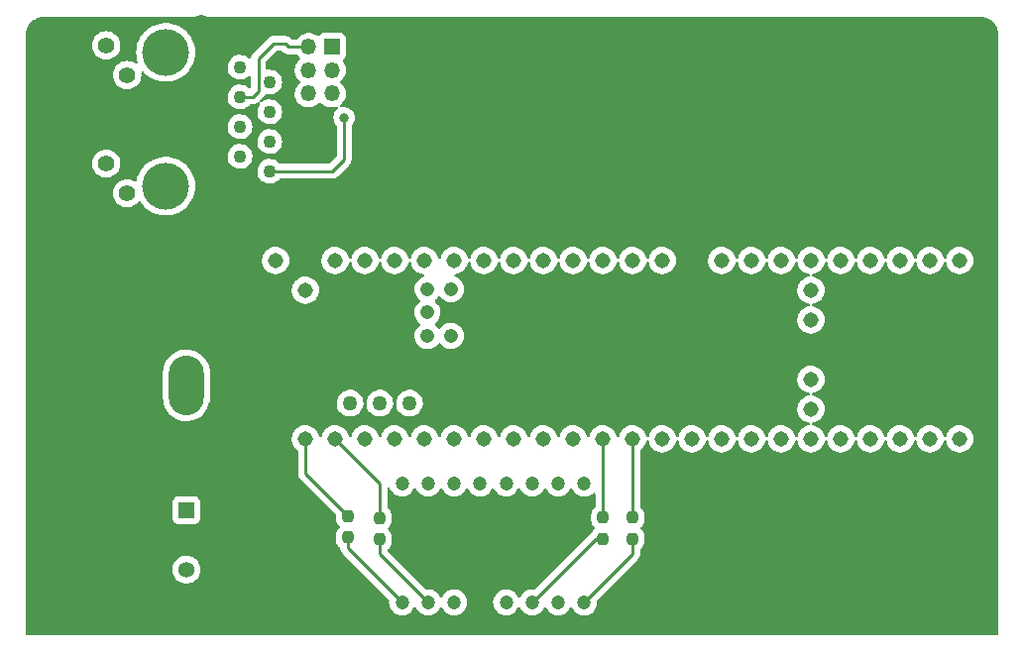
<source format=gbl>
G04 #@! TF.GenerationSoftware,KiCad,Pcbnew,(6.0.8)*
G04 #@! TF.CreationDate,2022-11-19T15:58:00-06:00*
G04 #@! TF.ProjectId,BlackBox_Rev1,426c6163-6b42-46f7-985f-526576312e6b,rev?*
G04 #@! TF.SameCoordinates,Original*
G04 #@! TF.FileFunction,Copper,L2,Bot*
G04 #@! TF.FilePolarity,Positive*
%FSLAX46Y46*%
G04 Gerber Fmt 4.6, Leading zero omitted, Abs format (unit mm)*
G04 Created by KiCad (PCBNEW (6.0.8)) date 2022-11-19 15:58:00*
%MOMM*%
%LPD*%
G01*
G04 APERTURE LIST*
G04 Aperture macros list*
%AMRoundRect*
0 Rectangle with rounded corners*
0 $1 Rounding radius*
0 $2 $3 $4 $5 $6 $7 $8 $9 X,Y pos of 4 corners*
0 Add a 4 corners polygon primitive as box body*
4,1,4,$2,$3,$4,$5,$6,$7,$8,$9,$2,$3,0*
0 Add four circle primitives for the rounded corners*
1,1,$1+$1,$2,$3*
1,1,$1+$1,$4,$5*
1,1,$1+$1,$6,$7*
1,1,$1+$1,$8,$9*
0 Add four rect primitives between the rounded corners*
20,1,$1+$1,$2,$3,$4,$5,0*
20,1,$1+$1,$4,$5,$6,$7,0*
20,1,$1+$1,$6,$7,$8,$9,0*
20,1,$1+$1,$8,$9,$2,$3,0*%
G04 Aperture macros list end*
G04 #@! TA.AperFunction,ComponentPad*
%ADD10O,3.000000X5.100000*%
G04 #@! TD*
G04 #@! TA.AperFunction,ComponentPad*
%ADD11C,1.100000*%
G04 #@! TD*
G04 #@! TA.AperFunction,ComponentPad*
%ADD12C,1.400000*%
G04 #@! TD*
G04 #@! TA.AperFunction,ComponentPad*
%ADD13C,4.000000*%
G04 #@! TD*
G04 #@! TA.AperFunction,ComponentPad*
%ADD14C,2.000000*%
G04 #@! TD*
G04 #@! TA.AperFunction,ComponentPad*
%ADD15R,1.358000X1.358000*%
G04 #@! TD*
G04 #@! TA.AperFunction,ComponentPad*
%ADD16C,1.358000*%
G04 #@! TD*
G04 #@! TA.AperFunction,ComponentPad*
%ADD17C,1.200000*%
G04 #@! TD*
G04 #@! TA.AperFunction,ComponentPad*
%ADD18C,1.308000*%
G04 #@! TD*
G04 #@! TA.AperFunction,ComponentPad*
%ADD19C,1.258000*%
G04 #@! TD*
G04 #@! TA.AperFunction,ComponentPad*
%ADD20C,1.208000*%
G04 #@! TD*
G04 #@! TA.AperFunction,ComponentPad*
%ADD21R,1.350000X1.350000*%
G04 #@! TD*
G04 #@! TA.AperFunction,ComponentPad*
%ADD22O,1.350000X1.350000*%
G04 #@! TD*
G04 #@! TA.AperFunction,SMDPad,CuDef*
%ADD23RoundRect,0.237500X0.237500X-0.250000X0.237500X0.250000X-0.237500X0.250000X-0.237500X-0.250000X0*%
G04 #@! TD*
G04 #@! TA.AperFunction,ViaPad*
%ADD24C,0.800000*%
G04 #@! TD*
G04 #@! TA.AperFunction,Conductor*
%ADD25C,0.250000*%
G04 #@! TD*
G04 #@! TA.AperFunction,Conductor*
%ADD26C,0.254000*%
G04 #@! TD*
G04 APERTURE END LIST*
D10*
X71120000Y-76454000D03*
X71120000Y-84328000D03*
D11*
X75692000Y-57150000D03*
X78232000Y-58420000D03*
X75692000Y-59690000D03*
X78232000Y-60960000D03*
X75692000Y-62230000D03*
X78232000Y-63500000D03*
X75692000Y-64770000D03*
X78232000Y-66040000D03*
D12*
X64262000Y-55270000D03*
X66052000Y-57810000D03*
X64262000Y-65380000D03*
X66052000Y-67920000D03*
D13*
X69342000Y-55880000D03*
X69342000Y-67310000D03*
D14*
X72392000Y-53720000D03*
X72392000Y-69470000D03*
D15*
X71120000Y-94996000D03*
D16*
X71120000Y-97536000D03*
X71120000Y-100076000D03*
D17*
X89535000Y-102870000D03*
X91757500Y-102870000D03*
X93980000Y-102870000D03*
X96202500Y-102870000D03*
X98425000Y-102870000D03*
X100647500Y-102870000D03*
X102870000Y-102870000D03*
X105092500Y-102870000D03*
X105092500Y-92710000D03*
X102870000Y-92710000D03*
X100647500Y-92710000D03*
X98425000Y-92710000D03*
X96202500Y-92710000D03*
X93980000Y-92710000D03*
X91757500Y-92710000D03*
X89535000Y-92710000D03*
D18*
X81280000Y-88900000D03*
X83820000Y-88900000D03*
X86360000Y-88900000D03*
X88900000Y-88900000D03*
X114300000Y-88900000D03*
X83820000Y-73660000D03*
X124460000Y-83820000D03*
X91440000Y-88900000D03*
X93980000Y-88900000D03*
D19*
X85090000Y-85850000D03*
D18*
X96520000Y-88900000D03*
X99060000Y-88900000D03*
X101600000Y-88900000D03*
X104140000Y-88900000D03*
X106680000Y-88900000D03*
X109220000Y-88900000D03*
X111760000Y-88900000D03*
X111760000Y-73660000D03*
X109220000Y-73660000D03*
X106680000Y-73660000D03*
X104140000Y-73660000D03*
X101600000Y-73660000D03*
X99060000Y-73660000D03*
X96520000Y-73660000D03*
X93980000Y-73660000D03*
X91440000Y-73660000D03*
X88900000Y-73660000D03*
X86360000Y-73660000D03*
X116840000Y-88900000D03*
X119380000Y-88900000D03*
X121920000Y-88900000D03*
X124460000Y-88900000D03*
X127000000Y-88900000D03*
X129540000Y-88900000D03*
X132080000Y-88900000D03*
X134620000Y-88900000D03*
X137160000Y-88900000D03*
X137160000Y-73660000D03*
X134620000Y-73660000D03*
X132080000Y-73660000D03*
X129540000Y-73660000D03*
X127000000Y-73660000D03*
X124460000Y-73660000D03*
X121920000Y-73660000D03*
X119380000Y-73660000D03*
X116840000Y-73660000D03*
D19*
X90170000Y-85850000D03*
X87630000Y-85850000D03*
D18*
X78740000Y-88900000D03*
X114300000Y-73660000D03*
X81280000Y-73660000D03*
X124460000Y-81280000D03*
D20*
X93710000Y-78110000D03*
X91710000Y-78110000D03*
D18*
X124460000Y-76200000D03*
X124460000Y-78740000D03*
D20*
X91710000Y-76110000D03*
X93710000Y-76110000D03*
X93710000Y-80110000D03*
X91710000Y-80110000D03*
D19*
X92710000Y-85850000D03*
X95250000Y-85850000D03*
D18*
X124460000Y-86360000D03*
X78740000Y-73660000D03*
X81280000Y-76200000D03*
D21*
X83550000Y-55404000D03*
D22*
X81550000Y-55404000D03*
X83550000Y-57404000D03*
X81550000Y-57404000D03*
X83550000Y-59404000D03*
X81550000Y-59404000D03*
D23*
X84886800Y-97329000D03*
X84886800Y-95504000D03*
X109220000Y-97432500D03*
X109220000Y-95607500D03*
X106680000Y-97432500D03*
X106680000Y-95607500D03*
X87630000Y-97481400D03*
X87630000Y-95656400D03*
D24*
X58166000Y-94996000D03*
X58166000Y-103378000D03*
X73233000Y-59815000D03*
X73106000Y-63879000D03*
X69423000Y-61085000D03*
X84582000Y-61468000D03*
D25*
X84582000Y-61468000D02*
X84582000Y-65024000D01*
X83566000Y-66040000D02*
X78232000Y-66040000D01*
X84582000Y-65024000D02*
X83566000Y-66040000D01*
X76760500Y-59690000D02*
X77270500Y-59180000D01*
X75692000Y-59924500D02*
X75692000Y-59690000D01*
X77270500Y-56386000D02*
X78540500Y-55116000D01*
X75692000Y-59690000D02*
X76760500Y-59690000D01*
X81550000Y-55404000D02*
X79844500Y-55404000D01*
X77270500Y-59180000D02*
X77270500Y-56386000D01*
X79556500Y-55116000D02*
X78540500Y-55116000D01*
X75692000Y-59861000D02*
X75692000Y-59690000D01*
X75692000Y-60051500D02*
X75692000Y-59690000D01*
X79844500Y-55404000D02*
X79556500Y-55116000D01*
D26*
X106680000Y-95607500D02*
X106680000Y-88900000D01*
X83820000Y-88900000D02*
X87630000Y-92710000D01*
X87630000Y-92710000D02*
X87630000Y-95656400D01*
X109220000Y-88900000D02*
X109220000Y-95607500D01*
X81280000Y-91897200D02*
X84886800Y-95504000D01*
X81280000Y-88900000D02*
X81280000Y-91897200D01*
X84886800Y-97329000D02*
X84886800Y-98221800D01*
X84886800Y-98221800D02*
X89535000Y-102870000D01*
X87630000Y-98742500D02*
X91757500Y-102870000D01*
X87630000Y-97481400D02*
X87630000Y-98742500D01*
X106085000Y-97432500D02*
X100647500Y-102870000D01*
X106680000Y-97432500D02*
X106085000Y-97432500D01*
X109220000Y-98742500D02*
X105092500Y-102870000D01*
X109220000Y-97432500D02*
X109220000Y-98742500D01*
G04 #@! TA.AperFunction,Conductor*
G36*
X138908018Y-52834000D02*
G01*
X138922851Y-52836310D01*
X138922855Y-52836310D01*
X138931724Y-52837691D01*
X138946981Y-52835696D01*
X138972302Y-52834953D01*
X139120629Y-52845562D01*
X139145826Y-52847364D01*
X139163620Y-52849922D01*
X139358420Y-52892298D01*
X139375661Y-52897360D01*
X139562455Y-52967032D01*
X139578790Y-52974493D01*
X139753758Y-53070033D01*
X139768882Y-53079752D01*
X139928469Y-53199218D01*
X139942055Y-53210991D01*
X140083009Y-53351945D01*
X140094782Y-53365531D01*
X140214248Y-53525118D01*
X140223967Y-53540242D01*
X140319507Y-53715210D01*
X140326968Y-53731545D01*
X140396640Y-53918339D01*
X140401702Y-53935580D01*
X140444078Y-54130380D01*
X140446636Y-54148174D01*
X140458539Y-54314601D01*
X140457793Y-54332561D01*
X140457692Y-54340846D01*
X140456309Y-54349724D01*
X140458771Y-54368552D01*
X140460436Y-54381283D01*
X140461500Y-54397621D01*
X140461500Y-105538000D01*
X140441498Y-105606121D01*
X140387842Y-105652614D01*
X140335500Y-105664000D01*
X57530500Y-105664000D01*
X57462379Y-105643998D01*
X57415886Y-105590342D01*
X57404500Y-105538000D01*
X57404500Y-100044782D01*
X69927822Y-100044782D01*
X69942096Y-100262562D01*
X69995818Y-100474094D01*
X70087189Y-100672293D01*
X70213150Y-100850523D01*
X70369481Y-101002814D01*
X70374277Y-101006019D01*
X70374280Y-101006021D01*
X70523221Y-101105540D01*
X70550947Y-101124066D01*
X70556250Y-101126344D01*
X70556253Y-101126346D01*
X70651662Y-101167337D01*
X70751470Y-101210218D01*
X70828834Y-101227723D01*
X70958699Y-101257109D01*
X70958704Y-101257110D01*
X70964336Y-101258384D01*
X70970107Y-101258611D01*
X70970109Y-101258611D01*
X71034235Y-101261131D01*
X71182415Y-101266953D01*
X71309552Y-101248519D01*
X71392682Y-101236466D01*
X71392686Y-101236465D01*
X71398404Y-101235636D01*
X71403876Y-101233778D01*
X71403878Y-101233778D01*
X71599605Y-101167337D01*
X71599607Y-101167336D01*
X71605069Y-101165482D01*
X71795489Y-101058842D01*
X71963286Y-100919286D01*
X72102842Y-100751489D01*
X72209482Y-100561069D01*
X72239007Y-100474094D01*
X72277778Y-100359878D01*
X72277778Y-100359876D01*
X72279636Y-100354404D01*
X72292953Y-100262562D01*
X72310420Y-100142089D01*
X72310953Y-100138415D01*
X72312587Y-100076000D01*
X72292617Y-99858668D01*
X72233376Y-99648615D01*
X72136848Y-99452875D01*
X72006265Y-99278004D01*
X71846001Y-99129857D01*
X71841118Y-99126776D01*
X71841114Y-99126773D01*
X71666306Y-99016478D01*
X71661423Y-99013397D01*
X71554206Y-98970622D01*
X71464077Y-98934664D01*
X71458713Y-98932524D01*
X71453053Y-98931398D01*
X71453049Y-98931397D01*
X71250326Y-98891073D01*
X71250323Y-98891073D01*
X71244659Y-98889946D01*
X71238884Y-98889870D01*
X71238880Y-98889870D01*
X71129260Y-98888435D01*
X71026431Y-98887089D01*
X71020734Y-98888068D01*
X71020733Y-98888068D01*
X70817033Y-98923070D01*
X70811336Y-98924049D01*
X70606578Y-98999589D01*
X70601617Y-99002541D01*
X70601616Y-99002541D01*
X70435834Y-99101171D01*
X70419015Y-99111177D01*
X70254928Y-99255077D01*
X70119812Y-99426471D01*
X70117121Y-99431587D01*
X70117119Y-99431589D01*
X70105920Y-99452875D01*
X70018193Y-99619617D01*
X69953474Y-99828047D01*
X69927822Y-100044782D01*
X57404500Y-100044782D01*
X57404500Y-95723134D01*
X69932500Y-95723134D01*
X69939255Y-95785316D01*
X69990385Y-95921705D01*
X70077739Y-96038261D01*
X70194295Y-96125615D01*
X70330684Y-96176745D01*
X70392866Y-96183500D01*
X71847134Y-96183500D01*
X71909316Y-96176745D01*
X72045705Y-96125615D01*
X72162261Y-96038261D01*
X72249615Y-95921705D01*
X72300745Y-95785316D01*
X72307500Y-95723134D01*
X72307500Y-94268866D01*
X72300745Y-94206684D01*
X72249615Y-94070295D01*
X72162261Y-93953739D01*
X72045705Y-93866385D01*
X71909316Y-93815255D01*
X71847134Y-93808500D01*
X70392866Y-93808500D01*
X70330684Y-93815255D01*
X70194295Y-93866385D01*
X70077739Y-93953739D01*
X69990385Y-94070295D01*
X69939255Y-94206684D01*
X69932500Y-94268866D01*
X69932500Y-95723134D01*
X57404500Y-95723134D01*
X57404500Y-88869439D01*
X80112920Y-88869439D01*
X80126894Y-89082634D01*
X80179485Y-89289713D01*
X80268933Y-89483740D01*
X80392241Y-89658218D01*
X80545281Y-89807302D01*
X80588502Y-89836182D01*
X80634029Y-89890657D01*
X80644500Y-89940946D01*
X80644500Y-91818180D01*
X80643970Y-91829414D01*
X80642292Y-91836919D01*
X80643797Y-91884822D01*
X80644438Y-91905212D01*
X80644500Y-91909169D01*
X80644500Y-91937183D01*
X80644996Y-91941108D01*
X80644996Y-91941109D01*
X80645008Y-91941204D01*
X80645941Y-91953049D01*
X80647335Y-91997405D01*
X80649547Y-92005017D01*
X80653013Y-92016948D01*
X80657023Y-92036312D01*
X80659573Y-92056499D01*
X80662489Y-92063863D01*
X80662490Y-92063868D01*
X80675907Y-92097756D01*
X80679752Y-92108985D01*
X80692131Y-92151593D01*
X80696169Y-92158420D01*
X80696170Y-92158423D01*
X80702488Y-92169106D01*
X80711188Y-92186864D01*
X80715761Y-92198415D01*
X80715765Y-92198421D01*
X80718681Y-92205788D01*
X80743134Y-92239444D01*
X80744764Y-92241688D01*
X80751281Y-92251610D01*
X80769826Y-92282968D01*
X80769829Y-92282972D01*
X80773866Y-92289798D01*
X80788250Y-92304182D01*
X80801091Y-92319216D01*
X80813058Y-92335687D01*
X80819166Y-92340740D01*
X80847255Y-92363977D01*
X80856035Y-92371967D01*
X83866395Y-95382327D01*
X83900421Y-95444639D01*
X83903300Y-95471422D01*
X83903300Y-95803572D01*
X83914093Y-95907593D01*
X83916274Y-95914129D01*
X83916274Y-95914131D01*
X83931301Y-95959171D01*
X83969146Y-96072607D01*
X84060684Y-96220531D01*
X84065866Y-96225704D01*
X84167586Y-96327247D01*
X84201665Y-96389530D01*
X84196662Y-96460350D01*
X84167741Y-96505437D01*
X84065046Y-96608312D01*
X84065042Y-96608317D01*
X84059871Y-96613497D01*
X84056031Y-96619727D01*
X84056030Y-96619728D01*
X83973164Y-96754162D01*
X83968591Y-96761580D01*
X83913826Y-96926691D01*
X83913126Y-96933527D01*
X83913125Y-96933530D01*
X83910321Y-96960898D01*
X83903300Y-97029428D01*
X83903300Y-97628572D01*
X83914093Y-97732593D01*
X83916274Y-97739129D01*
X83916274Y-97739131D01*
X83931301Y-97784171D01*
X83969146Y-97897607D01*
X84060684Y-98045531D01*
X84065866Y-98050704D01*
X84178616Y-98163258D01*
X84178621Y-98163262D01*
X84183797Y-98168429D01*
X84190027Y-98172269D01*
X84190028Y-98172270D01*
X84192877Y-98174026D01*
X84194414Y-98175734D01*
X84195773Y-98176807D01*
X84195589Y-98177040D01*
X84240371Y-98226797D01*
X84251772Y-98265517D01*
X84251813Y-98265842D01*
X84252741Y-98277649D01*
X84253678Y-98307470D01*
X84253869Y-98313524D01*
X84254135Y-98322005D01*
X84258123Y-98335730D01*
X84259813Y-98341548D01*
X84263823Y-98360912D01*
X84264938Y-98369736D01*
X84266373Y-98381099D01*
X84269289Y-98388463D01*
X84269290Y-98388468D01*
X84282707Y-98422356D01*
X84286552Y-98433585D01*
X84298931Y-98476193D01*
X84302969Y-98483020D01*
X84302970Y-98483023D01*
X84309288Y-98493706D01*
X84317988Y-98511464D01*
X84322561Y-98523015D01*
X84322565Y-98523021D01*
X84325481Y-98530388D01*
X84330139Y-98536799D01*
X84330140Y-98536801D01*
X84351564Y-98566288D01*
X84358081Y-98576210D01*
X84376626Y-98607568D01*
X84376629Y-98607572D01*
X84380666Y-98614398D01*
X84395050Y-98628782D01*
X84407891Y-98643816D01*
X84419858Y-98660287D01*
X84425966Y-98665340D01*
X84454055Y-98688577D01*
X84462835Y-98696567D01*
X88398496Y-102632228D01*
X88432522Y-102694540D01*
X88434528Y-102736131D01*
X88422132Y-102840859D01*
X88435457Y-103044151D01*
X88485605Y-103241610D01*
X88570898Y-103426624D01*
X88688479Y-103592997D01*
X88834410Y-103735157D01*
X88839206Y-103738362D01*
X88839209Y-103738364D01*
X88907149Y-103783760D01*
X89003803Y-103848342D01*
X89009106Y-103850620D01*
X89009109Y-103850622D01*
X89098115Y-103888862D01*
X89190987Y-103928763D01*
X89263817Y-103945243D01*
X89384055Y-103972450D01*
X89384060Y-103972451D01*
X89389692Y-103973725D01*
X89395463Y-103973952D01*
X89395465Y-103973952D01*
X89458470Y-103976427D01*
X89593263Y-103981723D01*
X89794883Y-103952490D01*
X89800347Y-103950635D01*
X89800352Y-103950634D01*
X89982327Y-103888862D01*
X89982332Y-103888860D01*
X89987799Y-103887004D01*
X90165551Y-103787458D01*
X90322186Y-103657186D01*
X90452458Y-103500551D01*
X90455282Y-103495508D01*
X90455285Y-103495504D01*
X90537323Y-103349014D01*
X90588060Y-103299352D01*
X90657591Y-103285005D01*
X90723842Y-103310526D01*
X90761683Y-103357829D01*
X90793398Y-103426624D01*
X90910979Y-103592997D01*
X91056910Y-103735157D01*
X91061706Y-103738362D01*
X91061709Y-103738364D01*
X91129649Y-103783760D01*
X91226303Y-103848342D01*
X91231606Y-103850620D01*
X91231609Y-103850622D01*
X91320615Y-103888862D01*
X91413487Y-103928763D01*
X91486317Y-103945243D01*
X91606555Y-103972450D01*
X91606560Y-103972451D01*
X91612192Y-103973725D01*
X91617963Y-103973952D01*
X91617965Y-103973952D01*
X91680970Y-103976427D01*
X91815763Y-103981723D01*
X92017383Y-103952490D01*
X92022847Y-103950635D01*
X92022852Y-103950634D01*
X92204827Y-103888862D01*
X92204832Y-103888860D01*
X92210299Y-103887004D01*
X92388051Y-103787458D01*
X92544686Y-103657186D01*
X92674958Y-103500551D01*
X92677782Y-103495508D01*
X92677785Y-103495504D01*
X92759823Y-103349014D01*
X92810560Y-103299352D01*
X92880091Y-103285005D01*
X92946342Y-103310526D01*
X92984183Y-103357829D01*
X93015898Y-103426624D01*
X93133479Y-103592997D01*
X93279410Y-103735157D01*
X93284206Y-103738362D01*
X93284209Y-103738364D01*
X93352149Y-103783760D01*
X93448803Y-103848342D01*
X93454106Y-103850620D01*
X93454109Y-103850622D01*
X93543115Y-103888862D01*
X93635987Y-103928763D01*
X93708817Y-103945243D01*
X93829055Y-103972450D01*
X93829060Y-103972451D01*
X93834692Y-103973725D01*
X93840463Y-103973952D01*
X93840465Y-103973952D01*
X93903470Y-103976427D01*
X94038263Y-103981723D01*
X94239883Y-103952490D01*
X94245347Y-103950635D01*
X94245352Y-103950634D01*
X94427327Y-103888862D01*
X94427332Y-103888860D01*
X94432799Y-103887004D01*
X94610551Y-103787458D01*
X94767186Y-103657186D01*
X94897458Y-103500551D01*
X94997004Y-103322799D01*
X94998860Y-103317332D01*
X94998862Y-103317327D01*
X95060634Y-103135352D01*
X95060635Y-103135347D01*
X95062490Y-103129883D01*
X95091723Y-102928263D01*
X95093249Y-102870000D01*
X95074608Y-102667126D01*
X95066547Y-102638543D01*
X95020875Y-102476606D01*
X95020874Y-102476604D01*
X95019307Y-102471047D01*
X95012441Y-102457123D01*
X94931756Y-102293510D01*
X94931754Y-102293506D01*
X94929201Y-102288329D01*
X94910796Y-102263681D01*
X94810758Y-102129715D01*
X94810758Y-102129714D01*
X94807305Y-102125091D01*
X94657703Y-101986800D01*
X94611675Y-101957759D01*
X94490288Y-101881169D01*
X94490283Y-101881167D01*
X94485404Y-101878088D01*
X94296180Y-101802595D01*
X94096366Y-101762849D01*
X94090592Y-101762773D01*
X94090588Y-101762773D01*
X93987452Y-101761424D01*
X93892655Y-101760183D01*
X93886958Y-101761162D01*
X93886957Y-101761162D01*
X93732270Y-101787742D01*
X93691870Y-101794684D01*
X93500734Y-101865198D01*
X93325649Y-101969363D01*
X93172478Y-102103690D01*
X93168911Y-102108215D01*
X93168906Y-102108220D01*
X93082331Y-102218040D01*
X93046351Y-102263681D01*
X92979897Y-102389989D01*
X92930479Y-102440960D01*
X92861347Y-102457123D01*
X92794451Y-102433344D01*
X92755384Y-102387049D01*
X92706701Y-102288329D01*
X92688296Y-102263681D01*
X92588258Y-102129715D01*
X92588258Y-102129714D01*
X92584805Y-102125091D01*
X92435203Y-101986800D01*
X92389175Y-101957759D01*
X92267788Y-101881169D01*
X92267783Y-101881167D01*
X92262904Y-101878088D01*
X92073680Y-101802595D01*
X91873866Y-101762849D01*
X91868092Y-101762773D01*
X91868088Y-101762773D01*
X91763022Y-101761398D01*
X91670155Y-101760183D01*
X91628858Y-101767279D01*
X91558336Y-101759102D01*
X91518427Y-101732194D01*
X88305834Y-98519601D01*
X88271808Y-98457289D01*
X88276873Y-98386474D01*
X88319420Y-98329638D01*
X88327343Y-98324236D01*
X88327811Y-98323865D01*
X88334031Y-98320016D01*
X88373672Y-98280306D01*
X88451758Y-98202084D01*
X88451762Y-98202079D01*
X88456929Y-98196903D01*
X88469173Y-98177040D01*
X88544369Y-98055050D01*
X88544370Y-98055048D01*
X88548209Y-98048820D01*
X88602974Y-97883709D01*
X88607316Y-97841335D01*
X88613172Y-97784171D01*
X88613500Y-97780972D01*
X88613500Y-97181828D01*
X88608760Y-97136146D01*
X88603419Y-97084665D01*
X88603418Y-97084661D01*
X88602707Y-97077807D01*
X88586567Y-97029428D01*
X88549972Y-96919741D01*
X88547654Y-96912793D01*
X88456116Y-96764869D01*
X88414402Y-96723228D01*
X88349214Y-96658153D01*
X88315135Y-96595870D01*
X88320138Y-96525050D01*
X88349059Y-96479963D01*
X88451754Y-96377088D01*
X88451758Y-96377083D01*
X88456929Y-96371903D01*
X88483249Y-96329204D01*
X88544369Y-96230050D01*
X88544370Y-96230048D01*
X88548209Y-96223820D01*
X88602974Y-96058709D01*
X88607316Y-96016335D01*
X88613172Y-95959171D01*
X88613500Y-95955972D01*
X88613500Y-95356828D01*
X88608760Y-95311146D01*
X88603419Y-95259665D01*
X88603418Y-95259661D01*
X88602707Y-95252807D01*
X88586567Y-95204428D01*
X88549972Y-95094741D01*
X88547654Y-95087793D01*
X88456116Y-94939869D01*
X88333003Y-94816971D01*
X88326776Y-94813133D01*
X88326774Y-94813131D01*
X88326200Y-94812778D01*
X88325383Y-94812274D01*
X88324635Y-94811442D01*
X88321028Y-94808594D01*
X88321516Y-94807977D01*
X88277891Y-94759503D01*
X88265500Y-94705015D01*
X88265500Y-93178440D01*
X88285502Y-93110319D01*
X88339158Y-93063826D01*
X88409432Y-93053722D01*
X88474012Y-93083216D01*
X88505925Y-93125688D01*
X88570898Y-93266624D01*
X88688479Y-93432997D01*
X88834410Y-93575157D01*
X88839206Y-93578362D01*
X88839209Y-93578364D01*
X88907149Y-93623760D01*
X89003803Y-93688342D01*
X89009106Y-93690620D01*
X89009109Y-93690622D01*
X89098115Y-93728862D01*
X89190987Y-93768763D01*
X89263817Y-93785243D01*
X89384055Y-93812450D01*
X89384060Y-93812451D01*
X89389692Y-93813725D01*
X89395463Y-93813952D01*
X89395465Y-93813952D01*
X89458470Y-93816427D01*
X89593263Y-93821723D01*
X89794883Y-93792490D01*
X89800347Y-93790635D01*
X89800352Y-93790634D01*
X89982327Y-93728862D01*
X89982332Y-93728860D01*
X89987799Y-93727004D01*
X90165551Y-93627458D01*
X90322186Y-93497186D01*
X90452458Y-93340551D01*
X90455282Y-93335508D01*
X90455285Y-93335504D01*
X90537323Y-93189014D01*
X90588060Y-93139352D01*
X90657591Y-93125005D01*
X90723842Y-93150526D01*
X90761683Y-93197829D01*
X90793398Y-93266624D01*
X90910979Y-93432997D01*
X91056910Y-93575157D01*
X91061706Y-93578362D01*
X91061709Y-93578364D01*
X91129649Y-93623760D01*
X91226303Y-93688342D01*
X91231606Y-93690620D01*
X91231609Y-93690622D01*
X91320615Y-93728862D01*
X91413487Y-93768763D01*
X91486317Y-93785243D01*
X91606555Y-93812450D01*
X91606560Y-93812451D01*
X91612192Y-93813725D01*
X91617963Y-93813952D01*
X91617965Y-93813952D01*
X91680970Y-93816427D01*
X91815763Y-93821723D01*
X92017383Y-93792490D01*
X92022847Y-93790635D01*
X92022852Y-93790634D01*
X92204827Y-93728862D01*
X92204832Y-93728860D01*
X92210299Y-93727004D01*
X92388051Y-93627458D01*
X92544686Y-93497186D01*
X92674958Y-93340551D01*
X92677782Y-93335508D01*
X92677785Y-93335504D01*
X92759823Y-93189014D01*
X92810560Y-93139352D01*
X92880091Y-93125005D01*
X92946342Y-93150526D01*
X92984183Y-93197829D01*
X93015898Y-93266624D01*
X93133479Y-93432997D01*
X93279410Y-93575157D01*
X93284206Y-93578362D01*
X93284209Y-93578364D01*
X93352149Y-93623760D01*
X93448803Y-93688342D01*
X93454106Y-93690620D01*
X93454109Y-93690622D01*
X93543115Y-93728862D01*
X93635987Y-93768763D01*
X93708817Y-93785243D01*
X93829055Y-93812450D01*
X93829060Y-93812451D01*
X93834692Y-93813725D01*
X93840463Y-93813952D01*
X93840465Y-93813952D01*
X93903470Y-93816427D01*
X94038263Y-93821723D01*
X94239883Y-93792490D01*
X94245347Y-93790635D01*
X94245352Y-93790634D01*
X94427327Y-93728862D01*
X94427332Y-93728860D01*
X94432799Y-93727004D01*
X94610551Y-93627458D01*
X94767186Y-93497186D01*
X94897458Y-93340551D01*
X94900282Y-93335508D01*
X94900285Y-93335504D01*
X94982323Y-93189014D01*
X95033060Y-93139352D01*
X95102591Y-93125005D01*
X95168842Y-93150526D01*
X95206683Y-93197829D01*
X95238398Y-93266624D01*
X95355979Y-93432997D01*
X95501910Y-93575157D01*
X95506706Y-93578362D01*
X95506709Y-93578364D01*
X95574649Y-93623760D01*
X95671303Y-93688342D01*
X95676606Y-93690620D01*
X95676609Y-93690622D01*
X95765615Y-93728862D01*
X95858487Y-93768763D01*
X95931317Y-93785243D01*
X96051555Y-93812450D01*
X96051560Y-93812451D01*
X96057192Y-93813725D01*
X96062963Y-93813952D01*
X96062965Y-93813952D01*
X96125970Y-93816427D01*
X96260763Y-93821723D01*
X96462383Y-93792490D01*
X96467847Y-93790635D01*
X96467852Y-93790634D01*
X96649827Y-93728862D01*
X96649832Y-93728860D01*
X96655299Y-93727004D01*
X96833051Y-93627458D01*
X96989686Y-93497186D01*
X97119958Y-93340551D01*
X97122782Y-93335508D01*
X97122785Y-93335504D01*
X97204823Y-93189014D01*
X97255560Y-93139352D01*
X97325091Y-93125005D01*
X97391342Y-93150526D01*
X97429183Y-93197829D01*
X97460898Y-93266624D01*
X97578479Y-93432997D01*
X97724410Y-93575157D01*
X97729206Y-93578362D01*
X97729209Y-93578364D01*
X97797149Y-93623760D01*
X97893803Y-93688342D01*
X97899106Y-93690620D01*
X97899109Y-93690622D01*
X97988115Y-93728862D01*
X98080987Y-93768763D01*
X98153817Y-93785243D01*
X98274055Y-93812450D01*
X98274060Y-93812451D01*
X98279692Y-93813725D01*
X98285463Y-93813952D01*
X98285465Y-93813952D01*
X98348470Y-93816427D01*
X98483263Y-93821723D01*
X98684883Y-93792490D01*
X98690347Y-93790635D01*
X98690352Y-93790634D01*
X98872327Y-93728862D01*
X98872332Y-93728860D01*
X98877799Y-93727004D01*
X99055551Y-93627458D01*
X99212186Y-93497186D01*
X99342458Y-93340551D01*
X99345282Y-93335508D01*
X99345285Y-93335504D01*
X99427323Y-93189014D01*
X99478060Y-93139352D01*
X99547591Y-93125005D01*
X99613842Y-93150526D01*
X99651683Y-93197829D01*
X99683398Y-93266624D01*
X99800979Y-93432997D01*
X99946910Y-93575157D01*
X99951706Y-93578362D01*
X99951709Y-93578364D01*
X100019649Y-93623760D01*
X100116303Y-93688342D01*
X100121606Y-93690620D01*
X100121609Y-93690622D01*
X100210615Y-93728862D01*
X100303487Y-93768763D01*
X100376317Y-93785243D01*
X100496555Y-93812450D01*
X100496560Y-93812451D01*
X100502192Y-93813725D01*
X100507963Y-93813952D01*
X100507965Y-93813952D01*
X100570970Y-93816427D01*
X100705763Y-93821723D01*
X100907383Y-93792490D01*
X100912847Y-93790635D01*
X100912852Y-93790634D01*
X101094827Y-93728862D01*
X101094832Y-93728860D01*
X101100299Y-93727004D01*
X101278051Y-93627458D01*
X101434686Y-93497186D01*
X101564958Y-93340551D01*
X101567782Y-93335508D01*
X101567785Y-93335504D01*
X101649823Y-93189014D01*
X101700560Y-93139352D01*
X101770091Y-93125005D01*
X101836342Y-93150526D01*
X101874183Y-93197829D01*
X101905898Y-93266624D01*
X102023479Y-93432997D01*
X102169410Y-93575157D01*
X102174206Y-93578362D01*
X102174209Y-93578364D01*
X102242149Y-93623760D01*
X102338803Y-93688342D01*
X102344106Y-93690620D01*
X102344109Y-93690622D01*
X102433115Y-93728862D01*
X102525987Y-93768763D01*
X102598817Y-93785243D01*
X102719055Y-93812450D01*
X102719060Y-93812451D01*
X102724692Y-93813725D01*
X102730463Y-93813952D01*
X102730465Y-93813952D01*
X102793470Y-93816427D01*
X102928263Y-93821723D01*
X103129883Y-93792490D01*
X103135347Y-93790635D01*
X103135352Y-93790634D01*
X103317327Y-93728862D01*
X103317332Y-93728860D01*
X103322799Y-93727004D01*
X103500551Y-93627458D01*
X103657186Y-93497186D01*
X103787458Y-93340551D01*
X103790282Y-93335508D01*
X103790285Y-93335504D01*
X103872323Y-93189014D01*
X103923060Y-93139352D01*
X103992591Y-93125005D01*
X104058842Y-93150526D01*
X104096683Y-93197829D01*
X104128398Y-93266624D01*
X104245979Y-93432997D01*
X104391910Y-93575157D01*
X104396706Y-93578362D01*
X104396709Y-93578364D01*
X104464649Y-93623760D01*
X104561303Y-93688342D01*
X104566606Y-93690620D01*
X104566609Y-93690622D01*
X104655615Y-93728862D01*
X104748487Y-93768763D01*
X104821317Y-93785243D01*
X104941555Y-93812450D01*
X104941560Y-93812451D01*
X104947192Y-93813725D01*
X104952963Y-93813952D01*
X104952965Y-93813952D01*
X105015970Y-93816427D01*
X105150763Y-93821723D01*
X105352383Y-93792490D01*
X105357847Y-93790635D01*
X105357852Y-93790634D01*
X105539827Y-93728862D01*
X105539832Y-93728860D01*
X105545299Y-93727004D01*
X105723051Y-93627458D01*
X105837932Y-93531913D01*
X105903095Y-93503732D01*
X105973150Y-93515256D01*
X106025854Y-93562824D01*
X106044500Y-93628787D01*
X106044500Y-94656272D01*
X106024498Y-94724393D01*
X105987869Y-94760403D01*
X105987932Y-94760483D01*
X105987186Y-94761075D01*
X105984806Y-94763414D01*
X105982197Y-94765029D01*
X105982191Y-94765034D01*
X105975969Y-94768884D01*
X105970800Y-94774062D01*
X105858242Y-94886816D01*
X105858238Y-94886821D01*
X105853071Y-94891997D01*
X105849231Y-94898227D01*
X105849230Y-94898228D01*
X105766364Y-95032662D01*
X105761791Y-95040080D01*
X105707026Y-95205191D01*
X105706326Y-95212027D01*
X105706325Y-95212030D01*
X105702147Y-95252807D01*
X105696500Y-95307928D01*
X105696500Y-95907072D01*
X105696837Y-95910318D01*
X105696837Y-95910322D01*
X105701906Y-95959171D01*
X105707293Y-96011093D01*
X105709474Y-96017629D01*
X105709474Y-96017631D01*
X105746552Y-96128767D01*
X105762346Y-96176107D01*
X105853884Y-96324031D01*
X105859066Y-96329204D01*
X105960786Y-96430747D01*
X105994865Y-96493030D01*
X105989862Y-96563850D01*
X105960941Y-96608937D01*
X105858246Y-96711812D01*
X105858242Y-96711817D01*
X105853071Y-96716997D01*
X105849231Y-96723227D01*
X105849230Y-96723228D01*
X105823562Y-96764869D01*
X105761791Y-96865080D01*
X105760086Y-96864029D01*
X105716473Y-96912130D01*
X105692401Y-96926366D01*
X105678014Y-96940753D01*
X105662980Y-96953594D01*
X105646513Y-96965558D01*
X105641460Y-96971666D01*
X105618228Y-96999749D01*
X105610238Y-97008529D01*
X100888268Y-101730499D01*
X100825956Y-101764525D01*
X100774584Y-101764981D01*
X100769535Y-101763976D01*
X100769528Y-101763975D01*
X100763866Y-101762849D01*
X100758092Y-101762773D01*
X100758088Y-101762773D01*
X100654952Y-101761424D01*
X100560155Y-101760183D01*
X100554458Y-101761162D01*
X100554457Y-101761162D01*
X100399770Y-101787742D01*
X100359370Y-101794684D01*
X100168234Y-101865198D01*
X99993149Y-101969363D01*
X99839978Y-102103690D01*
X99836411Y-102108215D01*
X99836406Y-102108220D01*
X99749831Y-102218040D01*
X99713851Y-102263681D01*
X99647397Y-102389989D01*
X99597979Y-102440960D01*
X99528847Y-102457123D01*
X99461951Y-102433344D01*
X99422884Y-102387049D01*
X99374201Y-102288329D01*
X99355796Y-102263681D01*
X99255758Y-102129715D01*
X99255758Y-102129714D01*
X99252305Y-102125091D01*
X99102703Y-101986800D01*
X99056675Y-101957759D01*
X98935288Y-101881169D01*
X98935283Y-101881167D01*
X98930404Y-101878088D01*
X98741180Y-101802595D01*
X98541366Y-101762849D01*
X98535592Y-101762773D01*
X98535588Y-101762773D01*
X98432452Y-101761424D01*
X98337655Y-101760183D01*
X98331958Y-101761162D01*
X98331957Y-101761162D01*
X98177270Y-101787742D01*
X98136870Y-101794684D01*
X97945734Y-101865198D01*
X97770649Y-101969363D01*
X97617478Y-102103690D01*
X97613911Y-102108215D01*
X97613906Y-102108220D01*
X97527331Y-102218040D01*
X97491351Y-102263681D01*
X97396492Y-102443978D01*
X97336078Y-102638543D01*
X97312132Y-102840859D01*
X97325457Y-103044151D01*
X97375605Y-103241610D01*
X97460898Y-103426624D01*
X97578479Y-103592997D01*
X97724410Y-103735157D01*
X97729206Y-103738362D01*
X97729209Y-103738364D01*
X97797149Y-103783760D01*
X97893803Y-103848342D01*
X97899106Y-103850620D01*
X97899109Y-103850622D01*
X97988115Y-103888862D01*
X98080987Y-103928763D01*
X98153817Y-103945243D01*
X98274055Y-103972450D01*
X98274060Y-103972451D01*
X98279692Y-103973725D01*
X98285463Y-103973952D01*
X98285465Y-103973952D01*
X98348470Y-103976427D01*
X98483263Y-103981723D01*
X98684883Y-103952490D01*
X98690347Y-103950635D01*
X98690352Y-103950634D01*
X98872327Y-103888862D01*
X98872332Y-103888860D01*
X98877799Y-103887004D01*
X99055551Y-103787458D01*
X99212186Y-103657186D01*
X99342458Y-103500551D01*
X99345282Y-103495508D01*
X99345285Y-103495504D01*
X99427323Y-103349014D01*
X99478060Y-103299352D01*
X99547591Y-103285005D01*
X99613842Y-103310526D01*
X99651683Y-103357829D01*
X99683398Y-103426624D01*
X99800979Y-103592997D01*
X99946910Y-103735157D01*
X99951706Y-103738362D01*
X99951709Y-103738364D01*
X100019649Y-103783760D01*
X100116303Y-103848342D01*
X100121606Y-103850620D01*
X100121609Y-103850622D01*
X100210615Y-103888862D01*
X100303487Y-103928763D01*
X100376317Y-103945243D01*
X100496555Y-103972450D01*
X100496560Y-103972451D01*
X100502192Y-103973725D01*
X100507963Y-103973952D01*
X100507965Y-103973952D01*
X100570970Y-103976427D01*
X100705763Y-103981723D01*
X100907383Y-103952490D01*
X100912847Y-103950635D01*
X100912852Y-103950634D01*
X101094827Y-103888862D01*
X101094832Y-103888860D01*
X101100299Y-103887004D01*
X101278051Y-103787458D01*
X101434686Y-103657186D01*
X101564958Y-103500551D01*
X101567782Y-103495508D01*
X101567785Y-103495504D01*
X101649823Y-103349014D01*
X101700560Y-103299352D01*
X101770091Y-103285005D01*
X101836342Y-103310526D01*
X101874183Y-103357829D01*
X101905898Y-103426624D01*
X102023479Y-103592997D01*
X102169410Y-103735157D01*
X102174206Y-103738362D01*
X102174209Y-103738364D01*
X102242149Y-103783760D01*
X102338803Y-103848342D01*
X102344106Y-103850620D01*
X102344109Y-103850622D01*
X102433115Y-103888862D01*
X102525987Y-103928763D01*
X102598817Y-103945243D01*
X102719055Y-103972450D01*
X102719060Y-103972451D01*
X102724692Y-103973725D01*
X102730463Y-103973952D01*
X102730465Y-103973952D01*
X102793470Y-103976427D01*
X102928263Y-103981723D01*
X103129883Y-103952490D01*
X103135347Y-103950635D01*
X103135352Y-103950634D01*
X103317327Y-103888862D01*
X103317332Y-103888860D01*
X103322799Y-103887004D01*
X103500551Y-103787458D01*
X103657186Y-103657186D01*
X103787458Y-103500551D01*
X103790282Y-103495508D01*
X103790285Y-103495504D01*
X103872323Y-103349014D01*
X103923060Y-103299352D01*
X103992591Y-103285005D01*
X104058842Y-103310526D01*
X104096683Y-103357829D01*
X104128398Y-103426624D01*
X104245979Y-103592997D01*
X104391910Y-103735157D01*
X104396706Y-103738362D01*
X104396709Y-103738364D01*
X104464649Y-103783760D01*
X104561303Y-103848342D01*
X104566606Y-103850620D01*
X104566609Y-103850622D01*
X104655615Y-103888862D01*
X104748487Y-103928763D01*
X104821317Y-103945243D01*
X104941555Y-103972450D01*
X104941560Y-103972451D01*
X104947192Y-103973725D01*
X104952963Y-103973952D01*
X104952965Y-103973952D01*
X105015970Y-103976427D01*
X105150763Y-103981723D01*
X105352383Y-103952490D01*
X105357847Y-103950635D01*
X105357852Y-103950634D01*
X105539827Y-103888862D01*
X105539832Y-103888860D01*
X105545299Y-103887004D01*
X105723051Y-103787458D01*
X105879686Y-103657186D01*
X106009958Y-103500551D01*
X106109504Y-103322799D01*
X106111360Y-103317332D01*
X106111362Y-103317327D01*
X106173134Y-103135352D01*
X106173135Y-103135347D01*
X106174990Y-103129883D01*
X106204223Y-102928263D01*
X106205749Y-102870000D01*
X106193449Y-102736134D01*
X106193104Y-102732375D01*
X106206789Y-102662710D01*
X106229480Y-102631752D01*
X109613477Y-99247755D01*
X109621803Y-99240178D01*
X109628303Y-99236053D01*
X109675101Y-99186218D01*
X109677855Y-99183377D01*
X109697638Y-99163594D01*
X109700129Y-99160383D01*
X109707838Y-99151356D01*
X109732789Y-99124786D01*
X109738217Y-99119006D01*
X109748022Y-99101171D01*
X109758876Y-99084647D01*
X109766491Y-99074830D01*
X109766492Y-99074829D01*
X109771349Y-99068567D01*
X109788969Y-99027850D01*
X109794192Y-99017189D01*
X109811749Y-98985253D01*
X109811751Y-98985248D01*
X109815569Y-98978303D01*
X109817539Y-98970629D01*
X109817542Y-98970622D01*
X109820632Y-98958587D01*
X109827036Y-98939882D01*
X109831967Y-98928487D01*
X109835117Y-98921208D01*
X109839890Y-98891073D01*
X109842060Y-98877373D01*
X109844467Y-98865751D01*
X109855500Y-98822782D01*
X109855500Y-98802435D01*
X109857051Y-98782724D01*
X109858995Y-98770450D01*
X109860235Y-98762621D01*
X109856059Y-98718444D01*
X109855500Y-98706586D01*
X109855500Y-98383728D01*
X109875502Y-98315607D01*
X109912131Y-98279597D01*
X109912068Y-98279517D01*
X109912814Y-98278925D01*
X109915194Y-98276586D01*
X109917803Y-98274971D01*
X109917809Y-98274966D01*
X109924031Y-98271116D01*
X109933348Y-98261783D01*
X110041758Y-98153184D01*
X110041762Y-98153179D01*
X110046929Y-98148003D01*
X110065496Y-98117882D01*
X110134369Y-98006150D01*
X110134370Y-98006148D01*
X110138209Y-97999920D01*
X110192974Y-97834809D01*
X110203500Y-97732072D01*
X110203500Y-97132928D01*
X110198624Y-97085930D01*
X110193419Y-97035765D01*
X110193418Y-97035761D01*
X110192707Y-97028907D01*
X110185909Y-97008529D01*
X110139972Y-96870841D01*
X110137654Y-96863893D01*
X110046116Y-96715969D01*
X109988199Y-96658153D01*
X109939214Y-96609253D01*
X109905135Y-96546970D01*
X109910138Y-96476150D01*
X109939059Y-96431063D01*
X110041754Y-96328188D01*
X110041758Y-96328183D01*
X110046929Y-96323003D01*
X110107335Y-96225007D01*
X110134369Y-96181150D01*
X110134370Y-96181148D01*
X110138209Y-96174920D01*
X110192974Y-96009809D01*
X110203500Y-95907072D01*
X110203500Y-95307928D01*
X110198624Y-95260930D01*
X110193419Y-95210765D01*
X110193418Y-95210761D01*
X110192707Y-95203907D01*
X110151890Y-95081562D01*
X110139972Y-95045841D01*
X110137654Y-95038893D01*
X110046116Y-94890969D01*
X109923003Y-94768071D01*
X109916776Y-94764233D01*
X109916774Y-94764231D01*
X109916200Y-94763878D01*
X109915383Y-94763374D01*
X109914635Y-94762542D01*
X109911028Y-94759694D01*
X109911516Y-94759077D01*
X109867891Y-94710603D01*
X109855500Y-94656115D01*
X109855500Y-89942671D01*
X109875502Y-89874550D01*
X109900930Y-89845799D01*
X110045533Y-89725533D01*
X110182151Y-89561268D01*
X110286546Y-89374857D01*
X110355222Y-89172543D01*
X110364090Y-89111379D01*
X110393660Y-89046835D01*
X110453431Y-89008522D01*
X110524428Y-89008606D01*
X110584108Y-89047061D01*
X110610909Y-89098445D01*
X110629728Y-89172543D01*
X110659485Y-89289713D01*
X110748933Y-89483740D01*
X110872241Y-89658218D01*
X111025281Y-89807302D01*
X111202927Y-89926001D01*
X111208230Y-89928279D01*
X111208233Y-89928281D01*
X111393922Y-90008059D01*
X111399229Y-90010339D01*
X111500993Y-90033366D01*
X111601977Y-90056217D01*
X111601980Y-90056217D01*
X111607613Y-90057492D01*
X111613384Y-90057719D01*
X111613386Y-90057719D01*
X111678363Y-90060272D01*
X111821101Y-90065880D01*
X111938540Y-90048852D01*
X112026829Y-90036051D01*
X112026834Y-90036050D01*
X112032543Y-90035222D01*
X112038007Y-90033367D01*
X112038012Y-90033366D01*
X112229389Y-89968402D01*
X112234857Y-89966546D01*
X112421268Y-89862151D01*
X112585533Y-89725533D01*
X112722151Y-89561268D01*
X112826546Y-89374857D01*
X112895222Y-89172543D01*
X112904090Y-89111379D01*
X112933660Y-89046835D01*
X112993431Y-89008522D01*
X113064428Y-89008606D01*
X113124108Y-89047061D01*
X113150909Y-89098445D01*
X113169728Y-89172543D01*
X113199485Y-89289713D01*
X113288933Y-89483740D01*
X113412241Y-89658218D01*
X113565281Y-89807302D01*
X113742927Y-89926001D01*
X113748230Y-89928279D01*
X113748233Y-89928281D01*
X113933922Y-90008059D01*
X113939229Y-90010339D01*
X114040993Y-90033366D01*
X114141977Y-90056217D01*
X114141980Y-90056217D01*
X114147613Y-90057492D01*
X114153384Y-90057719D01*
X114153386Y-90057719D01*
X114218363Y-90060272D01*
X114361101Y-90065880D01*
X114478540Y-90048852D01*
X114566829Y-90036051D01*
X114566834Y-90036050D01*
X114572543Y-90035222D01*
X114578007Y-90033367D01*
X114578012Y-90033366D01*
X114769389Y-89968402D01*
X114774857Y-89966546D01*
X114961268Y-89862151D01*
X115125533Y-89725533D01*
X115262151Y-89561268D01*
X115366546Y-89374857D01*
X115435222Y-89172543D01*
X115444090Y-89111379D01*
X115473660Y-89046835D01*
X115533431Y-89008522D01*
X115604428Y-89008606D01*
X115664108Y-89047061D01*
X115690909Y-89098445D01*
X115709728Y-89172543D01*
X115739485Y-89289713D01*
X115828933Y-89483740D01*
X115952241Y-89658218D01*
X116105281Y-89807302D01*
X116282927Y-89926001D01*
X116288230Y-89928279D01*
X116288233Y-89928281D01*
X116473922Y-90008059D01*
X116479229Y-90010339D01*
X116580993Y-90033366D01*
X116681977Y-90056217D01*
X116681980Y-90056217D01*
X116687613Y-90057492D01*
X116693384Y-90057719D01*
X116693386Y-90057719D01*
X116758363Y-90060272D01*
X116901101Y-90065880D01*
X117018540Y-90048852D01*
X117106829Y-90036051D01*
X117106834Y-90036050D01*
X117112543Y-90035222D01*
X117118007Y-90033367D01*
X117118012Y-90033366D01*
X117309389Y-89968402D01*
X117314857Y-89966546D01*
X117501268Y-89862151D01*
X117665533Y-89725533D01*
X117802151Y-89561268D01*
X117906546Y-89374857D01*
X117975222Y-89172543D01*
X117984090Y-89111379D01*
X118013660Y-89046835D01*
X118073431Y-89008522D01*
X118144428Y-89008606D01*
X118204108Y-89047061D01*
X118230909Y-89098445D01*
X118249728Y-89172543D01*
X118279485Y-89289713D01*
X118368933Y-89483740D01*
X118492241Y-89658218D01*
X118645281Y-89807302D01*
X118822927Y-89926001D01*
X118828230Y-89928279D01*
X118828233Y-89928281D01*
X119013922Y-90008059D01*
X119019229Y-90010339D01*
X119120993Y-90033366D01*
X119221977Y-90056217D01*
X119221980Y-90056217D01*
X119227613Y-90057492D01*
X119233384Y-90057719D01*
X119233386Y-90057719D01*
X119298363Y-90060272D01*
X119441101Y-90065880D01*
X119558540Y-90048852D01*
X119646829Y-90036051D01*
X119646834Y-90036050D01*
X119652543Y-90035222D01*
X119658007Y-90033367D01*
X119658012Y-90033366D01*
X119849389Y-89968402D01*
X119854857Y-89966546D01*
X120041268Y-89862151D01*
X120205533Y-89725533D01*
X120342151Y-89561268D01*
X120446546Y-89374857D01*
X120515222Y-89172543D01*
X120524090Y-89111379D01*
X120553660Y-89046835D01*
X120613431Y-89008522D01*
X120684428Y-89008606D01*
X120744108Y-89047061D01*
X120770909Y-89098445D01*
X120789728Y-89172543D01*
X120819485Y-89289713D01*
X120908933Y-89483740D01*
X121032241Y-89658218D01*
X121185281Y-89807302D01*
X121362927Y-89926001D01*
X121368230Y-89928279D01*
X121368233Y-89928281D01*
X121553922Y-90008059D01*
X121559229Y-90010339D01*
X121660993Y-90033366D01*
X121761977Y-90056217D01*
X121761980Y-90056217D01*
X121767613Y-90057492D01*
X121773384Y-90057719D01*
X121773386Y-90057719D01*
X121838363Y-90060272D01*
X121981101Y-90065880D01*
X122098540Y-90048852D01*
X122186829Y-90036051D01*
X122186834Y-90036050D01*
X122192543Y-90035222D01*
X122198007Y-90033367D01*
X122198012Y-90033366D01*
X122389389Y-89968402D01*
X122394857Y-89966546D01*
X122581268Y-89862151D01*
X122745533Y-89725533D01*
X122882151Y-89561268D01*
X122986546Y-89374857D01*
X123055222Y-89172543D01*
X123064090Y-89111379D01*
X123093660Y-89046835D01*
X123153431Y-89008522D01*
X123224428Y-89008606D01*
X123284108Y-89047061D01*
X123310909Y-89098445D01*
X123329728Y-89172543D01*
X123359485Y-89289713D01*
X123448933Y-89483740D01*
X123572241Y-89658218D01*
X123725281Y-89807302D01*
X123902927Y-89926001D01*
X123908230Y-89928279D01*
X123908233Y-89928281D01*
X124093922Y-90008059D01*
X124099229Y-90010339D01*
X124200993Y-90033366D01*
X124301977Y-90056217D01*
X124301980Y-90056217D01*
X124307613Y-90057492D01*
X124313384Y-90057719D01*
X124313386Y-90057719D01*
X124378363Y-90060272D01*
X124521101Y-90065880D01*
X124638540Y-90048852D01*
X124726829Y-90036051D01*
X124726834Y-90036050D01*
X124732543Y-90035222D01*
X124738007Y-90033367D01*
X124738012Y-90033366D01*
X124929389Y-89968402D01*
X124934857Y-89966546D01*
X125121268Y-89862151D01*
X125285533Y-89725533D01*
X125422151Y-89561268D01*
X125526546Y-89374857D01*
X125595222Y-89172543D01*
X125604090Y-89111379D01*
X125633660Y-89046835D01*
X125693431Y-89008522D01*
X125764428Y-89008606D01*
X125824108Y-89047061D01*
X125850909Y-89098445D01*
X125869728Y-89172543D01*
X125899485Y-89289713D01*
X125988933Y-89483740D01*
X126112241Y-89658218D01*
X126265281Y-89807302D01*
X126442927Y-89926001D01*
X126448230Y-89928279D01*
X126448233Y-89928281D01*
X126633922Y-90008059D01*
X126639229Y-90010339D01*
X126740993Y-90033366D01*
X126841977Y-90056217D01*
X126841980Y-90056217D01*
X126847613Y-90057492D01*
X126853384Y-90057719D01*
X126853386Y-90057719D01*
X126918363Y-90060272D01*
X127061101Y-90065880D01*
X127178540Y-90048852D01*
X127266829Y-90036051D01*
X127266834Y-90036050D01*
X127272543Y-90035222D01*
X127278007Y-90033367D01*
X127278012Y-90033366D01*
X127469389Y-89968402D01*
X127474857Y-89966546D01*
X127661268Y-89862151D01*
X127825533Y-89725533D01*
X127962151Y-89561268D01*
X128066546Y-89374857D01*
X128135222Y-89172543D01*
X128144090Y-89111379D01*
X128173660Y-89046835D01*
X128233431Y-89008522D01*
X128304428Y-89008606D01*
X128364108Y-89047061D01*
X128390909Y-89098445D01*
X128409728Y-89172543D01*
X128439485Y-89289713D01*
X128528933Y-89483740D01*
X128652241Y-89658218D01*
X128805281Y-89807302D01*
X128982927Y-89926001D01*
X128988230Y-89928279D01*
X128988233Y-89928281D01*
X129173922Y-90008059D01*
X129179229Y-90010339D01*
X129280993Y-90033366D01*
X129381977Y-90056217D01*
X129381980Y-90056217D01*
X129387613Y-90057492D01*
X129393384Y-90057719D01*
X129393386Y-90057719D01*
X129458363Y-90060272D01*
X129601101Y-90065880D01*
X129718540Y-90048852D01*
X129806829Y-90036051D01*
X129806834Y-90036050D01*
X129812543Y-90035222D01*
X129818007Y-90033367D01*
X129818012Y-90033366D01*
X130009389Y-89968402D01*
X130014857Y-89966546D01*
X130201268Y-89862151D01*
X130365533Y-89725533D01*
X130502151Y-89561268D01*
X130606546Y-89374857D01*
X130675222Y-89172543D01*
X130684090Y-89111379D01*
X130713660Y-89046835D01*
X130773431Y-89008522D01*
X130844428Y-89008606D01*
X130904108Y-89047061D01*
X130930909Y-89098445D01*
X130949728Y-89172543D01*
X130979485Y-89289713D01*
X131068933Y-89483740D01*
X131192241Y-89658218D01*
X131345281Y-89807302D01*
X131522927Y-89926001D01*
X131528230Y-89928279D01*
X131528233Y-89928281D01*
X131713922Y-90008059D01*
X131719229Y-90010339D01*
X131820993Y-90033366D01*
X131921977Y-90056217D01*
X131921980Y-90056217D01*
X131927613Y-90057492D01*
X131933384Y-90057719D01*
X131933386Y-90057719D01*
X131998363Y-90060272D01*
X132141101Y-90065880D01*
X132258540Y-90048852D01*
X132346829Y-90036051D01*
X132346834Y-90036050D01*
X132352543Y-90035222D01*
X132358007Y-90033367D01*
X132358012Y-90033366D01*
X132549389Y-89968402D01*
X132554857Y-89966546D01*
X132741268Y-89862151D01*
X132905533Y-89725533D01*
X133042151Y-89561268D01*
X133146546Y-89374857D01*
X133215222Y-89172543D01*
X133224090Y-89111379D01*
X133253660Y-89046835D01*
X133313431Y-89008522D01*
X133384428Y-89008606D01*
X133444108Y-89047061D01*
X133470909Y-89098445D01*
X133489728Y-89172543D01*
X133519485Y-89289713D01*
X133608933Y-89483740D01*
X133732241Y-89658218D01*
X133885281Y-89807302D01*
X134062927Y-89926001D01*
X134068230Y-89928279D01*
X134068233Y-89928281D01*
X134253922Y-90008059D01*
X134259229Y-90010339D01*
X134360993Y-90033366D01*
X134461977Y-90056217D01*
X134461980Y-90056217D01*
X134467613Y-90057492D01*
X134473384Y-90057719D01*
X134473386Y-90057719D01*
X134538363Y-90060272D01*
X134681101Y-90065880D01*
X134798540Y-90048852D01*
X134886829Y-90036051D01*
X134886834Y-90036050D01*
X134892543Y-90035222D01*
X134898007Y-90033367D01*
X134898012Y-90033366D01*
X135089389Y-89968402D01*
X135094857Y-89966546D01*
X135281268Y-89862151D01*
X135445533Y-89725533D01*
X135582151Y-89561268D01*
X135686546Y-89374857D01*
X135755222Y-89172543D01*
X135764090Y-89111379D01*
X135793660Y-89046835D01*
X135853431Y-89008522D01*
X135924428Y-89008606D01*
X135984108Y-89047061D01*
X136010909Y-89098445D01*
X136029728Y-89172543D01*
X136059485Y-89289713D01*
X136148933Y-89483740D01*
X136272241Y-89658218D01*
X136425281Y-89807302D01*
X136602927Y-89926001D01*
X136608230Y-89928279D01*
X136608233Y-89928281D01*
X136793922Y-90008059D01*
X136799229Y-90010339D01*
X136900993Y-90033366D01*
X137001977Y-90056217D01*
X137001980Y-90056217D01*
X137007613Y-90057492D01*
X137013384Y-90057719D01*
X137013386Y-90057719D01*
X137078363Y-90060272D01*
X137221101Y-90065880D01*
X137338540Y-90048852D01*
X137426829Y-90036051D01*
X137426834Y-90036050D01*
X137432543Y-90035222D01*
X137438007Y-90033367D01*
X137438012Y-90033366D01*
X137629389Y-89968402D01*
X137634857Y-89966546D01*
X137821268Y-89862151D01*
X137985533Y-89725533D01*
X138122151Y-89561268D01*
X138226546Y-89374857D01*
X138295222Y-89172543D01*
X138304091Y-89111380D01*
X138325347Y-88964775D01*
X138325880Y-88961101D01*
X138327480Y-88900000D01*
X138307930Y-88687244D01*
X138301092Y-88662996D01*
X138251504Y-88487172D01*
X138251503Y-88487170D01*
X138249936Y-88481613D01*
X138238662Y-88458750D01*
X138157995Y-88295174D01*
X138155440Y-88289993D01*
X138136139Y-88264145D01*
X138031060Y-88123427D01*
X138031059Y-88123426D01*
X138027607Y-88118803D01*
X138023371Y-88114887D01*
X137874957Y-87977695D01*
X137874954Y-87977693D01*
X137870717Y-87973776D01*
X137690025Y-87859768D01*
X137491582Y-87780597D01*
X137485925Y-87779472D01*
X137485919Y-87779470D01*
X137287703Y-87740043D01*
X137287699Y-87740043D01*
X137282035Y-87738916D01*
X137276260Y-87738840D01*
X137276256Y-87738840D01*
X137168997Y-87737436D01*
X137068401Y-87736119D01*
X137062704Y-87737098D01*
X137062703Y-87737098D01*
X136863531Y-87771322D01*
X136857834Y-87772301D01*
X136657387Y-87846250D01*
X136652426Y-87849202D01*
X136652425Y-87849202D01*
X136478740Y-87952533D01*
X136478737Y-87952535D01*
X136473772Y-87955489D01*
X136469432Y-87959295D01*
X136469428Y-87959298D01*
X136317481Y-88092553D01*
X136313140Y-88096360D01*
X136180869Y-88264145D01*
X136178180Y-88269256D01*
X136178178Y-88269259D01*
X136164544Y-88295174D01*
X136081389Y-88453225D01*
X136079675Y-88458746D01*
X136079673Y-88458750D01*
X136074183Y-88476433D01*
X136018032Y-88657267D01*
X136017354Y-88662996D01*
X136017354Y-88662997D01*
X136015823Y-88675930D01*
X135987952Y-88741228D01*
X135929204Y-88781092D01*
X135858229Y-88782865D01*
X135797563Y-88745986D01*
X135768323Y-88687133D01*
X135767930Y-88687244D01*
X135761092Y-88662996D01*
X135711504Y-88487172D01*
X135711503Y-88487170D01*
X135709936Y-88481613D01*
X135698662Y-88458750D01*
X135617995Y-88295174D01*
X135615440Y-88289993D01*
X135596139Y-88264145D01*
X135491060Y-88123427D01*
X135491059Y-88123426D01*
X135487607Y-88118803D01*
X135483371Y-88114887D01*
X135334957Y-87977695D01*
X135334954Y-87977693D01*
X135330717Y-87973776D01*
X135150025Y-87859768D01*
X134951582Y-87780597D01*
X134945925Y-87779472D01*
X134945919Y-87779470D01*
X134747703Y-87740043D01*
X134747699Y-87740043D01*
X134742035Y-87738916D01*
X134736260Y-87738840D01*
X134736256Y-87738840D01*
X134628997Y-87737436D01*
X134528401Y-87736119D01*
X134522704Y-87737098D01*
X134522703Y-87737098D01*
X134323531Y-87771322D01*
X134317834Y-87772301D01*
X134117387Y-87846250D01*
X134112426Y-87849202D01*
X134112425Y-87849202D01*
X133938740Y-87952533D01*
X133938737Y-87952535D01*
X133933772Y-87955489D01*
X133929432Y-87959295D01*
X133929428Y-87959298D01*
X133777481Y-88092553D01*
X133773140Y-88096360D01*
X133640869Y-88264145D01*
X133638180Y-88269256D01*
X133638178Y-88269259D01*
X133624544Y-88295174D01*
X133541389Y-88453225D01*
X133539675Y-88458746D01*
X133539673Y-88458750D01*
X133534183Y-88476433D01*
X133478032Y-88657267D01*
X133477354Y-88662996D01*
X133477354Y-88662997D01*
X133475823Y-88675930D01*
X133447952Y-88741228D01*
X133389204Y-88781092D01*
X133318229Y-88782865D01*
X133257563Y-88745986D01*
X133228323Y-88687133D01*
X133227930Y-88687244D01*
X133221092Y-88662996D01*
X133171504Y-88487172D01*
X133171503Y-88487170D01*
X133169936Y-88481613D01*
X133158662Y-88458750D01*
X133077995Y-88295174D01*
X133075440Y-88289993D01*
X133056139Y-88264145D01*
X132951060Y-88123427D01*
X132951059Y-88123426D01*
X132947607Y-88118803D01*
X132943371Y-88114887D01*
X132794957Y-87977695D01*
X132794954Y-87977693D01*
X132790717Y-87973776D01*
X132610025Y-87859768D01*
X132411582Y-87780597D01*
X132405925Y-87779472D01*
X132405919Y-87779470D01*
X132207703Y-87740043D01*
X132207699Y-87740043D01*
X132202035Y-87738916D01*
X132196260Y-87738840D01*
X132196256Y-87738840D01*
X132088997Y-87737436D01*
X131988401Y-87736119D01*
X131982704Y-87737098D01*
X131982703Y-87737098D01*
X131783531Y-87771322D01*
X131777834Y-87772301D01*
X131577387Y-87846250D01*
X131572426Y-87849202D01*
X131572425Y-87849202D01*
X131398740Y-87952533D01*
X131398737Y-87952535D01*
X131393772Y-87955489D01*
X131389432Y-87959295D01*
X131389428Y-87959298D01*
X131237481Y-88092553D01*
X131233140Y-88096360D01*
X131100869Y-88264145D01*
X131098180Y-88269256D01*
X131098178Y-88269259D01*
X131084544Y-88295174D01*
X131001389Y-88453225D01*
X130999675Y-88458746D01*
X130999673Y-88458750D01*
X130994183Y-88476433D01*
X130938032Y-88657267D01*
X130937354Y-88662996D01*
X130937354Y-88662997D01*
X130935823Y-88675930D01*
X130907952Y-88741228D01*
X130849204Y-88781092D01*
X130778229Y-88782865D01*
X130717563Y-88745986D01*
X130688323Y-88687133D01*
X130687930Y-88687244D01*
X130681092Y-88662996D01*
X130631504Y-88487172D01*
X130631503Y-88487170D01*
X130629936Y-88481613D01*
X130618662Y-88458750D01*
X130537995Y-88295174D01*
X130535440Y-88289993D01*
X130516139Y-88264145D01*
X130411060Y-88123427D01*
X130411059Y-88123426D01*
X130407607Y-88118803D01*
X130403371Y-88114887D01*
X130254957Y-87977695D01*
X130254954Y-87977693D01*
X130250717Y-87973776D01*
X130070025Y-87859768D01*
X129871582Y-87780597D01*
X129865925Y-87779472D01*
X129865919Y-87779470D01*
X129667703Y-87740043D01*
X129667699Y-87740043D01*
X129662035Y-87738916D01*
X129656260Y-87738840D01*
X129656256Y-87738840D01*
X129548997Y-87737436D01*
X129448401Y-87736119D01*
X129442704Y-87737098D01*
X129442703Y-87737098D01*
X129243531Y-87771322D01*
X129237834Y-87772301D01*
X129037387Y-87846250D01*
X129032426Y-87849202D01*
X129032425Y-87849202D01*
X128858740Y-87952533D01*
X128858737Y-87952535D01*
X128853772Y-87955489D01*
X128849432Y-87959295D01*
X128849428Y-87959298D01*
X128697481Y-88092553D01*
X128693140Y-88096360D01*
X128560869Y-88264145D01*
X128558180Y-88269256D01*
X128558178Y-88269259D01*
X128544544Y-88295174D01*
X128461389Y-88453225D01*
X128459675Y-88458746D01*
X128459673Y-88458750D01*
X128454183Y-88476433D01*
X128398032Y-88657267D01*
X128397354Y-88662996D01*
X128397354Y-88662997D01*
X128395823Y-88675930D01*
X128367952Y-88741228D01*
X128309204Y-88781092D01*
X128238229Y-88782865D01*
X128177563Y-88745986D01*
X128148323Y-88687133D01*
X128147930Y-88687244D01*
X128141092Y-88662996D01*
X128091504Y-88487172D01*
X128091503Y-88487170D01*
X128089936Y-88481613D01*
X128078662Y-88458750D01*
X127997995Y-88295174D01*
X127995440Y-88289993D01*
X127976139Y-88264145D01*
X127871060Y-88123427D01*
X127871059Y-88123426D01*
X127867607Y-88118803D01*
X127863371Y-88114887D01*
X127714957Y-87977695D01*
X127714954Y-87977693D01*
X127710717Y-87973776D01*
X127530025Y-87859768D01*
X127331582Y-87780597D01*
X127325925Y-87779472D01*
X127325919Y-87779470D01*
X127127703Y-87740043D01*
X127127699Y-87740043D01*
X127122035Y-87738916D01*
X127116260Y-87738840D01*
X127116256Y-87738840D01*
X127008997Y-87737436D01*
X126908401Y-87736119D01*
X126902704Y-87737098D01*
X126902703Y-87737098D01*
X126703531Y-87771322D01*
X126697834Y-87772301D01*
X126497387Y-87846250D01*
X126492426Y-87849202D01*
X126492425Y-87849202D01*
X126318740Y-87952533D01*
X126318737Y-87952535D01*
X126313772Y-87955489D01*
X126309432Y-87959295D01*
X126309428Y-87959298D01*
X126157481Y-88092553D01*
X126153140Y-88096360D01*
X126020869Y-88264145D01*
X126018180Y-88269256D01*
X126018178Y-88269259D01*
X126004544Y-88295174D01*
X125921389Y-88453225D01*
X125919675Y-88458746D01*
X125919673Y-88458750D01*
X125914183Y-88476433D01*
X125858032Y-88657267D01*
X125857354Y-88662996D01*
X125857354Y-88662997D01*
X125855823Y-88675930D01*
X125827952Y-88741228D01*
X125769204Y-88781092D01*
X125698229Y-88782865D01*
X125637563Y-88745986D01*
X125608323Y-88687133D01*
X125607930Y-88687244D01*
X125601092Y-88662996D01*
X125551504Y-88487172D01*
X125551503Y-88487170D01*
X125549936Y-88481613D01*
X125538662Y-88458750D01*
X125457995Y-88295174D01*
X125455440Y-88289993D01*
X125436139Y-88264145D01*
X125331060Y-88123427D01*
X125331059Y-88123426D01*
X125327607Y-88118803D01*
X125323371Y-88114887D01*
X125174957Y-87977695D01*
X125174954Y-87977693D01*
X125170717Y-87973776D01*
X124990025Y-87859768D01*
X124791582Y-87780597D01*
X124730193Y-87768386D01*
X124656070Y-87753642D01*
X124593161Y-87720734D01*
X124558029Y-87659039D01*
X124561829Y-87588145D01*
X124603355Y-87530559D01*
X124662570Y-87505368D01*
X124732543Y-87495222D01*
X124738007Y-87493367D01*
X124738012Y-87493366D01*
X124929389Y-87428402D01*
X124934857Y-87426546D01*
X125121268Y-87322151D01*
X125285533Y-87185533D01*
X125422151Y-87021268D01*
X125526546Y-86834857D01*
X125582973Y-86668629D01*
X125593366Y-86638012D01*
X125593367Y-86638007D01*
X125595222Y-86632543D01*
X125600530Y-86595939D01*
X125622423Y-86444942D01*
X125625880Y-86421101D01*
X125627480Y-86360000D01*
X125607930Y-86147244D01*
X125601092Y-86122996D01*
X125551504Y-85947172D01*
X125551503Y-85947170D01*
X125549936Y-85941613D01*
X125543556Y-85928674D01*
X125457995Y-85755174D01*
X125455440Y-85749993D01*
X125436139Y-85724145D01*
X125331060Y-85583427D01*
X125331059Y-85583426D01*
X125327607Y-85578803D01*
X125323371Y-85574887D01*
X125174957Y-85437695D01*
X125174954Y-85437693D01*
X125170717Y-85433776D01*
X124990025Y-85319768D01*
X124791582Y-85240597D01*
X124704548Y-85223285D01*
X124656070Y-85213642D01*
X124593161Y-85180734D01*
X124558029Y-85119039D01*
X124561829Y-85048145D01*
X124603355Y-84990559D01*
X124662570Y-84965368D01*
X124732543Y-84955222D01*
X124738007Y-84953367D01*
X124738012Y-84953366D01*
X124929389Y-84888402D01*
X124934857Y-84886546D01*
X125121268Y-84782151D01*
X125285533Y-84645533D01*
X125422151Y-84481268D01*
X125526546Y-84294857D01*
X125595222Y-84092543D01*
X125608259Y-84002634D01*
X125625347Y-83884775D01*
X125625880Y-83881101D01*
X125627480Y-83820000D01*
X125607930Y-83607244D01*
X125601092Y-83582996D01*
X125551504Y-83407172D01*
X125551503Y-83407170D01*
X125549936Y-83401613D01*
X125538662Y-83378750D01*
X125457995Y-83215174D01*
X125455440Y-83209993D01*
X125436139Y-83184145D01*
X125331060Y-83043427D01*
X125331059Y-83043426D01*
X125327607Y-83038803D01*
X125323371Y-83034887D01*
X125174957Y-82897695D01*
X125174954Y-82897693D01*
X125170717Y-82893776D01*
X124990025Y-82779768D01*
X124791582Y-82700597D01*
X124785925Y-82699472D01*
X124785919Y-82699470D01*
X124587703Y-82660043D01*
X124587699Y-82660043D01*
X124582035Y-82658916D01*
X124576260Y-82658840D01*
X124576256Y-82658840D01*
X124468997Y-82657436D01*
X124368401Y-82656119D01*
X124362704Y-82657098D01*
X124362703Y-82657098D01*
X124163531Y-82691322D01*
X124157834Y-82692301D01*
X123957387Y-82766250D01*
X123952426Y-82769202D01*
X123952425Y-82769202D01*
X123778740Y-82872533D01*
X123778737Y-82872535D01*
X123773772Y-82875489D01*
X123769432Y-82879295D01*
X123769428Y-82879298D01*
X123639215Y-82993493D01*
X123613140Y-83016360D01*
X123480869Y-83184145D01*
X123478180Y-83189256D01*
X123478178Y-83189259D01*
X123467240Y-83210049D01*
X123381389Y-83373225D01*
X123379675Y-83378746D01*
X123379673Y-83378750D01*
X123374183Y-83396433D01*
X123318032Y-83577267D01*
X123292920Y-83789439D01*
X123306894Y-84002634D01*
X123359485Y-84209713D01*
X123448933Y-84403740D01*
X123572241Y-84578218D01*
X123725281Y-84727302D01*
X123730084Y-84730512D01*
X123730085Y-84730512D01*
X123766240Y-84754670D01*
X123902927Y-84846001D01*
X123908230Y-84848279D01*
X123908233Y-84848281D01*
X124093922Y-84928059D01*
X124099229Y-84930339D01*
X124170355Y-84946433D01*
X124265190Y-84967893D01*
X124327217Y-85002436D01*
X124360721Y-85065030D01*
X124355067Y-85135801D01*
X124312048Y-85192280D01*
X124258721Y-85214965D01*
X124157834Y-85232301D01*
X123957387Y-85306250D01*
X123952426Y-85309202D01*
X123952425Y-85309202D01*
X123778740Y-85412533D01*
X123778737Y-85412535D01*
X123773772Y-85415489D01*
X123769432Y-85419295D01*
X123769428Y-85419298D01*
X123661384Y-85514051D01*
X123613140Y-85556360D01*
X123480869Y-85724145D01*
X123478180Y-85729256D01*
X123478178Y-85729259D01*
X123464544Y-85755174D01*
X123381389Y-85913225D01*
X123379675Y-85918746D01*
X123379673Y-85918750D01*
X123319988Y-86110968D01*
X123318032Y-86117267D01*
X123292920Y-86329439D01*
X123306894Y-86542634D01*
X123359485Y-86749713D01*
X123448933Y-86943740D01*
X123572241Y-87118218D01*
X123725281Y-87267302D01*
X123902927Y-87386001D01*
X123908230Y-87388279D01*
X123908233Y-87388281D01*
X124093922Y-87468059D01*
X124099229Y-87470339D01*
X124170355Y-87486433D01*
X124265190Y-87507893D01*
X124327217Y-87542436D01*
X124360721Y-87605030D01*
X124355067Y-87675801D01*
X124312048Y-87732280D01*
X124258721Y-87754965D01*
X124157834Y-87772301D01*
X123957387Y-87846250D01*
X123952426Y-87849202D01*
X123952425Y-87849202D01*
X123778740Y-87952533D01*
X123778737Y-87952535D01*
X123773772Y-87955489D01*
X123769432Y-87959295D01*
X123769428Y-87959298D01*
X123617481Y-88092553D01*
X123613140Y-88096360D01*
X123480869Y-88264145D01*
X123478180Y-88269256D01*
X123478178Y-88269259D01*
X123464544Y-88295174D01*
X123381389Y-88453225D01*
X123379675Y-88458746D01*
X123379673Y-88458750D01*
X123374183Y-88476433D01*
X123318032Y-88657267D01*
X123317354Y-88662996D01*
X123317354Y-88662997D01*
X123315823Y-88675930D01*
X123287952Y-88741228D01*
X123229204Y-88781092D01*
X123158229Y-88782865D01*
X123097563Y-88745986D01*
X123068323Y-88687133D01*
X123067930Y-88687244D01*
X123061092Y-88662996D01*
X123011504Y-88487172D01*
X123011503Y-88487170D01*
X123009936Y-88481613D01*
X122998662Y-88458750D01*
X122917995Y-88295174D01*
X122915440Y-88289993D01*
X122896139Y-88264145D01*
X122791060Y-88123427D01*
X122791059Y-88123426D01*
X122787607Y-88118803D01*
X122783371Y-88114887D01*
X122634957Y-87977695D01*
X122634954Y-87977693D01*
X122630717Y-87973776D01*
X122450025Y-87859768D01*
X122251582Y-87780597D01*
X122245925Y-87779472D01*
X122245919Y-87779470D01*
X122047703Y-87740043D01*
X122047699Y-87740043D01*
X122042035Y-87738916D01*
X122036260Y-87738840D01*
X122036256Y-87738840D01*
X121928997Y-87737436D01*
X121828401Y-87736119D01*
X121822704Y-87737098D01*
X121822703Y-87737098D01*
X121623531Y-87771322D01*
X121617834Y-87772301D01*
X121417387Y-87846250D01*
X121412426Y-87849202D01*
X121412425Y-87849202D01*
X121238740Y-87952533D01*
X121238737Y-87952535D01*
X121233772Y-87955489D01*
X121229432Y-87959295D01*
X121229428Y-87959298D01*
X121077481Y-88092553D01*
X121073140Y-88096360D01*
X120940869Y-88264145D01*
X120938180Y-88269256D01*
X120938178Y-88269259D01*
X120924544Y-88295174D01*
X120841389Y-88453225D01*
X120839675Y-88458746D01*
X120839673Y-88458750D01*
X120834183Y-88476433D01*
X120778032Y-88657267D01*
X120777354Y-88662996D01*
X120777354Y-88662997D01*
X120775823Y-88675930D01*
X120747952Y-88741228D01*
X120689204Y-88781092D01*
X120618229Y-88782865D01*
X120557563Y-88745986D01*
X120528323Y-88687133D01*
X120527930Y-88687244D01*
X120521092Y-88662996D01*
X120471504Y-88487172D01*
X120471503Y-88487170D01*
X120469936Y-88481613D01*
X120458662Y-88458750D01*
X120377995Y-88295174D01*
X120375440Y-88289993D01*
X120356139Y-88264145D01*
X120251060Y-88123427D01*
X120251059Y-88123426D01*
X120247607Y-88118803D01*
X120243371Y-88114887D01*
X120094957Y-87977695D01*
X120094954Y-87977693D01*
X120090717Y-87973776D01*
X119910025Y-87859768D01*
X119711582Y-87780597D01*
X119705925Y-87779472D01*
X119705919Y-87779470D01*
X119507703Y-87740043D01*
X119507699Y-87740043D01*
X119502035Y-87738916D01*
X119496260Y-87738840D01*
X119496256Y-87738840D01*
X119388997Y-87737436D01*
X119288401Y-87736119D01*
X119282704Y-87737098D01*
X119282703Y-87737098D01*
X119083531Y-87771322D01*
X119077834Y-87772301D01*
X118877387Y-87846250D01*
X118872426Y-87849202D01*
X118872425Y-87849202D01*
X118698740Y-87952533D01*
X118698737Y-87952535D01*
X118693772Y-87955489D01*
X118689432Y-87959295D01*
X118689428Y-87959298D01*
X118537481Y-88092553D01*
X118533140Y-88096360D01*
X118400869Y-88264145D01*
X118398180Y-88269256D01*
X118398178Y-88269259D01*
X118384544Y-88295174D01*
X118301389Y-88453225D01*
X118299675Y-88458746D01*
X118299673Y-88458750D01*
X118294183Y-88476433D01*
X118238032Y-88657267D01*
X118237354Y-88662996D01*
X118237354Y-88662997D01*
X118235823Y-88675930D01*
X118207952Y-88741228D01*
X118149204Y-88781092D01*
X118078229Y-88782865D01*
X118017563Y-88745986D01*
X117988323Y-88687133D01*
X117987930Y-88687244D01*
X117981092Y-88662996D01*
X117931504Y-88487172D01*
X117931503Y-88487170D01*
X117929936Y-88481613D01*
X117918662Y-88458750D01*
X117837995Y-88295174D01*
X117835440Y-88289993D01*
X117816139Y-88264145D01*
X117711060Y-88123427D01*
X117711059Y-88123426D01*
X117707607Y-88118803D01*
X117703371Y-88114887D01*
X117554957Y-87977695D01*
X117554954Y-87977693D01*
X117550717Y-87973776D01*
X117370025Y-87859768D01*
X117171582Y-87780597D01*
X117165925Y-87779472D01*
X117165919Y-87779470D01*
X116967703Y-87740043D01*
X116967699Y-87740043D01*
X116962035Y-87738916D01*
X116956260Y-87738840D01*
X116956256Y-87738840D01*
X116848997Y-87737436D01*
X116748401Y-87736119D01*
X116742704Y-87737098D01*
X116742703Y-87737098D01*
X116543531Y-87771322D01*
X116537834Y-87772301D01*
X116337387Y-87846250D01*
X116332426Y-87849202D01*
X116332425Y-87849202D01*
X116158740Y-87952533D01*
X116158737Y-87952535D01*
X116153772Y-87955489D01*
X116149432Y-87959295D01*
X116149428Y-87959298D01*
X115997481Y-88092553D01*
X115993140Y-88096360D01*
X115860869Y-88264145D01*
X115858180Y-88269256D01*
X115858178Y-88269259D01*
X115844544Y-88295174D01*
X115761389Y-88453225D01*
X115759675Y-88458746D01*
X115759673Y-88458750D01*
X115754183Y-88476433D01*
X115698032Y-88657267D01*
X115697354Y-88662996D01*
X115697354Y-88662997D01*
X115695823Y-88675930D01*
X115667952Y-88741228D01*
X115609204Y-88781092D01*
X115538229Y-88782865D01*
X115477563Y-88745986D01*
X115448323Y-88687133D01*
X115447930Y-88687244D01*
X115441092Y-88662996D01*
X115391504Y-88487172D01*
X115391503Y-88487170D01*
X115389936Y-88481613D01*
X115378662Y-88458750D01*
X115297995Y-88295174D01*
X115295440Y-88289993D01*
X115276139Y-88264145D01*
X115171060Y-88123427D01*
X115171059Y-88123426D01*
X115167607Y-88118803D01*
X115163371Y-88114887D01*
X115014957Y-87977695D01*
X115014954Y-87977693D01*
X115010717Y-87973776D01*
X114830025Y-87859768D01*
X114631582Y-87780597D01*
X114625925Y-87779472D01*
X114625919Y-87779470D01*
X114427703Y-87740043D01*
X114427699Y-87740043D01*
X114422035Y-87738916D01*
X114416260Y-87738840D01*
X114416256Y-87738840D01*
X114308997Y-87737436D01*
X114208401Y-87736119D01*
X114202704Y-87737098D01*
X114202703Y-87737098D01*
X114003531Y-87771322D01*
X113997834Y-87772301D01*
X113797387Y-87846250D01*
X113792426Y-87849202D01*
X113792425Y-87849202D01*
X113618740Y-87952533D01*
X113618737Y-87952535D01*
X113613772Y-87955489D01*
X113609432Y-87959295D01*
X113609428Y-87959298D01*
X113457481Y-88092553D01*
X113453140Y-88096360D01*
X113320869Y-88264145D01*
X113318180Y-88269256D01*
X113318178Y-88269259D01*
X113304544Y-88295174D01*
X113221389Y-88453225D01*
X113219675Y-88458746D01*
X113219673Y-88458750D01*
X113214183Y-88476433D01*
X113158032Y-88657267D01*
X113157354Y-88662996D01*
X113157354Y-88662997D01*
X113155823Y-88675930D01*
X113127952Y-88741228D01*
X113069204Y-88781092D01*
X112998229Y-88782865D01*
X112937563Y-88745986D01*
X112908323Y-88687133D01*
X112907930Y-88687244D01*
X112901092Y-88662996D01*
X112851504Y-88487172D01*
X112851503Y-88487170D01*
X112849936Y-88481613D01*
X112838662Y-88458750D01*
X112757995Y-88295174D01*
X112755440Y-88289993D01*
X112736139Y-88264145D01*
X112631060Y-88123427D01*
X112631059Y-88123426D01*
X112627607Y-88118803D01*
X112623371Y-88114887D01*
X112474957Y-87977695D01*
X112474954Y-87977693D01*
X112470717Y-87973776D01*
X112290025Y-87859768D01*
X112091582Y-87780597D01*
X112085925Y-87779472D01*
X112085919Y-87779470D01*
X111887703Y-87740043D01*
X111887699Y-87740043D01*
X111882035Y-87738916D01*
X111876260Y-87738840D01*
X111876256Y-87738840D01*
X111768997Y-87737436D01*
X111668401Y-87736119D01*
X111662704Y-87737098D01*
X111662703Y-87737098D01*
X111463531Y-87771322D01*
X111457834Y-87772301D01*
X111257387Y-87846250D01*
X111252426Y-87849202D01*
X111252425Y-87849202D01*
X111078740Y-87952533D01*
X111078737Y-87952535D01*
X111073772Y-87955489D01*
X111069432Y-87959295D01*
X111069428Y-87959298D01*
X110917481Y-88092553D01*
X110913140Y-88096360D01*
X110780869Y-88264145D01*
X110778180Y-88269256D01*
X110778178Y-88269259D01*
X110764544Y-88295174D01*
X110681389Y-88453225D01*
X110679675Y-88458746D01*
X110679673Y-88458750D01*
X110674183Y-88476433D01*
X110618032Y-88657267D01*
X110617354Y-88662996D01*
X110617354Y-88662997D01*
X110615823Y-88675930D01*
X110587952Y-88741228D01*
X110529204Y-88781092D01*
X110458229Y-88782865D01*
X110397563Y-88745986D01*
X110368323Y-88687133D01*
X110367930Y-88687244D01*
X110361092Y-88662996D01*
X110311504Y-88487172D01*
X110311503Y-88487170D01*
X110309936Y-88481613D01*
X110298662Y-88458750D01*
X110217995Y-88295174D01*
X110215440Y-88289993D01*
X110196139Y-88264145D01*
X110091060Y-88123427D01*
X110091059Y-88123426D01*
X110087607Y-88118803D01*
X110083371Y-88114887D01*
X109934957Y-87977695D01*
X109934954Y-87977693D01*
X109930717Y-87973776D01*
X109750025Y-87859768D01*
X109551582Y-87780597D01*
X109545925Y-87779472D01*
X109545919Y-87779470D01*
X109347703Y-87740043D01*
X109347699Y-87740043D01*
X109342035Y-87738916D01*
X109336260Y-87738840D01*
X109336256Y-87738840D01*
X109228997Y-87737436D01*
X109128401Y-87736119D01*
X109122704Y-87737098D01*
X109122703Y-87737098D01*
X108923531Y-87771322D01*
X108917834Y-87772301D01*
X108717387Y-87846250D01*
X108712426Y-87849202D01*
X108712425Y-87849202D01*
X108538740Y-87952533D01*
X108538737Y-87952535D01*
X108533772Y-87955489D01*
X108529432Y-87959295D01*
X108529428Y-87959298D01*
X108377481Y-88092553D01*
X108373140Y-88096360D01*
X108240869Y-88264145D01*
X108238180Y-88269256D01*
X108238178Y-88269259D01*
X108224544Y-88295174D01*
X108141389Y-88453225D01*
X108139675Y-88458746D01*
X108139673Y-88458750D01*
X108134183Y-88476433D01*
X108078032Y-88657267D01*
X108077354Y-88662996D01*
X108077354Y-88662997D01*
X108075823Y-88675930D01*
X108047952Y-88741228D01*
X107989204Y-88781092D01*
X107918229Y-88782865D01*
X107857563Y-88745986D01*
X107828323Y-88687133D01*
X107827930Y-88687244D01*
X107821092Y-88662996D01*
X107771504Y-88487172D01*
X107771503Y-88487170D01*
X107769936Y-88481613D01*
X107758662Y-88458750D01*
X107677995Y-88295174D01*
X107675440Y-88289993D01*
X107656139Y-88264145D01*
X107551060Y-88123427D01*
X107551059Y-88123426D01*
X107547607Y-88118803D01*
X107543371Y-88114887D01*
X107394957Y-87977695D01*
X107394954Y-87977693D01*
X107390717Y-87973776D01*
X107210025Y-87859768D01*
X107011582Y-87780597D01*
X107005925Y-87779472D01*
X107005919Y-87779470D01*
X106807703Y-87740043D01*
X106807699Y-87740043D01*
X106802035Y-87738916D01*
X106796260Y-87738840D01*
X106796256Y-87738840D01*
X106688997Y-87737436D01*
X106588401Y-87736119D01*
X106582704Y-87737098D01*
X106582703Y-87737098D01*
X106383531Y-87771322D01*
X106377834Y-87772301D01*
X106177387Y-87846250D01*
X106172426Y-87849202D01*
X106172425Y-87849202D01*
X105998740Y-87952533D01*
X105998737Y-87952535D01*
X105993772Y-87955489D01*
X105989432Y-87959295D01*
X105989428Y-87959298D01*
X105837481Y-88092553D01*
X105833140Y-88096360D01*
X105700869Y-88264145D01*
X105698180Y-88269256D01*
X105698178Y-88269259D01*
X105684544Y-88295174D01*
X105601389Y-88453225D01*
X105599675Y-88458746D01*
X105599673Y-88458750D01*
X105594183Y-88476433D01*
X105538032Y-88657267D01*
X105537354Y-88662996D01*
X105537354Y-88662997D01*
X105535823Y-88675930D01*
X105507952Y-88741228D01*
X105449204Y-88781092D01*
X105378229Y-88782865D01*
X105317563Y-88745986D01*
X105288323Y-88687133D01*
X105287930Y-88687244D01*
X105281092Y-88662996D01*
X105231504Y-88487172D01*
X105231503Y-88487170D01*
X105229936Y-88481613D01*
X105218662Y-88458750D01*
X105137995Y-88295174D01*
X105135440Y-88289993D01*
X105116139Y-88264145D01*
X105011060Y-88123427D01*
X105011059Y-88123426D01*
X105007607Y-88118803D01*
X105003371Y-88114887D01*
X104854957Y-87977695D01*
X104854954Y-87977693D01*
X104850717Y-87973776D01*
X104670025Y-87859768D01*
X104471582Y-87780597D01*
X104465925Y-87779472D01*
X104465919Y-87779470D01*
X104267703Y-87740043D01*
X104267699Y-87740043D01*
X104262035Y-87738916D01*
X104256260Y-87738840D01*
X104256256Y-87738840D01*
X104148997Y-87737436D01*
X104048401Y-87736119D01*
X104042704Y-87737098D01*
X104042703Y-87737098D01*
X103843531Y-87771322D01*
X103837834Y-87772301D01*
X103637387Y-87846250D01*
X103632426Y-87849202D01*
X103632425Y-87849202D01*
X103458740Y-87952533D01*
X103458737Y-87952535D01*
X103453772Y-87955489D01*
X103449432Y-87959295D01*
X103449428Y-87959298D01*
X103297481Y-88092553D01*
X103293140Y-88096360D01*
X103160869Y-88264145D01*
X103158180Y-88269256D01*
X103158178Y-88269259D01*
X103144544Y-88295174D01*
X103061389Y-88453225D01*
X103059675Y-88458746D01*
X103059673Y-88458750D01*
X103054183Y-88476433D01*
X102998032Y-88657267D01*
X102997354Y-88662996D01*
X102997354Y-88662997D01*
X102995823Y-88675930D01*
X102967952Y-88741228D01*
X102909204Y-88781092D01*
X102838229Y-88782865D01*
X102777563Y-88745986D01*
X102748323Y-88687133D01*
X102747930Y-88687244D01*
X102741092Y-88662996D01*
X102691504Y-88487172D01*
X102691503Y-88487170D01*
X102689936Y-88481613D01*
X102678662Y-88458750D01*
X102597995Y-88295174D01*
X102595440Y-88289993D01*
X102576139Y-88264145D01*
X102471060Y-88123427D01*
X102471059Y-88123426D01*
X102467607Y-88118803D01*
X102463371Y-88114887D01*
X102314957Y-87977695D01*
X102314954Y-87977693D01*
X102310717Y-87973776D01*
X102130025Y-87859768D01*
X101931582Y-87780597D01*
X101925925Y-87779472D01*
X101925919Y-87779470D01*
X101727703Y-87740043D01*
X101727699Y-87740043D01*
X101722035Y-87738916D01*
X101716260Y-87738840D01*
X101716256Y-87738840D01*
X101608997Y-87737436D01*
X101508401Y-87736119D01*
X101502704Y-87737098D01*
X101502703Y-87737098D01*
X101303531Y-87771322D01*
X101297834Y-87772301D01*
X101097387Y-87846250D01*
X101092426Y-87849202D01*
X101092425Y-87849202D01*
X100918740Y-87952533D01*
X100918737Y-87952535D01*
X100913772Y-87955489D01*
X100909432Y-87959295D01*
X100909428Y-87959298D01*
X100757481Y-88092553D01*
X100753140Y-88096360D01*
X100620869Y-88264145D01*
X100618180Y-88269256D01*
X100618178Y-88269259D01*
X100604544Y-88295174D01*
X100521389Y-88453225D01*
X100519675Y-88458746D01*
X100519673Y-88458750D01*
X100514183Y-88476433D01*
X100458032Y-88657267D01*
X100457354Y-88662996D01*
X100457354Y-88662997D01*
X100455823Y-88675930D01*
X100427952Y-88741228D01*
X100369204Y-88781092D01*
X100298229Y-88782865D01*
X100237563Y-88745986D01*
X100208323Y-88687133D01*
X100207930Y-88687244D01*
X100201092Y-88662996D01*
X100151504Y-88487172D01*
X100151503Y-88487170D01*
X100149936Y-88481613D01*
X100138662Y-88458750D01*
X100057995Y-88295174D01*
X100055440Y-88289993D01*
X100036139Y-88264145D01*
X99931060Y-88123427D01*
X99931059Y-88123426D01*
X99927607Y-88118803D01*
X99923371Y-88114887D01*
X99774957Y-87977695D01*
X99774954Y-87977693D01*
X99770717Y-87973776D01*
X99590025Y-87859768D01*
X99391582Y-87780597D01*
X99385925Y-87779472D01*
X99385919Y-87779470D01*
X99187703Y-87740043D01*
X99187699Y-87740043D01*
X99182035Y-87738916D01*
X99176260Y-87738840D01*
X99176256Y-87738840D01*
X99068997Y-87737436D01*
X98968401Y-87736119D01*
X98962704Y-87737098D01*
X98962703Y-87737098D01*
X98763531Y-87771322D01*
X98757834Y-87772301D01*
X98557387Y-87846250D01*
X98552426Y-87849202D01*
X98552425Y-87849202D01*
X98378740Y-87952533D01*
X98378737Y-87952535D01*
X98373772Y-87955489D01*
X98369432Y-87959295D01*
X98369428Y-87959298D01*
X98217481Y-88092553D01*
X98213140Y-88096360D01*
X98080869Y-88264145D01*
X98078180Y-88269256D01*
X98078178Y-88269259D01*
X98064544Y-88295174D01*
X97981389Y-88453225D01*
X97979675Y-88458746D01*
X97979673Y-88458750D01*
X97974183Y-88476433D01*
X97918032Y-88657267D01*
X97917354Y-88662996D01*
X97917354Y-88662997D01*
X97915823Y-88675930D01*
X97887952Y-88741228D01*
X97829204Y-88781092D01*
X97758229Y-88782865D01*
X97697563Y-88745986D01*
X97668323Y-88687133D01*
X97667930Y-88687244D01*
X97661092Y-88662996D01*
X97611504Y-88487172D01*
X97611503Y-88487170D01*
X97609936Y-88481613D01*
X97598662Y-88458750D01*
X97517995Y-88295174D01*
X97515440Y-88289993D01*
X97496139Y-88264145D01*
X97391060Y-88123427D01*
X97391059Y-88123426D01*
X97387607Y-88118803D01*
X97383371Y-88114887D01*
X97234957Y-87977695D01*
X97234954Y-87977693D01*
X97230717Y-87973776D01*
X97050025Y-87859768D01*
X96851582Y-87780597D01*
X96845925Y-87779472D01*
X96845919Y-87779470D01*
X96647703Y-87740043D01*
X96647699Y-87740043D01*
X96642035Y-87738916D01*
X96636260Y-87738840D01*
X96636256Y-87738840D01*
X96528997Y-87737436D01*
X96428401Y-87736119D01*
X96422704Y-87737098D01*
X96422703Y-87737098D01*
X96223531Y-87771322D01*
X96217834Y-87772301D01*
X96017387Y-87846250D01*
X96012426Y-87849202D01*
X96012425Y-87849202D01*
X95838740Y-87952533D01*
X95838737Y-87952535D01*
X95833772Y-87955489D01*
X95829432Y-87959295D01*
X95829428Y-87959298D01*
X95677481Y-88092553D01*
X95673140Y-88096360D01*
X95540869Y-88264145D01*
X95538180Y-88269256D01*
X95538178Y-88269259D01*
X95524544Y-88295174D01*
X95441389Y-88453225D01*
X95439675Y-88458746D01*
X95439673Y-88458750D01*
X95434183Y-88476433D01*
X95378032Y-88657267D01*
X95377354Y-88662996D01*
X95377354Y-88662997D01*
X95375823Y-88675930D01*
X95347952Y-88741228D01*
X95289204Y-88781092D01*
X95218229Y-88782865D01*
X95157563Y-88745986D01*
X95128323Y-88687133D01*
X95127930Y-88687244D01*
X95121092Y-88662996D01*
X95071504Y-88487172D01*
X95071503Y-88487170D01*
X95069936Y-88481613D01*
X95058662Y-88458750D01*
X94977995Y-88295174D01*
X94975440Y-88289993D01*
X94956139Y-88264145D01*
X94851060Y-88123427D01*
X94851059Y-88123426D01*
X94847607Y-88118803D01*
X94843371Y-88114887D01*
X94694957Y-87977695D01*
X94694954Y-87977693D01*
X94690717Y-87973776D01*
X94510025Y-87859768D01*
X94311582Y-87780597D01*
X94305925Y-87779472D01*
X94305919Y-87779470D01*
X94107703Y-87740043D01*
X94107699Y-87740043D01*
X94102035Y-87738916D01*
X94096260Y-87738840D01*
X94096256Y-87738840D01*
X93988997Y-87737436D01*
X93888401Y-87736119D01*
X93882704Y-87737098D01*
X93882703Y-87737098D01*
X93683531Y-87771322D01*
X93677834Y-87772301D01*
X93477387Y-87846250D01*
X93472426Y-87849202D01*
X93472425Y-87849202D01*
X93298740Y-87952533D01*
X93298737Y-87952535D01*
X93293772Y-87955489D01*
X93289432Y-87959295D01*
X93289428Y-87959298D01*
X93137481Y-88092553D01*
X93133140Y-88096360D01*
X93000869Y-88264145D01*
X92998180Y-88269256D01*
X92998178Y-88269259D01*
X92984544Y-88295174D01*
X92901389Y-88453225D01*
X92899675Y-88458746D01*
X92899673Y-88458750D01*
X92894183Y-88476433D01*
X92838032Y-88657267D01*
X92837354Y-88662996D01*
X92837354Y-88662997D01*
X92835823Y-88675930D01*
X92807952Y-88741228D01*
X92749204Y-88781092D01*
X92678229Y-88782865D01*
X92617563Y-88745986D01*
X92588323Y-88687133D01*
X92587930Y-88687244D01*
X92581092Y-88662996D01*
X92531504Y-88487172D01*
X92531503Y-88487170D01*
X92529936Y-88481613D01*
X92518662Y-88458750D01*
X92437995Y-88295174D01*
X92435440Y-88289993D01*
X92416139Y-88264145D01*
X92311060Y-88123427D01*
X92311059Y-88123426D01*
X92307607Y-88118803D01*
X92303371Y-88114887D01*
X92154957Y-87977695D01*
X92154954Y-87977693D01*
X92150717Y-87973776D01*
X91970025Y-87859768D01*
X91771582Y-87780597D01*
X91765925Y-87779472D01*
X91765919Y-87779470D01*
X91567703Y-87740043D01*
X91567699Y-87740043D01*
X91562035Y-87738916D01*
X91556260Y-87738840D01*
X91556256Y-87738840D01*
X91448997Y-87737436D01*
X91348401Y-87736119D01*
X91342704Y-87737098D01*
X91342703Y-87737098D01*
X91143531Y-87771322D01*
X91137834Y-87772301D01*
X90937387Y-87846250D01*
X90932426Y-87849202D01*
X90932425Y-87849202D01*
X90758740Y-87952533D01*
X90758737Y-87952535D01*
X90753772Y-87955489D01*
X90749432Y-87959295D01*
X90749428Y-87959298D01*
X90597481Y-88092553D01*
X90593140Y-88096360D01*
X90460869Y-88264145D01*
X90458180Y-88269256D01*
X90458178Y-88269259D01*
X90444544Y-88295174D01*
X90361389Y-88453225D01*
X90359675Y-88458746D01*
X90359673Y-88458750D01*
X90354183Y-88476433D01*
X90298032Y-88657267D01*
X90297354Y-88662996D01*
X90297354Y-88662997D01*
X90295823Y-88675930D01*
X90267952Y-88741228D01*
X90209204Y-88781092D01*
X90138229Y-88782865D01*
X90077563Y-88745986D01*
X90048323Y-88687133D01*
X90047930Y-88687244D01*
X90041092Y-88662996D01*
X89991504Y-88487172D01*
X89991503Y-88487170D01*
X89989936Y-88481613D01*
X89978662Y-88458750D01*
X89897995Y-88295174D01*
X89895440Y-88289993D01*
X89876139Y-88264145D01*
X89771060Y-88123427D01*
X89771059Y-88123426D01*
X89767607Y-88118803D01*
X89763371Y-88114887D01*
X89614957Y-87977695D01*
X89614954Y-87977693D01*
X89610717Y-87973776D01*
X89430025Y-87859768D01*
X89231582Y-87780597D01*
X89225925Y-87779472D01*
X89225919Y-87779470D01*
X89027703Y-87740043D01*
X89027699Y-87740043D01*
X89022035Y-87738916D01*
X89016260Y-87738840D01*
X89016256Y-87738840D01*
X88908997Y-87737436D01*
X88808401Y-87736119D01*
X88802704Y-87737098D01*
X88802703Y-87737098D01*
X88603531Y-87771322D01*
X88597834Y-87772301D01*
X88397387Y-87846250D01*
X88392426Y-87849202D01*
X88392425Y-87849202D01*
X88218740Y-87952533D01*
X88218737Y-87952535D01*
X88213772Y-87955489D01*
X88209432Y-87959295D01*
X88209428Y-87959298D01*
X88057481Y-88092553D01*
X88053140Y-88096360D01*
X87920869Y-88264145D01*
X87918180Y-88269256D01*
X87918178Y-88269259D01*
X87904544Y-88295174D01*
X87821389Y-88453225D01*
X87819675Y-88458746D01*
X87819673Y-88458750D01*
X87814183Y-88476433D01*
X87758032Y-88657267D01*
X87757354Y-88662996D01*
X87757354Y-88662997D01*
X87755823Y-88675930D01*
X87727952Y-88741228D01*
X87669204Y-88781092D01*
X87598229Y-88782865D01*
X87537563Y-88745986D01*
X87508323Y-88687133D01*
X87507930Y-88687244D01*
X87501092Y-88662996D01*
X87451504Y-88487172D01*
X87451503Y-88487170D01*
X87449936Y-88481613D01*
X87438662Y-88458750D01*
X87357995Y-88295174D01*
X87355440Y-88289993D01*
X87336139Y-88264145D01*
X87231060Y-88123427D01*
X87231059Y-88123426D01*
X87227607Y-88118803D01*
X87223371Y-88114887D01*
X87074957Y-87977695D01*
X87074954Y-87977693D01*
X87070717Y-87973776D01*
X86890025Y-87859768D01*
X86691582Y-87780597D01*
X86685925Y-87779472D01*
X86685919Y-87779470D01*
X86487703Y-87740043D01*
X86487699Y-87740043D01*
X86482035Y-87738916D01*
X86476260Y-87738840D01*
X86476256Y-87738840D01*
X86368997Y-87737436D01*
X86268401Y-87736119D01*
X86262704Y-87737098D01*
X86262703Y-87737098D01*
X86063531Y-87771322D01*
X86057834Y-87772301D01*
X85857387Y-87846250D01*
X85852426Y-87849202D01*
X85852425Y-87849202D01*
X85678740Y-87952533D01*
X85678737Y-87952535D01*
X85673772Y-87955489D01*
X85669432Y-87959295D01*
X85669428Y-87959298D01*
X85517481Y-88092553D01*
X85513140Y-88096360D01*
X85380869Y-88264145D01*
X85378180Y-88269256D01*
X85378178Y-88269259D01*
X85364544Y-88295174D01*
X85281389Y-88453225D01*
X85279675Y-88458746D01*
X85279673Y-88458750D01*
X85274183Y-88476433D01*
X85218032Y-88657267D01*
X85217354Y-88662996D01*
X85217354Y-88662997D01*
X85215823Y-88675930D01*
X85187952Y-88741228D01*
X85129204Y-88781092D01*
X85058229Y-88782865D01*
X84997563Y-88745986D01*
X84968323Y-88687133D01*
X84967930Y-88687244D01*
X84961092Y-88662996D01*
X84911504Y-88487172D01*
X84911503Y-88487170D01*
X84909936Y-88481613D01*
X84898662Y-88458750D01*
X84817995Y-88295174D01*
X84815440Y-88289993D01*
X84796139Y-88264145D01*
X84691060Y-88123427D01*
X84691059Y-88123426D01*
X84687607Y-88118803D01*
X84683371Y-88114887D01*
X84534957Y-87977695D01*
X84534954Y-87977693D01*
X84530717Y-87973776D01*
X84350025Y-87859768D01*
X84151582Y-87780597D01*
X84145925Y-87779472D01*
X84145919Y-87779470D01*
X83947703Y-87740043D01*
X83947699Y-87740043D01*
X83942035Y-87738916D01*
X83936260Y-87738840D01*
X83936256Y-87738840D01*
X83828997Y-87737436D01*
X83728401Y-87736119D01*
X83722704Y-87737098D01*
X83722703Y-87737098D01*
X83523531Y-87771322D01*
X83517834Y-87772301D01*
X83317387Y-87846250D01*
X83312426Y-87849202D01*
X83312425Y-87849202D01*
X83138740Y-87952533D01*
X83138737Y-87952535D01*
X83133772Y-87955489D01*
X83129432Y-87959295D01*
X83129428Y-87959298D01*
X82977481Y-88092553D01*
X82973140Y-88096360D01*
X82840869Y-88264145D01*
X82838180Y-88269256D01*
X82838178Y-88269259D01*
X82824544Y-88295174D01*
X82741389Y-88453225D01*
X82739675Y-88458746D01*
X82739673Y-88458750D01*
X82734183Y-88476433D01*
X82678032Y-88657267D01*
X82677354Y-88662996D01*
X82677354Y-88662997D01*
X82675823Y-88675930D01*
X82647952Y-88741228D01*
X82589204Y-88781092D01*
X82518229Y-88782865D01*
X82457563Y-88745986D01*
X82428323Y-88687133D01*
X82427930Y-88687244D01*
X82421092Y-88662996D01*
X82371504Y-88487172D01*
X82371503Y-88487170D01*
X82369936Y-88481613D01*
X82358662Y-88458750D01*
X82277995Y-88295174D01*
X82275440Y-88289993D01*
X82256139Y-88264145D01*
X82151060Y-88123427D01*
X82151059Y-88123426D01*
X82147607Y-88118803D01*
X82143371Y-88114887D01*
X81994957Y-87977695D01*
X81994954Y-87977693D01*
X81990717Y-87973776D01*
X81810025Y-87859768D01*
X81611582Y-87780597D01*
X81605925Y-87779472D01*
X81605919Y-87779470D01*
X81407703Y-87740043D01*
X81407699Y-87740043D01*
X81402035Y-87738916D01*
X81396260Y-87738840D01*
X81396256Y-87738840D01*
X81288997Y-87737436D01*
X81188401Y-87736119D01*
X81182704Y-87737098D01*
X81182703Y-87737098D01*
X80983531Y-87771322D01*
X80977834Y-87772301D01*
X80777387Y-87846250D01*
X80772426Y-87849202D01*
X80772425Y-87849202D01*
X80598740Y-87952533D01*
X80598737Y-87952535D01*
X80593772Y-87955489D01*
X80589432Y-87959295D01*
X80589428Y-87959298D01*
X80437481Y-88092553D01*
X80433140Y-88096360D01*
X80300869Y-88264145D01*
X80298180Y-88269256D01*
X80298178Y-88269259D01*
X80284544Y-88295174D01*
X80201389Y-88453225D01*
X80199675Y-88458746D01*
X80199673Y-88458750D01*
X80194183Y-88476433D01*
X80138032Y-88657267D01*
X80112920Y-88869439D01*
X57404500Y-88869439D01*
X57404500Y-85448146D01*
X69111500Y-85448146D01*
X69111653Y-85450332D01*
X69111653Y-85450336D01*
X69125043Y-85641819D01*
X69126189Y-85658212D01*
X69184591Y-85932970D01*
X69186094Y-85937099D01*
X69186095Y-85937103D01*
X69264675Y-86152998D01*
X69280663Y-86196926D01*
X69412536Y-86444942D01*
X69415122Y-86448501D01*
X69415123Y-86448503D01*
X69569853Y-86661471D01*
X69577642Y-86672192D01*
X69772769Y-86874252D01*
X69994118Y-87047188D01*
X69997922Y-87049384D01*
X69997929Y-87049389D01*
X70195067Y-87163206D01*
X70237381Y-87187636D01*
X70497824Y-87292862D01*
X70502097Y-87293927D01*
X70502099Y-87293928D01*
X70766107Y-87359753D01*
X70766112Y-87359754D01*
X70770376Y-87360817D01*
X70774744Y-87361276D01*
X70774749Y-87361277D01*
X71045364Y-87389719D01*
X71045367Y-87389719D01*
X71049733Y-87390178D01*
X71054121Y-87390025D01*
X71054127Y-87390025D01*
X71326061Y-87380529D01*
X71326067Y-87380528D01*
X71330458Y-87380375D01*
X71334781Y-87379613D01*
X71334788Y-87379612D01*
X71510494Y-87348630D01*
X71607087Y-87331598D01*
X71874235Y-87244797D01*
X71878188Y-87242869D01*
X71878193Y-87242867D01*
X71995744Y-87185533D01*
X72126702Y-87121660D01*
X72130341Y-87119205D01*
X72130347Y-87119202D01*
X72268960Y-87025706D01*
X72359576Y-86964585D01*
X72568322Y-86776629D01*
X72748879Y-86561450D01*
X72897731Y-86323236D01*
X73011982Y-86066625D01*
X73082673Y-85820096D01*
X83948018Y-85820096D01*
X83961692Y-86028707D01*
X84013152Y-86231332D01*
X84100676Y-86421186D01*
X84221333Y-86591912D01*
X84371081Y-86737791D01*
X84375877Y-86740996D01*
X84375880Y-86740998D01*
X84433602Y-86779566D01*
X84544907Y-86853937D01*
X84550210Y-86856215D01*
X84550213Y-86856217D01*
X84637248Y-86893610D01*
X84736987Y-86936461D01*
X84940890Y-86982600D01*
X84946659Y-86982827D01*
X84946662Y-86982827D01*
X85025467Y-86985923D01*
X85149787Y-86990807D01*
X85356682Y-86960809D01*
X85362146Y-86958954D01*
X85362151Y-86958953D01*
X85549177Y-86895466D01*
X85554645Y-86893610D01*
X85737047Y-86791460D01*
X85897780Y-86657780D01*
X86031460Y-86497047D01*
X86133610Y-86314645D01*
X86163792Y-86225732D01*
X86198953Y-86122151D01*
X86198954Y-86122146D01*
X86200809Y-86116682D01*
X86230807Y-85909787D01*
X86232373Y-85850000D01*
X86229625Y-85820096D01*
X86488018Y-85820096D01*
X86501692Y-86028707D01*
X86553152Y-86231332D01*
X86640676Y-86421186D01*
X86761333Y-86591912D01*
X86911081Y-86737791D01*
X86915877Y-86740996D01*
X86915880Y-86740998D01*
X86973602Y-86779566D01*
X87084907Y-86853937D01*
X87090210Y-86856215D01*
X87090213Y-86856217D01*
X87177248Y-86893610D01*
X87276987Y-86936461D01*
X87480890Y-86982600D01*
X87486659Y-86982827D01*
X87486662Y-86982827D01*
X87565467Y-86985923D01*
X87689787Y-86990807D01*
X87896682Y-86960809D01*
X87902146Y-86958954D01*
X87902151Y-86958953D01*
X88089177Y-86895466D01*
X88094645Y-86893610D01*
X88277047Y-86791460D01*
X88437780Y-86657780D01*
X88571460Y-86497047D01*
X88673610Y-86314645D01*
X88703792Y-86225732D01*
X88738953Y-86122151D01*
X88738954Y-86122146D01*
X88740809Y-86116682D01*
X88770807Y-85909787D01*
X88772373Y-85850000D01*
X88769625Y-85820096D01*
X89028018Y-85820096D01*
X89041692Y-86028707D01*
X89093152Y-86231332D01*
X89180676Y-86421186D01*
X89301333Y-86591912D01*
X89451081Y-86737791D01*
X89455877Y-86740996D01*
X89455880Y-86740998D01*
X89513602Y-86779566D01*
X89624907Y-86853937D01*
X89630210Y-86856215D01*
X89630213Y-86856217D01*
X89717248Y-86893610D01*
X89816987Y-86936461D01*
X90020890Y-86982600D01*
X90026659Y-86982827D01*
X90026662Y-86982827D01*
X90105467Y-86985923D01*
X90229787Y-86990807D01*
X90436682Y-86960809D01*
X90442146Y-86958954D01*
X90442151Y-86958953D01*
X90629177Y-86895466D01*
X90634645Y-86893610D01*
X90817047Y-86791460D01*
X90977780Y-86657780D01*
X91111460Y-86497047D01*
X91213610Y-86314645D01*
X91243792Y-86225732D01*
X91278953Y-86122151D01*
X91278954Y-86122146D01*
X91280809Y-86116682D01*
X91310807Y-85909787D01*
X91312373Y-85850000D01*
X91295145Y-85662507D01*
X91293773Y-85647573D01*
X91293772Y-85647570D01*
X91293244Y-85641819D01*
X91286590Y-85618224D01*
X91238065Y-85446169D01*
X91238064Y-85446167D01*
X91236497Y-85440610D01*
X91225988Y-85419298D01*
X91146588Y-85258293D01*
X91144033Y-85253112D01*
X91140582Y-85248490D01*
X91140578Y-85248484D01*
X91022402Y-85090227D01*
X91022401Y-85090226D01*
X91018949Y-85085603D01*
X91014713Y-85081687D01*
X90869673Y-84947614D01*
X90869670Y-84947612D01*
X90865433Y-84943695D01*
X90688626Y-84832138D01*
X90494451Y-84754670D01*
X90488791Y-84753544D01*
X90488787Y-84753543D01*
X90295077Y-84715012D01*
X90295075Y-84715012D01*
X90289410Y-84713885D01*
X90283635Y-84713809D01*
X90283631Y-84713809D01*
X90179231Y-84712443D01*
X90080370Y-84711149D01*
X90074673Y-84712128D01*
X90074672Y-84712128D01*
X89880029Y-84745573D01*
X89880028Y-84745573D01*
X89874332Y-84746552D01*
X89678196Y-84818911D01*
X89498530Y-84925801D01*
X89341352Y-85063642D01*
X89337780Y-85068173D01*
X89222058Y-85214966D01*
X89211925Y-85227819D01*
X89114585Y-85412833D01*
X89052591Y-85612487D01*
X89028018Y-85820096D01*
X88769625Y-85820096D01*
X88755145Y-85662507D01*
X88753773Y-85647573D01*
X88753772Y-85647570D01*
X88753244Y-85641819D01*
X88746590Y-85618224D01*
X88698065Y-85446169D01*
X88698064Y-85446167D01*
X88696497Y-85440610D01*
X88685988Y-85419298D01*
X88606588Y-85258293D01*
X88604033Y-85253112D01*
X88600582Y-85248490D01*
X88600578Y-85248484D01*
X88482402Y-85090227D01*
X88482401Y-85090226D01*
X88478949Y-85085603D01*
X88474713Y-85081687D01*
X88329673Y-84947614D01*
X88329670Y-84947612D01*
X88325433Y-84943695D01*
X88148626Y-84832138D01*
X87954451Y-84754670D01*
X87948791Y-84753544D01*
X87948787Y-84753543D01*
X87755077Y-84715012D01*
X87755075Y-84715012D01*
X87749410Y-84713885D01*
X87743635Y-84713809D01*
X87743631Y-84713809D01*
X87639231Y-84712443D01*
X87540370Y-84711149D01*
X87534673Y-84712128D01*
X87534672Y-84712128D01*
X87340029Y-84745573D01*
X87340028Y-84745573D01*
X87334332Y-84746552D01*
X87138196Y-84818911D01*
X86958530Y-84925801D01*
X86801352Y-85063642D01*
X86797780Y-85068173D01*
X86682058Y-85214966D01*
X86671925Y-85227819D01*
X86574585Y-85412833D01*
X86512591Y-85612487D01*
X86488018Y-85820096D01*
X86229625Y-85820096D01*
X86215145Y-85662507D01*
X86213773Y-85647573D01*
X86213772Y-85647570D01*
X86213244Y-85641819D01*
X86206590Y-85618224D01*
X86158065Y-85446169D01*
X86158064Y-85446167D01*
X86156497Y-85440610D01*
X86145988Y-85419298D01*
X86066588Y-85258293D01*
X86064033Y-85253112D01*
X86060582Y-85248490D01*
X86060578Y-85248484D01*
X85942402Y-85090227D01*
X85942401Y-85090226D01*
X85938949Y-85085603D01*
X85934713Y-85081687D01*
X85789673Y-84947614D01*
X85789670Y-84947612D01*
X85785433Y-84943695D01*
X85608626Y-84832138D01*
X85414451Y-84754670D01*
X85408791Y-84753544D01*
X85408787Y-84753543D01*
X85215077Y-84715012D01*
X85215075Y-84715012D01*
X85209410Y-84713885D01*
X85203635Y-84713809D01*
X85203631Y-84713809D01*
X85099231Y-84712443D01*
X85000370Y-84711149D01*
X84994673Y-84712128D01*
X84994672Y-84712128D01*
X84800029Y-84745573D01*
X84800028Y-84745573D01*
X84794332Y-84746552D01*
X84598196Y-84818911D01*
X84418530Y-84925801D01*
X84261352Y-85063642D01*
X84257780Y-85068173D01*
X84142058Y-85214966D01*
X84131925Y-85227819D01*
X84034585Y-85412833D01*
X83972591Y-85612487D01*
X83948018Y-85820096D01*
X73082673Y-85820096D01*
X73089407Y-85796610D01*
X73095231Y-85755174D01*
X73108254Y-85662507D01*
X73128500Y-85518448D01*
X73128500Y-83207854D01*
X73123280Y-83133200D01*
X73114118Y-83002173D01*
X73114117Y-83002168D01*
X73113811Y-82997788D01*
X73055409Y-82723030D01*
X73044225Y-82692301D01*
X72960846Y-82463219D01*
X72960844Y-82463215D01*
X72959337Y-82459074D01*
X72827464Y-82211058D01*
X72745528Y-82098282D01*
X72664947Y-81987371D01*
X72664944Y-81987368D01*
X72662358Y-81983808D01*
X72467231Y-81781748D01*
X72245882Y-81608812D01*
X72242078Y-81606616D01*
X72242071Y-81606611D01*
X72006431Y-81470565D01*
X72002619Y-81468364D01*
X71742176Y-81363138D01*
X71737901Y-81362072D01*
X71473893Y-81296247D01*
X71473888Y-81296246D01*
X71469624Y-81295183D01*
X71465256Y-81294724D01*
X71465251Y-81294723D01*
X71194636Y-81266281D01*
X71194633Y-81266281D01*
X71190267Y-81265822D01*
X71185879Y-81265975D01*
X71185873Y-81265975D01*
X70913939Y-81275471D01*
X70913933Y-81275472D01*
X70909542Y-81275625D01*
X70905219Y-81276387D01*
X70905212Y-81276388D01*
X70729506Y-81307370D01*
X70632913Y-81324402D01*
X70365765Y-81411203D01*
X70361812Y-81413131D01*
X70361807Y-81413133D01*
X70251947Y-81466716D01*
X70113298Y-81534340D01*
X70109659Y-81536795D01*
X70109653Y-81536798D01*
X70006151Y-81606611D01*
X69880424Y-81691415D01*
X69671678Y-81879371D01*
X69491121Y-82094550D01*
X69342269Y-82332764D01*
X69228018Y-82589375D01*
X69150593Y-82859390D01*
X69149982Y-82863740D01*
X69149981Y-82863743D01*
X69135513Y-82966690D01*
X69111500Y-83137552D01*
X69111500Y-85448146D01*
X57404500Y-85448146D01*
X57404500Y-76169439D01*
X80112920Y-76169439D01*
X80126894Y-76382634D01*
X80179485Y-76589713D01*
X80268933Y-76783740D01*
X80392241Y-76958218D01*
X80545281Y-77107302D01*
X80550084Y-77110512D01*
X80550085Y-77110512D01*
X80580258Y-77130673D01*
X80722927Y-77226001D01*
X80728230Y-77228279D01*
X80728233Y-77228281D01*
X80913922Y-77308059D01*
X80919229Y-77310339D01*
X81020993Y-77333366D01*
X81121977Y-77356217D01*
X81121980Y-77356217D01*
X81127613Y-77357492D01*
X81133384Y-77357719D01*
X81133386Y-77357719D01*
X81198363Y-77360272D01*
X81341101Y-77365880D01*
X81465154Y-77347893D01*
X81546829Y-77336051D01*
X81546834Y-77336050D01*
X81552543Y-77335222D01*
X81558007Y-77333367D01*
X81558012Y-77333366D01*
X81749389Y-77268402D01*
X81754857Y-77266546D01*
X81941268Y-77162151D01*
X82105533Y-77025533D01*
X82173842Y-76943400D01*
X82238460Y-76865706D01*
X82242151Y-76861268D01*
X82346546Y-76674857D01*
X82385886Y-76558965D01*
X82413366Y-76478012D01*
X82413367Y-76478007D01*
X82415222Y-76472543D01*
X82428259Y-76382634D01*
X82445347Y-76264775D01*
X82445880Y-76261101D01*
X82447480Y-76200000D01*
X82427930Y-75987244D01*
X82421092Y-75962996D01*
X82371504Y-75787172D01*
X82371503Y-75787170D01*
X82369936Y-75781613D01*
X82358662Y-75758750D01*
X82277995Y-75595174D01*
X82275440Y-75589993D01*
X82256139Y-75564145D01*
X82151060Y-75423427D01*
X82151059Y-75423426D01*
X82147607Y-75418803D01*
X82143371Y-75414887D01*
X81994957Y-75277695D01*
X81994954Y-75277693D01*
X81990717Y-75273776D01*
X81810025Y-75159768D01*
X81611582Y-75080597D01*
X81605925Y-75079472D01*
X81605919Y-75079470D01*
X81407703Y-75040043D01*
X81407699Y-75040043D01*
X81402035Y-75038916D01*
X81396260Y-75038840D01*
X81396256Y-75038840D01*
X81288997Y-75037436D01*
X81188401Y-75036119D01*
X81182704Y-75037098D01*
X81182703Y-75037098D01*
X81059111Y-75058335D01*
X80977834Y-75072301D01*
X80777387Y-75146250D01*
X80772426Y-75149202D01*
X80772425Y-75149202D01*
X80598740Y-75252533D01*
X80598737Y-75252535D01*
X80593772Y-75255489D01*
X80589432Y-75259295D01*
X80589428Y-75259298D01*
X80476326Y-75358487D01*
X80433140Y-75396360D01*
X80300869Y-75564145D01*
X80298180Y-75569256D01*
X80298178Y-75569259D01*
X80284544Y-75595174D01*
X80201389Y-75753225D01*
X80199675Y-75758746D01*
X80199673Y-75758750D01*
X80152041Y-75912151D01*
X80138032Y-75957267D01*
X80112920Y-76169439D01*
X57404500Y-76169439D01*
X57404500Y-73629439D01*
X77572920Y-73629439D01*
X77586894Y-73842634D01*
X77639485Y-74049713D01*
X77728933Y-74243740D01*
X77852241Y-74418218D01*
X78005281Y-74567302D01*
X78182927Y-74686001D01*
X78188230Y-74688279D01*
X78188233Y-74688281D01*
X78350828Y-74758137D01*
X78379229Y-74770339D01*
X78480993Y-74793366D01*
X78581977Y-74816217D01*
X78581980Y-74816217D01*
X78587613Y-74817492D01*
X78593384Y-74817719D01*
X78593386Y-74817719D01*
X78658363Y-74820272D01*
X78801101Y-74825880D01*
X78925154Y-74807893D01*
X79006829Y-74796051D01*
X79006834Y-74796050D01*
X79012543Y-74795222D01*
X79018007Y-74793367D01*
X79018012Y-74793366D01*
X79209389Y-74728402D01*
X79214857Y-74726546D01*
X79401268Y-74622151D01*
X79565533Y-74485533D01*
X79702151Y-74321268D01*
X79806546Y-74134857D01*
X79875222Y-73932543D01*
X79884091Y-73871380D01*
X79905347Y-73724775D01*
X79905880Y-73721101D01*
X79907480Y-73660000D01*
X79904672Y-73629439D01*
X82652920Y-73629439D01*
X82666894Y-73842634D01*
X82719485Y-74049713D01*
X82808933Y-74243740D01*
X82932241Y-74418218D01*
X83085281Y-74567302D01*
X83262927Y-74686001D01*
X83268230Y-74688279D01*
X83268233Y-74688281D01*
X83430828Y-74758137D01*
X83459229Y-74770339D01*
X83560993Y-74793366D01*
X83661977Y-74816217D01*
X83661980Y-74816217D01*
X83667613Y-74817492D01*
X83673384Y-74817719D01*
X83673386Y-74817719D01*
X83738363Y-74820272D01*
X83881101Y-74825880D01*
X84005154Y-74807893D01*
X84086829Y-74796051D01*
X84086834Y-74796050D01*
X84092543Y-74795222D01*
X84098007Y-74793367D01*
X84098012Y-74793366D01*
X84289389Y-74728402D01*
X84294857Y-74726546D01*
X84481268Y-74622151D01*
X84645533Y-74485533D01*
X84782151Y-74321268D01*
X84886546Y-74134857D01*
X84955222Y-73932543D01*
X84964090Y-73871379D01*
X84993660Y-73806835D01*
X85053431Y-73768522D01*
X85124428Y-73768606D01*
X85184108Y-73807061D01*
X85210909Y-73858445D01*
X85229728Y-73932543D01*
X85259485Y-74049713D01*
X85348933Y-74243740D01*
X85472241Y-74418218D01*
X85625281Y-74567302D01*
X85802927Y-74686001D01*
X85808230Y-74688279D01*
X85808233Y-74688281D01*
X85970828Y-74758137D01*
X85999229Y-74770339D01*
X86100993Y-74793366D01*
X86201977Y-74816217D01*
X86201980Y-74816217D01*
X86207613Y-74817492D01*
X86213384Y-74817719D01*
X86213386Y-74817719D01*
X86278363Y-74820272D01*
X86421101Y-74825880D01*
X86545154Y-74807893D01*
X86626829Y-74796051D01*
X86626834Y-74796050D01*
X86632543Y-74795222D01*
X86638007Y-74793367D01*
X86638012Y-74793366D01*
X86829389Y-74728402D01*
X86834857Y-74726546D01*
X87021268Y-74622151D01*
X87185533Y-74485533D01*
X87322151Y-74321268D01*
X87426546Y-74134857D01*
X87495222Y-73932543D01*
X87504090Y-73871379D01*
X87533660Y-73806835D01*
X87593431Y-73768522D01*
X87664428Y-73768606D01*
X87724108Y-73807061D01*
X87750909Y-73858445D01*
X87769728Y-73932543D01*
X87799485Y-74049713D01*
X87888933Y-74243740D01*
X88012241Y-74418218D01*
X88165281Y-74567302D01*
X88342927Y-74686001D01*
X88348230Y-74688279D01*
X88348233Y-74688281D01*
X88510828Y-74758137D01*
X88539229Y-74770339D01*
X88640993Y-74793366D01*
X88741977Y-74816217D01*
X88741980Y-74816217D01*
X88747613Y-74817492D01*
X88753384Y-74817719D01*
X88753386Y-74817719D01*
X88818363Y-74820272D01*
X88961101Y-74825880D01*
X89085154Y-74807893D01*
X89166829Y-74796051D01*
X89166834Y-74796050D01*
X89172543Y-74795222D01*
X89178007Y-74793367D01*
X89178012Y-74793366D01*
X89369389Y-74728402D01*
X89374857Y-74726546D01*
X89561268Y-74622151D01*
X89725533Y-74485533D01*
X89862151Y-74321268D01*
X89966546Y-74134857D01*
X90035222Y-73932543D01*
X90044090Y-73871379D01*
X90073660Y-73806835D01*
X90133431Y-73768522D01*
X90204428Y-73768606D01*
X90264108Y-73807061D01*
X90290909Y-73858445D01*
X90309728Y-73932543D01*
X90339485Y-74049713D01*
X90428933Y-74243740D01*
X90552241Y-74418218D01*
X90705281Y-74567302D01*
X90882927Y-74686001D01*
X90888230Y-74688279D01*
X90888233Y-74688281D01*
X91050828Y-74758137D01*
X91079229Y-74770339D01*
X91180993Y-74793366D01*
X91281977Y-74816217D01*
X91281980Y-74816217D01*
X91287613Y-74817492D01*
X91293384Y-74817719D01*
X91293386Y-74817719D01*
X91297611Y-74817885D01*
X91364893Y-74840549D01*
X91409242Y-74895990D01*
X91416577Y-74966606D01*
X91384569Y-75029978D01*
X91336271Y-75062000D01*
X91229005Y-75101572D01*
X91224044Y-75104524D01*
X91224043Y-75104524D01*
X91131187Y-75159768D01*
X91053288Y-75206113D01*
X90899564Y-75340925D01*
X90895992Y-75345456D01*
X90801517Y-75465297D01*
X90772982Y-75501493D01*
X90770294Y-75506602D01*
X90680470Y-75677329D01*
X90680468Y-75677334D01*
X90677781Y-75682441D01*
X90617149Y-75877707D01*
X90593117Y-76080753D01*
X90606489Y-76284779D01*
X90656819Y-76482951D01*
X90742419Y-76668633D01*
X90860424Y-76835606D01*
X90864558Y-76839633D01*
X90981444Y-76953498D01*
X91006882Y-76978279D01*
X91011678Y-76981484D01*
X91011681Y-76981486D01*
X91044562Y-77003456D01*
X91090090Y-77057933D01*
X91098938Y-77128376D01*
X91068296Y-77192420D01*
X91053208Y-77206022D01*
X91053288Y-77206113D01*
X90899564Y-77340925D01*
X90895992Y-77345456D01*
X90880545Y-77365051D01*
X90772982Y-77501493D01*
X90770294Y-77506602D01*
X90680470Y-77677329D01*
X90680468Y-77677334D01*
X90677781Y-77682441D01*
X90617149Y-77877707D01*
X90593117Y-78080753D01*
X90606489Y-78284779D01*
X90656819Y-78482951D01*
X90742419Y-78668633D01*
X90860424Y-78835606D01*
X91006882Y-78978279D01*
X91011678Y-78981484D01*
X91011681Y-78981486D01*
X91044562Y-79003456D01*
X91090090Y-79057933D01*
X91098938Y-79128376D01*
X91068296Y-79192420D01*
X91053208Y-79206022D01*
X91053288Y-79206113D01*
X90899564Y-79340925D01*
X90895992Y-79345456D01*
X90779285Y-79493498D01*
X90772982Y-79501493D01*
X90770294Y-79506602D01*
X90680470Y-79677329D01*
X90680468Y-79677334D01*
X90677781Y-79682441D01*
X90617149Y-79877707D01*
X90593117Y-80080753D01*
X90606489Y-80284779D01*
X90656819Y-80482951D01*
X90742419Y-80668633D01*
X90860424Y-80835606D01*
X91006882Y-80978279D01*
X91011678Y-80981484D01*
X91011681Y-80981486D01*
X91079903Y-81027070D01*
X91176887Y-81091872D01*
X91182190Y-81094150D01*
X91182193Y-81094152D01*
X91267198Y-81130673D01*
X91364746Y-81172583D01*
X91461772Y-81194538D01*
X91558532Y-81216433D01*
X91558535Y-81216433D01*
X91564168Y-81217708D01*
X91569939Y-81217935D01*
X91569941Y-81217935D01*
X91632646Y-81220398D01*
X91768473Y-81225735D01*
X91887344Y-81208500D01*
X91965099Y-81197226D01*
X91965103Y-81197225D01*
X91970821Y-81196396D01*
X91976293Y-81194538D01*
X91976295Y-81194538D01*
X92158965Y-81132529D01*
X92164433Y-81130673D01*
X92342826Y-81030768D01*
X92500026Y-80900026D01*
X92614475Y-80762416D01*
X92673412Y-80722832D01*
X92744394Y-80721396D01*
X92804885Y-80758563D01*
X92814242Y-80770260D01*
X92836589Y-80801881D01*
X92857092Y-80830891D01*
X92860424Y-80835606D01*
X93006882Y-80978279D01*
X93011678Y-80981484D01*
X93011681Y-80981486D01*
X93079903Y-81027070D01*
X93176887Y-81091872D01*
X93182190Y-81094150D01*
X93182193Y-81094152D01*
X93267198Y-81130673D01*
X93364746Y-81172583D01*
X93461772Y-81194538D01*
X93558532Y-81216433D01*
X93558535Y-81216433D01*
X93564168Y-81217708D01*
X93569939Y-81217935D01*
X93569941Y-81217935D01*
X93632646Y-81220398D01*
X93768473Y-81225735D01*
X93887344Y-81208500D01*
X93965099Y-81197226D01*
X93965103Y-81197225D01*
X93970821Y-81196396D01*
X93976293Y-81194538D01*
X93976295Y-81194538D01*
X94158965Y-81132529D01*
X94164433Y-81130673D01*
X94342826Y-81030768D01*
X94500026Y-80900026D01*
X94630768Y-80742826D01*
X94730673Y-80564433D01*
X94796396Y-80370821D01*
X94808872Y-80284779D01*
X94825202Y-80172147D01*
X94825735Y-80168473D01*
X94827266Y-80110000D01*
X94808557Y-79906394D01*
X94806111Y-79897719D01*
X94754627Y-79715172D01*
X94753058Y-79709608D01*
X94662626Y-79526230D01*
X94644722Y-79502253D01*
X94543743Y-79367027D01*
X94543743Y-79367026D01*
X94540290Y-79362403D01*
X94390148Y-79223613D01*
X94217228Y-79114509D01*
X94203275Y-79108942D01*
X94158093Y-79090916D01*
X94027321Y-79038743D01*
X94021653Y-79037616D01*
X94021651Y-79037615D01*
X93832454Y-78999982D01*
X93832450Y-78999982D01*
X93826786Y-78998855D01*
X93821011Y-78998779D01*
X93821007Y-78998779D01*
X93718466Y-78997437D01*
X93622340Y-78996178D01*
X93616643Y-78997157D01*
X93616642Y-78997157D01*
X93426527Y-79029825D01*
X93420830Y-79030804D01*
X93229005Y-79101572D01*
X93053288Y-79206113D01*
X92899564Y-79340925D01*
X92895992Y-79345456D01*
X92808481Y-79456462D01*
X92750599Y-79497575D01*
X92679679Y-79500869D01*
X92618237Y-79465297D01*
X92608573Y-79453845D01*
X92543743Y-79367027D01*
X92543743Y-79367026D01*
X92540290Y-79362403D01*
X92390148Y-79223613D01*
X92378063Y-79215988D01*
X92331125Y-79162722D01*
X92320435Y-79092534D01*
X92349389Y-79027710D01*
X92364728Y-79012552D01*
X92381197Y-78998855D01*
X92500026Y-78900026D01*
X92630768Y-78742826D01*
X92730673Y-78564433D01*
X92796396Y-78370821D01*
X92808872Y-78284779D01*
X92825202Y-78172147D01*
X92825735Y-78168473D01*
X92827266Y-78110000D01*
X92808557Y-77906394D01*
X92800467Y-77877707D01*
X92754627Y-77715172D01*
X92753058Y-77709608D01*
X92662626Y-77526230D01*
X92642322Y-77499039D01*
X92543743Y-77367027D01*
X92543743Y-77367026D01*
X92540290Y-77362403D01*
X92450168Y-77279095D01*
X92394388Y-77227532D01*
X92394385Y-77227530D01*
X92390148Y-77223613D01*
X92378063Y-77215988D01*
X92331125Y-77162722D01*
X92320435Y-77092534D01*
X92349389Y-77027710D01*
X92364728Y-77012552D01*
X92405937Y-76978279D01*
X92500026Y-76900026D01*
X92614475Y-76762416D01*
X92673412Y-76722832D01*
X92744394Y-76721396D01*
X92804885Y-76758563D01*
X92814242Y-76770260D01*
X92820062Y-76778495D01*
X92857092Y-76830891D01*
X92860424Y-76835606D01*
X92864558Y-76839633D01*
X92981444Y-76953498D01*
X93006882Y-76978279D01*
X93011678Y-76981484D01*
X93011681Y-76981486D01*
X93044562Y-77003456D01*
X93176887Y-77091872D01*
X93182190Y-77094150D01*
X93182193Y-77094152D01*
X93267198Y-77130673D01*
X93364746Y-77172583D01*
X93452412Y-77192420D01*
X93558532Y-77216433D01*
X93558535Y-77216433D01*
X93564168Y-77217708D01*
X93569939Y-77217935D01*
X93569941Y-77217935D01*
X93632646Y-77220398D01*
X93768473Y-77225735D01*
X93903804Y-77206113D01*
X93965099Y-77197226D01*
X93965103Y-77197225D01*
X93970821Y-77196396D01*
X93976293Y-77194538D01*
X93976295Y-77194538D01*
X94158965Y-77132529D01*
X94164433Y-77130673D01*
X94342826Y-77030768D01*
X94500026Y-76900026D01*
X94630768Y-76742826D01*
X94730673Y-76564433D01*
X94763805Y-76466829D01*
X94794538Y-76376295D01*
X94794538Y-76376293D01*
X94796396Y-76370821D01*
X94808872Y-76284779D01*
X94821164Y-76200000D01*
X94825735Y-76168473D01*
X94827266Y-76110000D01*
X94808557Y-75906394D01*
X94800467Y-75877707D01*
X94754627Y-75715172D01*
X94753058Y-75709608D01*
X94662626Y-75526230D01*
X94540290Y-75362403D01*
X94424631Y-75255489D01*
X94394388Y-75227532D01*
X94394385Y-75227530D01*
X94390148Y-75223613D01*
X94217228Y-75114509D01*
X94192201Y-75104524D01*
X94076429Y-75058335D01*
X94020570Y-75014514D01*
X93997270Y-74947449D01*
X94013926Y-74878434D01*
X94065251Y-74829380D01*
X94105039Y-74816609D01*
X94165154Y-74807893D01*
X94246829Y-74796051D01*
X94246834Y-74796050D01*
X94252543Y-74795222D01*
X94258007Y-74793367D01*
X94258012Y-74793366D01*
X94449389Y-74728402D01*
X94454857Y-74726546D01*
X94641268Y-74622151D01*
X94805533Y-74485533D01*
X94942151Y-74321268D01*
X95046546Y-74134857D01*
X95115222Y-73932543D01*
X95124090Y-73871379D01*
X95153660Y-73806835D01*
X95213431Y-73768522D01*
X95284428Y-73768606D01*
X95344108Y-73807061D01*
X95370909Y-73858445D01*
X95389728Y-73932543D01*
X95419485Y-74049713D01*
X95508933Y-74243740D01*
X95632241Y-74418218D01*
X95785281Y-74567302D01*
X95962927Y-74686001D01*
X95968230Y-74688279D01*
X95968233Y-74688281D01*
X96130828Y-74758137D01*
X96159229Y-74770339D01*
X96260993Y-74793366D01*
X96361977Y-74816217D01*
X96361980Y-74816217D01*
X96367613Y-74817492D01*
X96373384Y-74817719D01*
X96373386Y-74817719D01*
X96438363Y-74820272D01*
X96581101Y-74825880D01*
X96705154Y-74807893D01*
X96786829Y-74796051D01*
X96786834Y-74796050D01*
X96792543Y-74795222D01*
X96798007Y-74793367D01*
X96798012Y-74793366D01*
X96989389Y-74728402D01*
X96994857Y-74726546D01*
X97181268Y-74622151D01*
X97345533Y-74485533D01*
X97482151Y-74321268D01*
X97586546Y-74134857D01*
X97655222Y-73932543D01*
X97664090Y-73871379D01*
X97693660Y-73806835D01*
X97753431Y-73768522D01*
X97824428Y-73768606D01*
X97884108Y-73807061D01*
X97910909Y-73858445D01*
X97929728Y-73932543D01*
X97959485Y-74049713D01*
X98048933Y-74243740D01*
X98172241Y-74418218D01*
X98325281Y-74567302D01*
X98502927Y-74686001D01*
X98508230Y-74688279D01*
X98508233Y-74688281D01*
X98670828Y-74758137D01*
X98699229Y-74770339D01*
X98800993Y-74793366D01*
X98901977Y-74816217D01*
X98901980Y-74816217D01*
X98907613Y-74817492D01*
X98913384Y-74817719D01*
X98913386Y-74817719D01*
X98978363Y-74820272D01*
X99121101Y-74825880D01*
X99245154Y-74807893D01*
X99326829Y-74796051D01*
X99326834Y-74796050D01*
X99332543Y-74795222D01*
X99338007Y-74793367D01*
X99338012Y-74793366D01*
X99529389Y-74728402D01*
X99534857Y-74726546D01*
X99721268Y-74622151D01*
X99885533Y-74485533D01*
X100022151Y-74321268D01*
X100126546Y-74134857D01*
X100195222Y-73932543D01*
X100204090Y-73871379D01*
X100233660Y-73806835D01*
X100293431Y-73768522D01*
X100364428Y-73768606D01*
X100424108Y-73807061D01*
X100450909Y-73858445D01*
X100469728Y-73932543D01*
X100499485Y-74049713D01*
X100588933Y-74243740D01*
X100712241Y-74418218D01*
X100865281Y-74567302D01*
X101042927Y-74686001D01*
X101048230Y-74688279D01*
X101048233Y-74688281D01*
X101210828Y-74758137D01*
X101239229Y-74770339D01*
X101340993Y-74793366D01*
X101441977Y-74816217D01*
X101441980Y-74816217D01*
X101447613Y-74817492D01*
X101453384Y-74817719D01*
X101453386Y-74817719D01*
X101518363Y-74820272D01*
X101661101Y-74825880D01*
X101785154Y-74807893D01*
X101866829Y-74796051D01*
X101866834Y-74796050D01*
X101872543Y-74795222D01*
X101878007Y-74793367D01*
X101878012Y-74793366D01*
X102069389Y-74728402D01*
X102074857Y-74726546D01*
X102261268Y-74622151D01*
X102425533Y-74485533D01*
X102562151Y-74321268D01*
X102666546Y-74134857D01*
X102735222Y-73932543D01*
X102744090Y-73871379D01*
X102773660Y-73806835D01*
X102833431Y-73768522D01*
X102904428Y-73768606D01*
X102964108Y-73807061D01*
X102990909Y-73858445D01*
X103009728Y-73932543D01*
X103039485Y-74049713D01*
X103128933Y-74243740D01*
X103252241Y-74418218D01*
X103405281Y-74567302D01*
X103582927Y-74686001D01*
X103588230Y-74688279D01*
X103588233Y-74688281D01*
X103750828Y-74758137D01*
X103779229Y-74770339D01*
X103880993Y-74793366D01*
X103981977Y-74816217D01*
X103981980Y-74816217D01*
X103987613Y-74817492D01*
X103993384Y-74817719D01*
X103993386Y-74817719D01*
X104058363Y-74820272D01*
X104201101Y-74825880D01*
X104325154Y-74807893D01*
X104406829Y-74796051D01*
X104406834Y-74796050D01*
X104412543Y-74795222D01*
X104418007Y-74793367D01*
X104418012Y-74793366D01*
X104609389Y-74728402D01*
X104614857Y-74726546D01*
X104801268Y-74622151D01*
X104965533Y-74485533D01*
X105102151Y-74321268D01*
X105206546Y-74134857D01*
X105275222Y-73932543D01*
X105284090Y-73871379D01*
X105313660Y-73806835D01*
X105373431Y-73768522D01*
X105444428Y-73768606D01*
X105504108Y-73807061D01*
X105530909Y-73858445D01*
X105549728Y-73932543D01*
X105579485Y-74049713D01*
X105668933Y-74243740D01*
X105792241Y-74418218D01*
X105945281Y-74567302D01*
X106122927Y-74686001D01*
X106128230Y-74688279D01*
X106128233Y-74688281D01*
X106290828Y-74758137D01*
X106319229Y-74770339D01*
X106420993Y-74793366D01*
X106521977Y-74816217D01*
X106521980Y-74816217D01*
X106527613Y-74817492D01*
X106533384Y-74817719D01*
X106533386Y-74817719D01*
X106598363Y-74820272D01*
X106741101Y-74825880D01*
X106865154Y-74807893D01*
X106946829Y-74796051D01*
X106946834Y-74796050D01*
X106952543Y-74795222D01*
X106958007Y-74793367D01*
X106958012Y-74793366D01*
X107149389Y-74728402D01*
X107154857Y-74726546D01*
X107341268Y-74622151D01*
X107505533Y-74485533D01*
X107642151Y-74321268D01*
X107746546Y-74134857D01*
X107815222Y-73932543D01*
X107824090Y-73871379D01*
X107853660Y-73806835D01*
X107913431Y-73768522D01*
X107984428Y-73768606D01*
X108044108Y-73807061D01*
X108070909Y-73858445D01*
X108089728Y-73932543D01*
X108119485Y-74049713D01*
X108208933Y-74243740D01*
X108332241Y-74418218D01*
X108485281Y-74567302D01*
X108662927Y-74686001D01*
X108668230Y-74688279D01*
X108668233Y-74688281D01*
X108830828Y-74758137D01*
X108859229Y-74770339D01*
X108960993Y-74793366D01*
X109061977Y-74816217D01*
X109061980Y-74816217D01*
X109067613Y-74817492D01*
X109073384Y-74817719D01*
X109073386Y-74817719D01*
X109138363Y-74820272D01*
X109281101Y-74825880D01*
X109405154Y-74807893D01*
X109486829Y-74796051D01*
X109486834Y-74796050D01*
X109492543Y-74795222D01*
X109498007Y-74793367D01*
X109498012Y-74793366D01*
X109689389Y-74728402D01*
X109694857Y-74726546D01*
X109881268Y-74622151D01*
X110045533Y-74485533D01*
X110182151Y-74321268D01*
X110286546Y-74134857D01*
X110355222Y-73932543D01*
X110364090Y-73871379D01*
X110393660Y-73806835D01*
X110453431Y-73768522D01*
X110524428Y-73768606D01*
X110584108Y-73807061D01*
X110610909Y-73858445D01*
X110629728Y-73932543D01*
X110659485Y-74049713D01*
X110748933Y-74243740D01*
X110872241Y-74418218D01*
X111025281Y-74567302D01*
X111202927Y-74686001D01*
X111208230Y-74688279D01*
X111208233Y-74688281D01*
X111370828Y-74758137D01*
X111399229Y-74770339D01*
X111500993Y-74793366D01*
X111601977Y-74816217D01*
X111601980Y-74816217D01*
X111607613Y-74817492D01*
X111613384Y-74817719D01*
X111613386Y-74817719D01*
X111678363Y-74820272D01*
X111821101Y-74825880D01*
X111945154Y-74807893D01*
X112026829Y-74796051D01*
X112026834Y-74796050D01*
X112032543Y-74795222D01*
X112038007Y-74793367D01*
X112038012Y-74793366D01*
X112229389Y-74728402D01*
X112234857Y-74726546D01*
X112421268Y-74622151D01*
X112585533Y-74485533D01*
X112722151Y-74321268D01*
X112826546Y-74134857D01*
X112895222Y-73932543D01*
X112904091Y-73871380D01*
X112925347Y-73724775D01*
X112925880Y-73721101D01*
X112927480Y-73660000D01*
X112924672Y-73629439D01*
X115672920Y-73629439D01*
X115686894Y-73842634D01*
X115739485Y-74049713D01*
X115828933Y-74243740D01*
X115952241Y-74418218D01*
X116105281Y-74567302D01*
X116282927Y-74686001D01*
X116288230Y-74688279D01*
X116288233Y-74688281D01*
X116450828Y-74758137D01*
X116479229Y-74770339D01*
X116580993Y-74793366D01*
X116681977Y-74816217D01*
X116681980Y-74816217D01*
X116687613Y-74817492D01*
X116693384Y-74817719D01*
X116693386Y-74817719D01*
X116758363Y-74820272D01*
X116901101Y-74825880D01*
X117025154Y-74807893D01*
X117106829Y-74796051D01*
X117106834Y-74796050D01*
X117112543Y-74795222D01*
X117118007Y-74793367D01*
X117118012Y-74793366D01*
X117309389Y-74728402D01*
X117314857Y-74726546D01*
X117501268Y-74622151D01*
X117665533Y-74485533D01*
X117802151Y-74321268D01*
X117906546Y-74134857D01*
X117975222Y-73932543D01*
X117984090Y-73871379D01*
X118013660Y-73806835D01*
X118073431Y-73768522D01*
X118144428Y-73768606D01*
X118204108Y-73807061D01*
X118230909Y-73858445D01*
X118249728Y-73932543D01*
X118279485Y-74049713D01*
X118368933Y-74243740D01*
X118492241Y-74418218D01*
X118645281Y-74567302D01*
X118822927Y-74686001D01*
X118828230Y-74688279D01*
X118828233Y-74688281D01*
X118990828Y-74758137D01*
X119019229Y-74770339D01*
X119120993Y-74793366D01*
X119221977Y-74816217D01*
X119221980Y-74816217D01*
X119227613Y-74817492D01*
X119233384Y-74817719D01*
X119233386Y-74817719D01*
X119298363Y-74820272D01*
X119441101Y-74825880D01*
X119565154Y-74807893D01*
X119646829Y-74796051D01*
X119646834Y-74796050D01*
X119652543Y-74795222D01*
X119658007Y-74793367D01*
X119658012Y-74793366D01*
X119849389Y-74728402D01*
X119854857Y-74726546D01*
X120041268Y-74622151D01*
X120205533Y-74485533D01*
X120342151Y-74321268D01*
X120446546Y-74134857D01*
X120515222Y-73932543D01*
X120524090Y-73871379D01*
X120553660Y-73806835D01*
X120613431Y-73768522D01*
X120684428Y-73768606D01*
X120744108Y-73807061D01*
X120770909Y-73858445D01*
X120789728Y-73932543D01*
X120819485Y-74049713D01*
X120908933Y-74243740D01*
X121032241Y-74418218D01*
X121185281Y-74567302D01*
X121362927Y-74686001D01*
X121368230Y-74688279D01*
X121368233Y-74688281D01*
X121530828Y-74758137D01*
X121559229Y-74770339D01*
X121660993Y-74793366D01*
X121761977Y-74816217D01*
X121761980Y-74816217D01*
X121767613Y-74817492D01*
X121773384Y-74817719D01*
X121773386Y-74817719D01*
X121838363Y-74820272D01*
X121981101Y-74825880D01*
X122105154Y-74807893D01*
X122186829Y-74796051D01*
X122186834Y-74796050D01*
X122192543Y-74795222D01*
X122198007Y-74793367D01*
X122198012Y-74793366D01*
X122389389Y-74728402D01*
X122394857Y-74726546D01*
X122581268Y-74622151D01*
X122745533Y-74485533D01*
X122882151Y-74321268D01*
X122986546Y-74134857D01*
X123055222Y-73932543D01*
X123064090Y-73871379D01*
X123093660Y-73806835D01*
X123153431Y-73768522D01*
X123224428Y-73768606D01*
X123284108Y-73807061D01*
X123310909Y-73858445D01*
X123329728Y-73932543D01*
X123359485Y-74049713D01*
X123448933Y-74243740D01*
X123572241Y-74418218D01*
X123725281Y-74567302D01*
X123902927Y-74686001D01*
X123908230Y-74688279D01*
X123908233Y-74688281D01*
X124070828Y-74758137D01*
X124099229Y-74770339D01*
X124170355Y-74786433D01*
X124265190Y-74807893D01*
X124327217Y-74842436D01*
X124360721Y-74905030D01*
X124355067Y-74975801D01*
X124312048Y-75032280D01*
X124258721Y-75054965D01*
X124157834Y-75072301D01*
X123957387Y-75146250D01*
X123952426Y-75149202D01*
X123952425Y-75149202D01*
X123778740Y-75252533D01*
X123778737Y-75252535D01*
X123773772Y-75255489D01*
X123769432Y-75259295D01*
X123769428Y-75259298D01*
X123656326Y-75358487D01*
X123613140Y-75396360D01*
X123480869Y-75564145D01*
X123478180Y-75569256D01*
X123478178Y-75569259D01*
X123464544Y-75595174D01*
X123381389Y-75753225D01*
X123379675Y-75758746D01*
X123379673Y-75758750D01*
X123332041Y-75912151D01*
X123318032Y-75957267D01*
X123292920Y-76169439D01*
X123306894Y-76382634D01*
X123359485Y-76589713D01*
X123448933Y-76783740D01*
X123572241Y-76958218D01*
X123725281Y-77107302D01*
X123730084Y-77110512D01*
X123730085Y-77110512D01*
X123760258Y-77130673D01*
X123902927Y-77226001D01*
X123908230Y-77228279D01*
X123908233Y-77228281D01*
X124093922Y-77308059D01*
X124099229Y-77310339D01*
X124170355Y-77326433D01*
X124265190Y-77347893D01*
X124327217Y-77382436D01*
X124360721Y-77445030D01*
X124355067Y-77515801D01*
X124312048Y-77572280D01*
X124258721Y-77594965D01*
X124157834Y-77612301D01*
X123957387Y-77686250D01*
X123952426Y-77689202D01*
X123952425Y-77689202D01*
X123778740Y-77792533D01*
X123778737Y-77792535D01*
X123773772Y-77795489D01*
X123769432Y-77799295D01*
X123769428Y-77799298D01*
X123640745Y-77912151D01*
X123613140Y-77936360D01*
X123480869Y-78104145D01*
X123478180Y-78109256D01*
X123478178Y-78109259D01*
X123464544Y-78135174D01*
X123381389Y-78293225D01*
X123379675Y-78298746D01*
X123379673Y-78298750D01*
X123324215Y-78477356D01*
X123318032Y-78497267D01*
X123292920Y-78709439D01*
X123306894Y-78922634D01*
X123359485Y-79129713D01*
X123448933Y-79323740D01*
X123572241Y-79498218D01*
X123576383Y-79502253D01*
X123600996Y-79526230D01*
X123725281Y-79647302D01*
X123902927Y-79766001D01*
X123908230Y-79768279D01*
X123908233Y-79768281D01*
X124093922Y-79848059D01*
X124099229Y-79850339D01*
X124195804Y-79872192D01*
X124301977Y-79896217D01*
X124301980Y-79896217D01*
X124307613Y-79897492D01*
X124313384Y-79897719D01*
X124313386Y-79897719D01*
X124378363Y-79900272D01*
X124521101Y-79905880D01*
X124626822Y-79890551D01*
X124726829Y-79876051D01*
X124726834Y-79876050D01*
X124732543Y-79875222D01*
X124738007Y-79873367D01*
X124738012Y-79873366D01*
X124929389Y-79808402D01*
X124934857Y-79806546D01*
X125121268Y-79702151D01*
X125285533Y-79565533D01*
X125422151Y-79401268D01*
X125526546Y-79214857D01*
X125559564Y-79117590D01*
X125593366Y-79018012D01*
X125593367Y-79018007D01*
X125595222Y-79012543D01*
X125597044Y-78999982D01*
X125620877Y-78835606D01*
X125625880Y-78801101D01*
X125627480Y-78740000D01*
X125615267Y-78607094D01*
X125608459Y-78532998D01*
X125608458Y-78532995D01*
X125607930Y-78527244D01*
X125601092Y-78502996D01*
X125551504Y-78327172D01*
X125551503Y-78327170D01*
X125549936Y-78321613D01*
X125538662Y-78298750D01*
X125457995Y-78135174D01*
X125455440Y-78129993D01*
X125443277Y-78113704D01*
X125331060Y-77963427D01*
X125331059Y-77963426D01*
X125327607Y-77958803D01*
X125323371Y-77954887D01*
X125174957Y-77817695D01*
X125174954Y-77817693D01*
X125170717Y-77813776D01*
X124990025Y-77699768D01*
X124791582Y-77620597D01*
X124730193Y-77608386D01*
X124656070Y-77593642D01*
X124593161Y-77560734D01*
X124558029Y-77499039D01*
X124561829Y-77428145D01*
X124603355Y-77370559D01*
X124662570Y-77345368D01*
X124732543Y-77335222D01*
X124738007Y-77333367D01*
X124738012Y-77333366D01*
X124929389Y-77268402D01*
X124934857Y-77266546D01*
X125121268Y-77162151D01*
X125285533Y-77025533D01*
X125353842Y-76943400D01*
X125418460Y-76865706D01*
X125422151Y-76861268D01*
X125526546Y-76674857D01*
X125565886Y-76558965D01*
X125593366Y-76478012D01*
X125593367Y-76478007D01*
X125595222Y-76472543D01*
X125608259Y-76382634D01*
X125625347Y-76264775D01*
X125625880Y-76261101D01*
X125627480Y-76200000D01*
X125607930Y-75987244D01*
X125601092Y-75962996D01*
X125551504Y-75787172D01*
X125551503Y-75787170D01*
X125549936Y-75781613D01*
X125538662Y-75758750D01*
X125457995Y-75595174D01*
X125455440Y-75589993D01*
X125436139Y-75564145D01*
X125331060Y-75423427D01*
X125331059Y-75423426D01*
X125327607Y-75418803D01*
X125323371Y-75414887D01*
X125174957Y-75277695D01*
X125174954Y-75277693D01*
X125170717Y-75273776D01*
X124990025Y-75159768D01*
X124791582Y-75080597D01*
X124730193Y-75068386D01*
X124656070Y-75053642D01*
X124593161Y-75020734D01*
X124558029Y-74959039D01*
X124561829Y-74888145D01*
X124603355Y-74830559D01*
X124662570Y-74805368D01*
X124732543Y-74795222D01*
X124738007Y-74793367D01*
X124738012Y-74793366D01*
X124929389Y-74728402D01*
X124934857Y-74726546D01*
X125121268Y-74622151D01*
X125285533Y-74485533D01*
X125422151Y-74321268D01*
X125526546Y-74134857D01*
X125595222Y-73932543D01*
X125604090Y-73871379D01*
X125633660Y-73806835D01*
X125693431Y-73768522D01*
X125764428Y-73768606D01*
X125824108Y-73807061D01*
X125850909Y-73858445D01*
X125869728Y-73932543D01*
X125899485Y-74049713D01*
X125988933Y-74243740D01*
X126112241Y-74418218D01*
X126265281Y-74567302D01*
X126442927Y-74686001D01*
X126448230Y-74688279D01*
X126448233Y-74688281D01*
X126610828Y-74758137D01*
X126639229Y-74770339D01*
X126740993Y-74793366D01*
X126841977Y-74816217D01*
X126841980Y-74816217D01*
X126847613Y-74817492D01*
X126853384Y-74817719D01*
X126853386Y-74817719D01*
X126918363Y-74820272D01*
X127061101Y-74825880D01*
X127185154Y-74807893D01*
X127266829Y-74796051D01*
X127266834Y-74796050D01*
X127272543Y-74795222D01*
X127278007Y-74793367D01*
X127278012Y-74793366D01*
X127469389Y-74728402D01*
X127474857Y-74726546D01*
X127661268Y-74622151D01*
X127825533Y-74485533D01*
X127962151Y-74321268D01*
X128066546Y-74134857D01*
X128135222Y-73932543D01*
X128144090Y-73871379D01*
X128173660Y-73806835D01*
X128233431Y-73768522D01*
X128304428Y-73768606D01*
X128364108Y-73807061D01*
X128390909Y-73858445D01*
X128409728Y-73932543D01*
X128439485Y-74049713D01*
X128528933Y-74243740D01*
X128652241Y-74418218D01*
X128805281Y-74567302D01*
X128982927Y-74686001D01*
X128988230Y-74688279D01*
X128988233Y-74688281D01*
X129150828Y-74758137D01*
X129179229Y-74770339D01*
X129280993Y-74793366D01*
X129381977Y-74816217D01*
X129381980Y-74816217D01*
X129387613Y-74817492D01*
X129393384Y-74817719D01*
X129393386Y-74817719D01*
X129458363Y-74820272D01*
X129601101Y-74825880D01*
X129725154Y-74807893D01*
X129806829Y-74796051D01*
X129806834Y-74796050D01*
X129812543Y-74795222D01*
X129818007Y-74793367D01*
X129818012Y-74793366D01*
X130009389Y-74728402D01*
X130014857Y-74726546D01*
X130201268Y-74622151D01*
X130365533Y-74485533D01*
X130502151Y-74321268D01*
X130606546Y-74134857D01*
X130675222Y-73932543D01*
X130684090Y-73871379D01*
X130713660Y-73806835D01*
X130773431Y-73768522D01*
X130844428Y-73768606D01*
X130904108Y-73807061D01*
X130930909Y-73858445D01*
X130949728Y-73932543D01*
X130979485Y-74049713D01*
X131068933Y-74243740D01*
X131192241Y-74418218D01*
X131345281Y-74567302D01*
X131522927Y-74686001D01*
X131528230Y-74688279D01*
X131528233Y-74688281D01*
X131690828Y-74758137D01*
X131719229Y-74770339D01*
X131820993Y-74793366D01*
X131921977Y-74816217D01*
X131921980Y-74816217D01*
X131927613Y-74817492D01*
X131933384Y-74817719D01*
X131933386Y-74817719D01*
X131998363Y-74820272D01*
X132141101Y-74825880D01*
X132265154Y-74807893D01*
X132346829Y-74796051D01*
X132346834Y-74796050D01*
X132352543Y-74795222D01*
X132358007Y-74793367D01*
X132358012Y-74793366D01*
X132549389Y-74728402D01*
X132554857Y-74726546D01*
X132741268Y-74622151D01*
X132905533Y-74485533D01*
X133042151Y-74321268D01*
X133146546Y-74134857D01*
X133215222Y-73932543D01*
X133224090Y-73871379D01*
X133253660Y-73806835D01*
X133313431Y-73768522D01*
X133384428Y-73768606D01*
X133444108Y-73807061D01*
X133470909Y-73858445D01*
X133489728Y-73932543D01*
X133519485Y-74049713D01*
X133608933Y-74243740D01*
X133732241Y-74418218D01*
X133885281Y-74567302D01*
X134062927Y-74686001D01*
X134068230Y-74688279D01*
X134068233Y-74688281D01*
X134230828Y-74758137D01*
X134259229Y-74770339D01*
X134360993Y-74793366D01*
X134461977Y-74816217D01*
X134461980Y-74816217D01*
X134467613Y-74817492D01*
X134473384Y-74817719D01*
X134473386Y-74817719D01*
X134538363Y-74820272D01*
X134681101Y-74825880D01*
X134805154Y-74807893D01*
X134886829Y-74796051D01*
X134886834Y-74796050D01*
X134892543Y-74795222D01*
X134898007Y-74793367D01*
X134898012Y-74793366D01*
X135089389Y-74728402D01*
X135094857Y-74726546D01*
X135281268Y-74622151D01*
X135445533Y-74485533D01*
X135582151Y-74321268D01*
X135686546Y-74134857D01*
X135755222Y-73932543D01*
X135764090Y-73871379D01*
X135793660Y-73806835D01*
X135853431Y-73768522D01*
X135924428Y-73768606D01*
X135984108Y-73807061D01*
X136010909Y-73858445D01*
X136029728Y-73932543D01*
X136059485Y-74049713D01*
X136148933Y-74243740D01*
X136272241Y-74418218D01*
X136425281Y-74567302D01*
X136602927Y-74686001D01*
X136608230Y-74688279D01*
X136608233Y-74688281D01*
X136770828Y-74758137D01*
X136799229Y-74770339D01*
X136900993Y-74793366D01*
X137001977Y-74816217D01*
X137001980Y-74816217D01*
X137007613Y-74817492D01*
X137013384Y-74817719D01*
X137013386Y-74817719D01*
X137078363Y-74820272D01*
X137221101Y-74825880D01*
X137345154Y-74807893D01*
X137426829Y-74796051D01*
X137426834Y-74796050D01*
X137432543Y-74795222D01*
X137438007Y-74793367D01*
X137438012Y-74793366D01*
X137629389Y-74728402D01*
X137634857Y-74726546D01*
X137821268Y-74622151D01*
X137985533Y-74485533D01*
X138122151Y-74321268D01*
X138226546Y-74134857D01*
X138295222Y-73932543D01*
X138304091Y-73871380D01*
X138325347Y-73724775D01*
X138325880Y-73721101D01*
X138327480Y-73660000D01*
X138307930Y-73447244D01*
X138301092Y-73422996D01*
X138251504Y-73247172D01*
X138251503Y-73247170D01*
X138249936Y-73241613D01*
X138238662Y-73218750D01*
X138157995Y-73055174D01*
X138155440Y-73049993D01*
X138136139Y-73024145D01*
X138031060Y-72883427D01*
X138031059Y-72883426D01*
X138027607Y-72878803D01*
X138023371Y-72874887D01*
X137874957Y-72737695D01*
X137874954Y-72737693D01*
X137870717Y-72733776D01*
X137690025Y-72619768D01*
X137491582Y-72540597D01*
X137485925Y-72539472D01*
X137485919Y-72539470D01*
X137287703Y-72500043D01*
X137287699Y-72500043D01*
X137282035Y-72498916D01*
X137276260Y-72498840D01*
X137276256Y-72498840D01*
X137168997Y-72497436D01*
X137068401Y-72496119D01*
X137062704Y-72497098D01*
X137062703Y-72497098D01*
X136863531Y-72531322D01*
X136857834Y-72532301D01*
X136657387Y-72606250D01*
X136652426Y-72609202D01*
X136652425Y-72609202D01*
X136478740Y-72712533D01*
X136478737Y-72712535D01*
X136473772Y-72715489D01*
X136469432Y-72719295D01*
X136469428Y-72719298D01*
X136317481Y-72852553D01*
X136313140Y-72856360D01*
X136180869Y-73024145D01*
X136178180Y-73029256D01*
X136178178Y-73029259D01*
X136164544Y-73055174D01*
X136081389Y-73213225D01*
X136079675Y-73218746D01*
X136079673Y-73218750D01*
X136074183Y-73236433D01*
X136018032Y-73417267D01*
X136017354Y-73422996D01*
X136017354Y-73422997D01*
X136015823Y-73435930D01*
X135987952Y-73501228D01*
X135929204Y-73541092D01*
X135858229Y-73542865D01*
X135797563Y-73505986D01*
X135768323Y-73447133D01*
X135767930Y-73447244D01*
X135761092Y-73422996D01*
X135711504Y-73247172D01*
X135711503Y-73247170D01*
X135709936Y-73241613D01*
X135698662Y-73218750D01*
X135617995Y-73055174D01*
X135615440Y-73049993D01*
X135596139Y-73024145D01*
X135491060Y-72883427D01*
X135491059Y-72883426D01*
X135487607Y-72878803D01*
X135483371Y-72874887D01*
X135334957Y-72737695D01*
X135334954Y-72737693D01*
X135330717Y-72733776D01*
X135150025Y-72619768D01*
X134951582Y-72540597D01*
X134945925Y-72539472D01*
X134945919Y-72539470D01*
X134747703Y-72500043D01*
X134747699Y-72500043D01*
X134742035Y-72498916D01*
X134736260Y-72498840D01*
X134736256Y-72498840D01*
X134628997Y-72497436D01*
X134528401Y-72496119D01*
X134522704Y-72497098D01*
X134522703Y-72497098D01*
X134323531Y-72531322D01*
X134317834Y-72532301D01*
X134117387Y-72606250D01*
X134112426Y-72609202D01*
X134112425Y-72609202D01*
X133938740Y-72712533D01*
X133938737Y-72712535D01*
X133933772Y-72715489D01*
X133929432Y-72719295D01*
X133929428Y-72719298D01*
X133777481Y-72852553D01*
X133773140Y-72856360D01*
X133640869Y-73024145D01*
X133638180Y-73029256D01*
X133638178Y-73029259D01*
X133624544Y-73055174D01*
X133541389Y-73213225D01*
X133539675Y-73218746D01*
X133539673Y-73218750D01*
X133534183Y-73236433D01*
X133478032Y-73417267D01*
X133477354Y-73422996D01*
X133477354Y-73422997D01*
X133475823Y-73435930D01*
X133447952Y-73501228D01*
X133389204Y-73541092D01*
X133318229Y-73542865D01*
X133257563Y-73505986D01*
X133228323Y-73447133D01*
X133227930Y-73447244D01*
X133221092Y-73422996D01*
X133171504Y-73247172D01*
X133171503Y-73247170D01*
X133169936Y-73241613D01*
X133158662Y-73218750D01*
X133077995Y-73055174D01*
X133075440Y-73049993D01*
X133056139Y-73024145D01*
X132951060Y-72883427D01*
X132951059Y-72883426D01*
X132947607Y-72878803D01*
X132943371Y-72874887D01*
X132794957Y-72737695D01*
X132794954Y-72737693D01*
X132790717Y-72733776D01*
X132610025Y-72619768D01*
X132411582Y-72540597D01*
X132405925Y-72539472D01*
X132405919Y-72539470D01*
X132207703Y-72500043D01*
X132207699Y-72500043D01*
X132202035Y-72498916D01*
X132196260Y-72498840D01*
X132196256Y-72498840D01*
X132088997Y-72497436D01*
X131988401Y-72496119D01*
X131982704Y-72497098D01*
X131982703Y-72497098D01*
X131783531Y-72531322D01*
X131777834Y-72532301D01*
X131577387Y-72606250D01*
X131572426Y-72609202D01*
X131572425Y-72609202D01*
X131398740Y-72712533D01*
X131398737Y-72712535D01*
X131393772Y-72715489D01*
X131389432Y-72719295D01*
X131389428Y-72719298D01*
X131237481Y-72852553D01*
X131233140Y-72856360D01*
X131100869Y-73024145D01*
X131098180Y-73029256D01*
X131098178Y-73029259D01*
X131084544Y-73055174D01*
X131001389Y-73213225D01*
X130999675Y-73218746D01*
X130999673Y-73218750D01*
X130994183Y-73236433D01*
X130938032Y-73417267D01*
X130937354Y-73422996D01*
X130937354Y-73422997D01*
X130935823Y-73435930D01*
X130907952Y-73501228D01*
X130849204Y-73541092D01*
X130778229Y-73542865D01*
X130717563Y-73505986D01*
X130688323Y-73447133D01*
X130687930Y-73447244D01*
X130681092Y-73422996D01*
X130631504Y-73247172D01*
X130631503Y-73247170D01*
X130629936Y-73241613D01*
X130618662Y-73218750D01*
X130537995Y-73055174D01*
X130535440Y-73049993D01*
X130516139Y-73024145D01*
X130411060Y-72883427D01*
X130411059Y-72883426D01*
X130407607Y-72878803D01*
X130403371Y-72874887D01*
X130254957Y-72737695D01*
X130254954Y-72737693D01*
X130250717Y-72733776D01*
X130070025Y-72619768D01*
X129871582Y-72540597D01*
X129865925Y-72539472D01*
X129865919Y-72539470D01*
X129667703Y-72500043D01*
X129667699Y-72500043D01*
X129662035Y-72498916D01*
X129656260Y-72498840D01*
X129656256Y-72498840D01*
X129548997Y-72497436D01*
X129448401Y-72496119D01*
X129442704Y-72497098D01*
X129442703Y-72497098D01*
X129243531Y-72531322D01*
X129237834Y-72532301D01*
X129037387Y-72606250D01*
X129032426Y-72609202D01*
X129032425Y-72609202D01*
X128858740Y-72712533D01*
X128858737Y-72712535D01*
X128853772Y-72715489D01*
X128849432Y-72719295D01*
X128849428Y-72719298D01*
X128697481Y-72852553D01*
X128693140Y-72856360D01*
X128560869Y-73024145D01*
X128558180Y-73029256D01*
X128558178Y-73029259D01*
X128544544Y-73055174D01*
X128461389Y-73213225D01*
X128459675Y-73218746D01*
X128459673Y-73218750D01*
X128454183Y-73236433D01*
X128398032Y-73417267D01*
X128397354Y-73422996D01*
X128397354Y-73422997D01*
X128395823Y-73435930D01*
X128367952Y-73501228D01*
X128309204Y-73541092D01*
X128238229Y-73542865D01*
X128177563Y-73505986D01*
X128148323Y-73447133D01*
X128147930Y-73447244D01*
X128141092Y-73422996D01*
X128091504Y-73247172D01*
X128091503Y-73247170D01*
X128089936Y-73241613D01*
X128078662Y-73218750D01*
X127997995Y-73055174D01*
X127995440Y-73049993D01*
X127976139Y-73024145D01*
X127871060Y-72883427D01*
X127871059Y-72883426D01*
X127867607Y-72878803D01*
X127863371Y-72874887D01*
X127714957Y-72737695D01*
X127714954Y-72737693D01*
X127710717Y-72733776D01*
X127530025Y-72619768D01*
X127331582Y-72540597D01*
X127325925Y-72539472D01*
X127325919Y-72539470D01*
X127127703Y-72500043D01*
X127127699Y-72500043D01*
X127122035Y-72498916D01*
X127116260Y-72498840D01*
X127116256Y-72498840D01*
X127008997Y-72497436D01*
X126908401Y-72496119D01*
X126902704Y-72497098D01*
X126902703Y-72497098D01*
X126703531Y-72531322D01*
X126697834Y-72532301D01*
X126497387Y-72606250D01*
X126492426Y-72609202D01*
X126492425Y-72609202D01*
X126318740Y-72712533D01*
X126318737Y-72712535D01*
X126313772Y-72715489D01*
X126309432Y-72719295D01*
X126309428Y-72719298D01*
X126157481Y-72852553D01*
X126153140Y-72856360D01*
X126020869Y-73024145D01*
X126018180Y-73029256D01*
X126018178Y-73029259D01*
X126004544Y-73055174D01*
X125921389Y-73213225D01*
X125919675Y-73218746D01*
X125919673Y-73218750D01*
X125914183Y-73236433D01*
X125858032Y-73417267D01*
X125857354Y-73422996D01*
X125857354Y-73422997D01*
X125855823Y-73435930D01*
X125827952Y-73501228D01*
X125769204Y-73541092D01*
X125698229Y-73542865D01*
X125637563Y-73505986D01*
X125608323Y-73447133D01*
X125607930Y-73447244D01*
X125601092Y-73422996D01*
X125551504Y-73247172D01*
X125551503Y-73247170D01*
X125549936Y-73241613D01*
X125538662Y-73218750D01*
X125457995Y-73055174D01*
X125455440Y-73049993D01*
X125436139Y-73024145D01*
X125331060Y-72883427D01*
X125331059Y-72883426D01*
X125327607Y-72878803D01*
X125323371Y-72874887D01*
X125174957Y-72737695D01*
X125174954Y-72737693D01*
X125170717Y-72733776D01*
X124990025Y-72619768D01*
X124791582Y-72540597D01*
X124785925Y-72539472D01*
X124785919Y-72539470D01*
X124587703Y-72500043D01*
X124587699Y-72500043D01*
X124582035Y-72498916D01*
X124576260Y-72498840D01*
X124576256Y-72498840D01*
X124468997Y-72497436D01*
X124368401Y-72496119D01*
X124362704Y-72497098D01*
X124362703Y-72497098D01*
X124163531Y-72531322D01*
X124157834Y-72532301D01*
X123957387Y-72606250D01*
X123952426Y-72609202D01*
X123952425Y-72609202D01*
X123778740Y-72712533D01*
X123778737Y-72712535D01*
X123773772Y-72715489D01*
X123769432Y-72719295D01*
X123769428Y-72719298D01*
X123617481Y-72852553D01*
X123613140Y-72856360D01*
X123480869Y-73024145D01*
X123478180Y-73029256D01*
X123478178Y-73029259D01*
X123464544Y-73055174D01*
X123381389Y-73213225D01*
X123379675Y-73218746D01*
X123379673Y-73218750D01*
X123374183Y-73236433D01*
X123318032Y-73417267D01*
X123317354Y-73422996D01*
X123317354Y-73422997D01*
X123315823Y-73435930D01*
X123287952Y-73501228D01*
X123229204Y-73541092D01*
X123158229Y-73542865D01*
X123097563Y-73505986D01*
X123068323Y-73447133D01*
X123067930Y-73447244D01*
X123061092Y-73422996D01*
X123011504Y-73247172D01*
X123011503Y-73247170D01*
X123009936Y-73241613D01*
X122998662Y-73218750D01*
X122917995Y-73055174D01*
X122915440Y-73049993D01*
X122896139Y-73024145D01*
X122791060Y-72883427D01*
X122791059Y-72883426D01*
X122787607Y-72878803D01*
X122783371Y-72874887D01*
X122634957Y-72737695D01*
X122634954Y-72737693D01*
X122630717Y-72733776D01*
X122450025Y-72619768D01*
X122251582Y-72540597D01*
X122245925Y-72539472D01*
X122245919Y-72539470D01*
X122047703Y-72500043D01*
X122047699Y-72500043D01*
X122042035Y-72498916D01*
X122036260Y-72498840D01*
X122036256Y-72498840D01*
X121928997Y-72497436D01*
X121828401Y-72496119D01*
X121822704Y-72497098D01*
X121822703Y-72497098D01*
X121623531Y-72531322D01*
X121617834Y-72532301D01*
X121417387Y-72606250D01*
X121412426Y-72609202D01*
X121412425Y-72609202D01*
X121238740Y-72712533D01*
X121238737Y-72712535D01*
X121233772Y-72715489D01*
X121229432Y-72719295D01*
X121229428Y-72719298D01*
X121077481Y-72852553D01*
X121073140Y-72856360D01*
X120940869Y-73024145D01*
X120938180Y-73029256D01*
X120938178Y-73029259D01*
X120924544Y-73055174D01*
X120841389Y-73213225D01*
X120839675Y-73218746D01*
X120839673Y-73218750D01*
X120834183Y-73236433D01*
X120778032Y-73417267D01*
X120777354Y-73422996D01*
X120777354Y-73422997D01*
X120775823Y-73435930D01*
X120747952Y-73501228D01*
X120689204Y-73541092D01*
X120618229Y-73542865D01*
X120557563Y-73505986D01*
X120528323Y-73447133D01*
X120527930Y-73447244D01*
X120521092Y-73422996D01*
X120471504Y-73247172D01*
X120471503Y-73247170D01*
X120469936Y-73241613D01*
X120458662Y-73218750D01*
X120377995Y-73055174D01*
X120375440Y-73049993D01*
X120356139Y-73024145D01*
X120251060Y-72883427D01*
X120251059Y-72883426D01*
X120247607Y-72878803D01*
X120243371Y-72874887D01*
X120094957Y-72737695D01*
X120094954Y-72737693D01*
X120090717Y-72733776D01*
X119910025Y-72619768D01*
X119711582Y-72540597D01*
X119705925Y-72539472D01*
X119705919Y-72539470D01*
X119507703Y-72500043D01*
X119507699Y-72500043D01*
X119502035Y-72498916D01*
X119496260Y-72498840D01*
X119496256Y-72498840D01*
X119388997Y-72497436D01*
X119288401Y-72496119D01*
X119282704Y-72497098D01*
X119282703Y-72497098D01*
X119083531Y-72531322D01*
X119077834Y-72532301D01*
X118877387Y-72606250D01*
X118872426Y-72609202D01*
X118872425Y-72609202D01*
X118698740Y-72712533D01*
X118698737Y-72712535D01*
X118693772Y-72715489D01*
X118689432Y-72719295D01*
X118689428Y-72719298D01*
X118537481Y-72852553D01*
X118533140Y-72856360D01*
X118400869Y-73024145D01*
X118398180Y-73029256D01*
X118398178Y-73029259D01*
X118384544Y-73055174D01*
X118301389Y-73213225D01*
X118299675Y-73218746D01*
X118299673Y-73218750D01*
X118294183Y-73236433D01*
X118238032Y-73417267D01*
X118237354Y-73422996D01*
X118237354Y-73422997D01*
X118235823Y-73435930D01*
X118207952Y-73501228D01*
X118149204Y-73541092D01*
X118078229Y-73542865D01*
X118017563Y-73505986D01*
X117988323Y-73447133D01*
X117987930Y-73447244D01*
X117981092Y-73422996D01*
X117931504Y-73247172D01*
X117931503Y-73247170D01*
X117929936Y-73241613D01*
X117918662Y-73218750D01*
X117837995Y-73055174D01*
X117835440Y-73049993D01*
X117816139Y-73024145D01*
X117711060Y-72883427D01*
X117711059Y-72883426D01*
X117707607Y-72878803D01*
X117703371Y-72874887D01*
X117554957Y-72737695D01*
X117554954Y-72737693D01*
X117550717Y-72733776D01*
X117370025Y-72619768D01*
X117171582Y-72540597D01*
X117165925Y-72539472D01*
X117165919Y-72539470D01*
X116967703Y-72500043D01*
X116967699Y-72500043D01*
X116962035Y-72498916D01*
X116956260Y-72498840D01*
X116956256Y-72498840D01*
X116848997Y-72497436D01*
X116748401Y-72496119D01*
X116742704Y-72497098D01*
X116742703Y-72497098D01*
X116543531Y-72531322D01*
X116537834Y-72532301D01*
X116337387Y-72606250D01*
X116332426Y-72609202D01*
X116332425Y-72609202D01*
X116158740Y-72712533D01*
X116158737Y-72712535D01*
X116153772Y-72715489D01*
X116149432Y-72719295D01*
X116149428Y-72719298D01*
X115997481Y-72852553D01*
X115993140Y-72856360D01*
X115860869Y-73024145D01*
X115858180Y-73029256D01*
X115858178Y-73029259D01*
X115844544Y-73055174D01*
X115761389Y-73213225D01*
X115759675Y-73218746D01*
X115759673Y-73218750D01*
X115754183Y-73236433D01*
X115698032Y-73417267D01*
X115672920Y-73629439D01*
X112924672Y-73629439D01*
X112907930Y-73447244D01*
X112901092Y-73422996D01*
X112851504Y-73247172D01*
X112851503Y-73247170D01*
X112849936Y-73241613D01*
X112838662Y-73218750D01*
X112757995Y-73055174D01*
X112755440Y-73049993D01*
X112736139Y-73024145D01*
X112631060Y-72883427D01*
X112631059Y-72883426D01*
X112627607Y-72878803D01*
X112623371Y-72874887D01*
X112474957Y-72737695D01*
X112474954Y-72737693D01*
X112470717Y-72733776D01*
X112290025Y-72619768D01*
X112091582Y-72540597D01*
X112085925Y-72539472D01*
X112085919Y-72539470D01*
X111887703Y-72500043D01*
X111887699Y-72500043D01*
X111882035Y-72498916D01*
X111876260Y-72498840D01*
X111876256Y-72498840D01*
X111768997Y-72497436D01*
X111668401Y-72496119D01*
X111662704Y-72497098D01*
X111662703Y-72497098D01*
X111463531Y-72531322D01*
X111457834Y-72532301D01*
X111257387Y-72606250D01*
X111252426Y-72609202D01*
X111252425Y-72609202D01*
X111078740Y-72712533D01*
X111078737Y-72712535D01*
X111073772Y-72715489D01*
X111069432Y-72719295D01*
X111069428Y-72719298D01*
X110917481Y-72852553D01*
X110913140Y-72856360D01*
X110780869Y-73024145D01*
X110778180Y-73029256D01*
X110778178Y-73029259D01*
X110764544Y-73055174D01*
X110681389Y-73213225D01*
X110679675Y-73218746D01*
X110679673Y-73218750D01*
X110674183Y-73236433D01*
X110618032Y-73417267D01*
X110617354Y-73422996D01*
X110617354Y-73422997D01*
X110615823Y-73435930D01*
X110587952Y-73501228D01*
X110529204Y-73541092D01*
X110458229Y-73542865D01*
X110397563Y-73505986D01*
X110368323Y-73447133D01*
X110367930Y-73447244D01*
X110361092Y-73422996D01*
X110311504Y-73247172D01*
X110311503Y-73247170D01*
X110309936Y-73241613D01*
X110298662Y-73218750D01*
X110217995Y-73055174D01*
X110215440Y-73049993D01*
X110196139Y-73024145D01*
X110091060Y-72883427D01*
X110091059Y-72883426D01*
X110087607Y-72878803D01*
X110083371Y-72874887D01*
X109934957Y-72737695D01*
X109934954Y-72737693D01*
X109930717Y-72733776D01*
X109750025Y-72619768D01*
X109551582Y-72540597D01*
X109545925Y-72539472D01*
X109545919Y-72539470D01*
X109347703Y-72500043D01*
X109347699Y-72500043D01*
X109342035Y-72498916D01*
X109336260Y-72498840D01*
X109336256Y-72498840D01*
X109228997Y-72497436D01*
X109128401Y-72496119D01*
X109122704Y-72497098D01*
X109122703Y-72497098D01*
X108923531Y-72531322D01*
X108917834Y-72532301D01*
X108717387Y-72606250D01*
X108712426Y-72609202D01*
X108712425Y-72609202D01*
X108538740Y-72712533D01*
X108538737Y-72712535D01*
X108533772Y-72715489D01*
X108529432Y-72719295D01*
X108529428Y-72719298D01*
X108377481Y-72852553D01*
X108373140Y-72856360D01*
X108240869Y-73024145D01*
X108238180Y-73029256D01*
X108238178Y-73029259D01*
X108224544Y-73055174D01*
X108141389Y-73213225D01*
X108139675Y-73218746D01*
X108139673Y-73218750D01*
X108134183Y-73236433D01*
X108078032Y-73417267D01*
X108077354Y-73422996D01*
X108077354Y-73422997D01*
X108075823Y-73435930D01*
X108047952Y-73501228D01*
X107989204Y-73541092D01*
X107918229Y-73542865D01*
X107857563Y-73505986D01*
X107828323Y-73447133D01*
X107827930Y-73447244D01*
X107821092Y-73422996D01*
X107771504Y-73247172D01*
X107771503Y-73247170D01*
X107769936Y-73241613D01*
X107758662Y-73218750D01*
X107677995Y-73055174D01*
X107675440Y-73049993D01*
X107656139Y-73024145D01*
X107551060Y-72883427D01*
X107551059Y-72883426D01*
X107547607Y-72878803D01*
X107543371Y-72874887D01*
X107394957Y-72737695D01*
X107394954Y-72737693D01*
X107390717Y-72733776D01*
X107210025Y-72619768D01*
X107011582Y-72540597D01*
X107005925Y-72539472D01*
X107005919Y-72539470D01*
X106807703Y-72500043D01*
X106807699Y-72500043D01*
X106802035Y-72498916D01*
X106796260Y-72498840D01*
X106796256Y-72498840D01*
X106688997Y-72497436D01*
X106588401Y-72496119D01*
X106582704Y-72497098D01*
X106582703Y-72497098D01*
X106383531Y-72531322D01*
X106377834Y-72532301D01*
X106177387Y-72606250D01*
X106172426Y-72609202D01*
X106172425Y-72609202D01*
X105998740Y-72712533D01*
X105998737Y-72712535D01*
X105993772Y-72715489D01*
X105989432Y-72719295D01*
X105989428Y-72719298D01*
X105837481Y-72852553D01*
X105833140Y-72856360D01*
X105700869Y-73024145D01*
X105698180Y-73029256D01*
X105698178Y-73029259D01*
X105684544Y-73055174D01*
X105601389Y-73213225D01*
X105599675Y-73218746D01*
X105599673Y-73218750D01*
X105594183Y-73236433D01*
X105538032Y-73417267D01*
X105537354Y-73422996D01*
X105537354Y-73422997D01*
X105535823Y-73435930D01*
X105507952Y-73501228D01*
X105449204Y-73541092D01*
X105378229Y-73542865D01*
X105317563Y-73505986D01*
X105288323Y-73447133D01*
X105287930Y-73447244D01*
X105281092Y-73422996D01*
X105231504Y-73247172D01*
X105231503Y-73247170D01*
X105229936Y-73241613D01*
X105218662Y-73218750D01*
X105137995Y-73055174D01*
X105135440Y-73049993D01*
X105116139Y-73024145D01*
X105011060Y-72883427D01*
X105011059Y-72883426D01*
X105007607Y-72878803D01*
X105003371Y-72874887D01*
X104854957Y-72737695D01*
X104854954Y-72737693D01*
X104850717Y-72733776D01*
X104670025Y-72619768D01*
X104471582Y-72540597D01*
X104465925Y-72539472D01*
X104465919Y-72539470D01*
X104267703Y-72500043D01*
X104267699Y-72500043D01*
X104262035Y-72498916D01*
X104256260Y-72498840D01*
X104256256Y-72498840D01*
X104148997Y-72497436D01*
X104048401Y-72496119D01*
X104042704Y-72497098D01*
X104042703Y-72497098D01*
X103843531Y-72531322D01*
X103837834Y-72532301D01*
X103637387Y-72606250D01*
X103632426Y-72609202D01*
X103632425Y-72609202D01*
X103458740Y-72712533D01*
X103458737Y-72712535D01*
X103453772Y-72715489D01*
X103449432Y-72719295D01*
X103449428Y-72719298D01*
X103297481Y-72852553D01*
X103293140Y-72856360D01*
X103160869Y-73024145D01*
X103158180Y-73029256D01*
X103158178Y-73029259D01*
X103144544Y-73055174D01*
X103061389Y-73213225D01*
X103059675Y-73218746D01*
X103059673Y-73218750D01*
X103054183Y-73236433D01*
X102998032Y-73417267D01*
X102997354Y-73422996D01*
X102997354Y-73422997D01*
X102995823Y-73435930D01*
X102967952Y-73501228D01*
X102909204Y-73541092D01*
X102838229Y-73542865D01*
X102777563Y-73505986D01*
X102748323Y-73447133D01*
X102747930Y-73447244D01*
X102741092Y-73422996D01*
X102691504Y-73247172D01*
X102691503Y-73247170D01*
X102689936Y-73241613D01*
X102678662Y-73218750D01*
X102597995Y-73055174D01*
X102595440Y-73049993D01*
X102576139Y-73024145D01*
X102471060Y-72883427D01*
X102471059Y-72883426D01*
X102467607Y-72878803D01*
X102463371Y-72874887D01*
X102314957Y-72737695D01*
X102314954Y-72737693D01*
X102310717Y-72733776D01*
X102130025Y-72619768D01*
X101931582Y-72540597D01*
X101925925Y-72539472D01*
X101925919Y-72539470D01*
X101727703Y-72500043D01*
X101727699Y-72500043D01*
X101722035Y-72498916D01*
X101716260Y-72498840D01*
X101716256Y-72498840D01*
X101608997Y-72497436D01*
X101508401Y-72496119D01*
X101502704Y-72497098D01*
X101502703Y-72497098D01*
X101303531Y-72531322D01*
X101297834Y-72532301D01*
X101097387Y-72606250D01*
X101092426Y-72609202D01*
X101092425Y-72609202D01*
X100918740Y-72712533D01*
X100918737Y-72712535D01*
X100913772Y-72715489D01*
X100909432Y-72719295D01*
X100909428Y-72719298D01*
X100757481Y-72852553D01*
X100753140Y-72856360D01*
X100620869Y-73024145D01*
X100618180Y-73029256D01*
X100618178Y-73029259D01*
X100604544Y-73055174D01*
X100521389Y-73213225D01*
X100519675Y-73218746D01*
X100519673Y-73218750D01*
X100514183Y-73236433D01*
X100458032Y-73417267D01*
X100457354Y-73422996D01*
X100457354Y-73422997D01*
X100455823Y-73435930D01*
X100427952Y-73501228D01*
X100369204Y-73541092D01*
X100298229Y-73542865D01*
X100237563Y-73505986D01*
X100208323Y-73447133D01*
X100207930Y-73447244D01*
X100201092Y-73422996D01*
X100151504Y-73247172D01*
X100151503Y-73247170D01*
X100149936Y-73241613D01*
X100138662Y-73218750D01*
X100057995Y-73055174D01*
X100055440Y-73049993D01*
X100036139Y-73024145D01*
X99931060Y-72883427D01*
X99931059Y-72883426D01*
X99927607Y-72878803D01*
X99923371Y-72874887D01*
X99774957Y-72737695D01*
X99774954Y-72737693D01*
X99770717Y-72733776D01*
X99590025Y-72619768D01*
X99391582Y-72540597D01*
X99385925Y-72539472D01*
X99385919Y-72539470D01*
X99187703Y-72500043D01*
X99187699Y-72500043D01*
X99182035Y-72498916D01*
X99176260Y-72498840D01*
X99176256Y-72498840D01*
X99068997Y-72497436D01*
X98968401Y-72496119D01*
X98962704Y-72497098D01*
X98962703Y-72497098D01*
X98763531Y-72531322D01*
X98757834Y-72532301D01*
X98557387Y-72606250D01*
X98552426Y-72609202D01*
X98552425Y-72609202D01*
X98378740Y-72712533D01*
X98378737Y-72712535D01*
X98373772Y-72715489D01*
X98369432Y-72719295D01*
X98369428Y-72719298D01*
X98217481Y-72852553D01*
X98213140Y-72856360D01*
X98080869Y-73024145D01*
X98078180Y-73029256D01*
X98078178Y-73029259D01*
X98064544Y-73055174D01*
X97981389Y-73213225D01*
X97979675Y-73218746D01*
X97979673Y-73218750D01*
X97974183Y-73236433D01*
X97918032Y-73417267D01*
X97917354Y-73422996D01*
X97917354Y-73422997D01*
X97915823Y-73435930D01*
X97887952Y-73501228D01*
X97829204Y-73541092D01*
X97758229Y-73542865D01*
X97697563Y-73505986D01*
X97668323Y-73447133D01*
X97667930Y-73447244D01*
X97661092Y-73422996D01*
X97611504Y-73247172D01*
X97611503Y-73247170D01*
X97609936Y-73241613D01*
X97598662Y-73218750D01*
X97517995Y-73055174D01*
X97515440Y-73049993D01*
X97496139Y-73024145D01*
X97391060Y-72883427D01*
X97391059Y-72883426D01*
X97387607Y-72878803D01*
X97383371Y-72874887D01*
X97234957Y-72737695D01*
X97234954Y-72737693D01*
X97230717Y-72733776D01*
X97050025Y-72619768D01*
X96851582Y-72540597D01*
X96845925Y-72539472D01*
X96845919Y-72539470D01*
X96647703Y-72500043D01*
X96647699Y-72500043D01*
X96642035Y-72498916D01*
X96636260Y-72498840D01*
X96636256Y-72498840D01*
X96528997Y-72497436D01*
X96428401Y-72496119D01*
X96422704Y-72497098D01*
X96422703Y-72497098D01*
X96223531Y-72531322D01*
X96217834Y-72532301D01*
X96017387Y-72606250D01*
X96012426Y-72609202D01*
X96012425Y-72609202D01*
X95838740Y-72712533D01*
X95838737Y-72712535D01*
X95833772Y-72715489D01*
X95829432Y-72719295D01*
X95829428Y-72719298D01*
X95677481Y-72852553D01*
X95673140Y-72856360D01*
X95540869Y-73024145D01*
X95538180Y-73029256D01*
X95538178Y-73029259D01*
X95524544Y-73055174D01*
X95441389Y-73213225D01*
X95439675Y-73218746D01*
X95439673Y-73218750D01*
X95434183Y-73236433D01*
X95378032Y-73417267D01*
X95377354Y-73422996D01*
X95377354Y-73422997D01*
X95375823Y-73435930D01*
X95347952Y-73501228D01*
X95289204Y-73541092D01*
X95218229Y-73542865D01*
X95157563Y-73505986D01*
X95128323Y-73447133D01*
X95127930Y-73447244D01*
X95121092Y-73422996D01*
X95071504Y-73247172D01*
X95071503Y-73247170D01*
X95069936Y-73241613D01*
X95058662Y-73218750D01*
X94977995Y-73055174D01*
X94975440Y-73049993D01*
X94956139Y-73024145D01*
X94851060Y-72883427D01*
X94851059Y-72883426D01*
X94847607Y-72878803D01*
X94843371Y-72874887D01*
X94694957Y-72737695D01*
X94694954Y-72737693D01*
X94690717Y-72733776D01*
X94510025Y-72619768D01*
X94311582Y-72540597D01*
X94305925Y-72539472D01*
X94305919Y-72539470D01*
X94107703Y-72500043D01*
X94107699Y-72500043D01*
X94102035Y-72498916D01*
X94096260Y-72498840D01*
X94096256Y-72498840D01*
X93988997Y-72497436D01*
X93888401Y-72496119D01*
X93882704Y-72497098D01*
X93882703Y-72497098D01*
X93683531Y-72531322D01*
X93677834Y-72532301D01*
X93477387Y-72606250D01*
X93472426Y-72609202D01*
X93472425Y-72609202D01*
X93298740Y-72712533D01*
X93298737Y-72712535D01*
X93293772Y-72715489D01*
X93289432Y-72719295D01*
X93289428Y-72719298D01*
X93137481Y-72852553D01*
X93133140Y-72856360D01*
X93000869Y-73024145D01*
X92998180Y-73029256D01*
X92998178Y-73029259D01*
X92984544Y-73055174D01*
X92901389Y-73213225D01*
X92899675Y-73218746D01*
X92899673Y-73218750D01*
X92894183Y-73236433D01*
X92838032Y-73417267D01*
X92837354Y-73422996D01*
X92837354Y-73422997D01*
X92835823Y-73435930D01*
X92807952Y-73501228D01*
X92749204Y-73541092D01*
X92678229Y-73542865D01*
X92617563Y-73505986D01*
X92588323Y-73447133D01*
X92587930Y-73447244D01*
X92581092Y-73422996D01*
X92531504Y-73247172D01*
X92531503Y-73247170D01*
X92529936Y-73241613D01*
X92518662Y-73218750D01*
X92437995Y-73055174D01*
X92435440Y-73049993D01*
X92416139Y-73024145D01*
X92311060Y-72883427D01*
X92311059Y-72883426D01*
X92307607Y-72878803D01*
X92303371Y-72874887D01*
X92154957Y-72737695D01*
X92154954Y-72737693D01*
X92150717Y-72733776D01*
X91970025Y-72619768D01*
X91771582Y-72540597D01*
X91765925Y-72539472D01*
X91765919Y-72539470D01*
X91567703Y-72500043D01*
X91567699Y-72500043D01*
X91562035Y-72498916D01*
X91556260Y-72498840D01*
X91556256Y-72498840D01*
X91448997Y-72497436D01*
X91348401Y-72496119D01*
X91342704Y-72497098D01*
X91342703Y-72497098D01*
X91143531Y-72531322D01*
X91137834Y-72532301D01*
X90937387Y-72606250D01*
X90932426Y-72609202D01*
X90932425Y-72609202D01*
X90758740Y-72712533D01*
X90758737Y-72712535D01*
X90753772Y-72715489D01*
X90749432Y-72719295D01*
X90749428Y-72719298D01*
X90597481Y-72852553D01*
X90593140Y-72856360D01*
X90460869Y-73024145D01*
X90458180Y-73029256D01*
X90458178Y-73029259D01*
X90444544Y-73055174D01*
X90361389Y-73213225D01*
X90359675Y-73218746D01*
X90359673Y-73218750D01*
X90354183Y-73236433D01*
X90298032Y-73417267D01*
X90297354Y-73422996D01*
X90297354Y-73422997D01*
X90295823Y-73435930D01*
X90267952Y-73501228D01*
X90209204Y-73541092D01*
X90138229Y-73542865D01*
X90077563Y-73505986D01*
X90048323Y-73447133D01*
X90047930Y-73447244D01*
X90041092Y-73422996D01*
X89991504Y-73247172D01*
X89991503Y-73247170D01*
X89989936Y-73241613D01*
X89978662Y-73218750D01*
X89897995Y-73055174D01*
X89895440Y-73049993D01*
X89876139Y-73024145D01*
X89771060Y-72883427D01*
X89771059Y-72883426D01*
X89767607Y-72878803D01*
X89763371Y-72874887D01*
X89614957Y-72737695D01*
X89614954Y-72737693D01*
X89610717Y-72733776D01*
X89430025Y-72619768D01*
X89231582Y-72540597D01*
X89225925Y-72539472D01*
X89225919Y-72539470D01*
X89027703Y-72500043D01*
X89027699Y-72500043D01*
X89022035Y-72498916D01*
X89016260Y-72498840D01*
X89016256Y-72498840D01*
X88908997Y-72497436D01*
X88808401Y-72496119D01*
X88802704Y-72497098D01*
X88802703Y-72497098D01*
X88603531Y-72531322D01*
X88597834Y-72532301D01*
X88397387Y-72606250D01*
X88392426Y-72609202D01*
X88392425Y-72609202D01*
X88218740Y-72712533D01*
X88218737Y-72712535D01*
X88213772Y-72715489D01*
X88209432Y-72719295D01*
X88209428Y-72719298D01*
X88057481Y-72852553D01*
X88053140Y-72856360D01*
X87920869Y-73024145D01*
X87918180Y-73029256D01*
X87918178Y-73029259D01*
X87904544Y-73055174D01*
X87821389Y-73213225D01*
X87819675Y-73218746D01*
X87819673Y-73218750D01*
X87814183Y-73236433D01*
X87758032Y-73417267D01*
X87757354Y-73422996D01*
X87757354Y-73422997D01*
X87755823Y-73435930D01*
X87727952Y-73501228D01*
X87669204Y-73541092D01*
X87598229Y-73542865D01*
X87537563Y-73505986D01*
X87508323Y-73447133D01*
X87507930Y-73447244D01*
X87501092Y-73422996D01*
X87451504Y-73247172D01*
X87451503Y-73247170D01*
X87449936Y-73241613D01*
X87438662Y-73218750D01*
X87357995Y-73055174D01*
X87355440Y-73049993D01*
X87336139Y-73024145D01*
X87231060Y-72883427D01*
X87231059Y-72883426D01*
X87227607Y-72878803D01*
X87223371Y-72874887D01*
X87074957Y-72737695D01*
X87074954Y-72737693D01*
X87070717Y-72733776D01*
X86890025Y-72619768D01*
X86691582Y-72540597D01*
X86685925Y-72539472D01*
X86685919Y-72539470D01*
X86487703Y-72500043D01*
X86487699Y-72500043D01*
X86482035Y-72498916D01*
X86476260Y-72498840D01*
X86476256Y-72498840D01*
X86368997Y-72497436D01*
X86268401Y-72496119D01*
X86262704Y-72497098D01*
X86262703Y-72497098D01*
X86063531Y-72531322D01*
X86057834Y-72532301D01*
X85857387Y-72606250D01*
X85852426Y-72609202D01*
X85852425Y-72609202D01*
X85678740Y-72712533D01*
X85678737Y-72712535D01*
X85673772Y-72715489D01*
X85669432Y-72719295D01*
X85669428Y-72719298D01*
X85517481Y-72852553D01*
X85513140Y-72856360D01*
X85380869Y-73024145D01*
X85378180Y-73029256D01*
X85378178Y-73029259D01*
X85364544Y-73055174D01*
X85281389Y-73213225D01*
X85279675Y-73218746D01*
X85279673Y-73218750D01*
X85274183Y-73236433D01*
X85218032Y-73417267D01*
X85217354Y-73422996D01*
X85217354Y-73422997D01*
X85215823Y-73435930D01*
X85187952Y-73501228D01*
X85129204Y-73541092D01*
X85058229Y-73542865D01*
X84997563Y-73505986D01*
X84968323Y-73447133D01*
X84967930Y-73447244D01*
X84961092Y-73422996D01*
X84911504Y-73247172D01*
X84911503Y-73247170D01*
X84909936Y-73241613D01*
X84898662Y-73218750D01*
X84817995Y-73055174D01*
X84815440Y-73049993D01*
X84796139Y-73024145D01*
X84691060Y-72883427D01*
X84691059Y-72883426D01*
X84687607Y-72878803D01*
X84683371Y-72874887D01*
X84534957Y-72737695D01*
X84534954Y-72737693D01*
X84530717Y-72733776D01*
X84350025Y-72619768D01*
X84151582Y-72540597D01*
X84145925Y-72539472D01*
X84145919Y-72539470D01*
X83947703Y-72500043D01*
X83947699Y-72500043D01*
X83942035Y-72498916D01*
X83936260Y-72498840D01*
X83936256Y-72498840D01*
X83828997Y-72497436D01*
X83728401Y-72496119D01*
X83722704Y-72497098D01*
X83722703Y-72497098D01*
X83523531Y-72531322D01*
X83517834Y-72532301D01*
X83317387Y-72606250D01*
X83312426Y-72609202D01*
X83312425Y-72609202D01*
X83138740Y-72712533D01*
X83138737Y-72712535D01*
X83133772Y-72715489D01*
X83129432Y-72719295D01*
X83129428Y-72719298D01*
X82977481Y-72852553D01*
X82973140Y-72856360D01*
X82840869Y-73024145D01*
X82838180Y-73029256D01*
X82838178Y-73029259D01*
X82824544Y-73055174D01*
X82741389Y-73213225D01*
X82739675Y-73218746D01*
X82739673Y-73218750D01*
X82734183Y-73236433D01*
X82678032Y-73417267D01*
X82652920Y-73629439D01*
X79904672Y-73629439D01*
X79887930Y-73447244D01*
X79881092Y-73422996D01*
X79831504Y-73247172D01*
X79831503Y-73247170D01*
X79829936Y-73241613D01*
X79818662Y-73218750D01*
X79737995Y-73055174D01*
X79735440Y-73049993D01*
X79716139Y-73024145D01*
X79611060Y-72883427D01*
X79611059Y-72883426D01*
X79607607Y-72878803D01*
X79603371Y-72874887D01*
X79454957Y-72737695D01*
X79454954Y-72737693D01*
X79450717Y-72733776D01*
X79270025Y-72619768D01*
X79071582Y-72540597D01*
X79065925Y-72539472D01*
X79065919Y-72539470D01*
X78867703Y-72500043D01*
X78867699Y-72500043D01*
X78862035Y-72498916D01*
X78856260Y-72498840D01*
X78856256Y-72498840D01*
X78748997Y-72497436D01*
X78648401Y-72496119D01*
X78642704Y-72497098D01*
X78642703Y-72497098D01*
X78443531Y-72531322D01*
X78437834Y-72532301D01*
X78237387Y-72606250D01*
X78232426Y-72609202D01*
X78232425Y-72609202D01*
X78058740Y-72712533D01*
X78058737Y-72712535D01*
X78053772Y-72715489D01*
X78049432Y-72719295D01*
X78049428Y-72719298D01*
X77897481Y-72852553D01*
X77893140Y-72856360D01*
X77760869Y-73024145D01*
X77758180Y-73029256D01*
X77758178Y-73029259D01*
X77744544Y-73055174D01*
X77661389Y-73213225D01*
X77659675Y-73218746D01*
X77659673Y-73218750D01*
X77654183Y-73236433D01*
X77598032Y-73417267D01*
X77572920Y-73629439D01*
X57404500Y-73629439D01*
X57404500Y-67920000D01*
X64838884Y-67920000D01*
X64857314Y-68130655D01*
X64912044Y-68334910D01*
X65001411Y-68526558D01*
X65122699Y-68699776D01*
X65272224Y-68849301D01*
X65445442Y-68970589D01*
X65450420Y-68972910D01*
X65450423Y-68972912D01*
X65632108Y-69057633D01*
X65637090Y-69059956D01*
X65642398Y-69061378D01*
X65642400Y-69061379D01*
X65836030Y-69113262D01*
X65836032Y-69113262D01*
X65841345Y-69114686D01*
X66052000Y-69133116D01*
X66262655Y-69114686D01*
X66267968Y-69113262D01*
X66267970Y-69113262D01*
X66461600Y-69061379D01*
X66461602Y-69061378D01*
X66466910Y-69059956D01*
X66471892Y-69057633D01*
X66653577Y-68972912D01*
X66653580Y-68972910D01*
X66658558Y-68970589D01*
X66831776Y-68849301D01*
X66981301Y-68699776D01*
X67015449Y-68651007D01*
X67070905Y-68606680D01*
X67141524Y-68599371D01*
X67204885Y-68631402D01*
X67225045Y-68655763D01*
X67308568Y-68787375D01*
X67509767Y-69030582D01*
X67739860Y-69246654D01*
X67995221Y-69432184D01*
X68271821Y-69584247D01*
X68275490Y-69585700D01*
X68275495Y-69585702D01*
X68561628Y-69698990D01*
X68565298Y-69700443D01*
X68871025Y-69778940D01*
X69184179Y-69818500D01*
X69499821Y-69818500D01*
X69812975Y-69778940D01*
X70118702Y-69700443D01*
X70122372Y-69698990D01*
X70408505Y-69585702D01*
X70408510Y-69585700D01*
X70412179Y-69584247D01*
X70688779Y-69432184D01*
X70944140Y-69246654D01*
X71174233Y-69030582D01*
X71375432Y-68787375D01*
X71544562Y-68520869D01*
X71546246Y-68517290D01*
X71546250Y-68517283D01*
X71677267Y-68238856D01*
X71677269Y-68238852D01*
X71678956Y-68235266D01*
X71776495Y-67935072D01*
X71835641Y-67625020D01*
X71855460Y-67310000D01*
X71835641Y-66994980D01*
X71776495Y-66684928D01*
X71678956Y-66384734D01*
X71643460Y-66309301D01*
X71546250Y-66102717D01*
X71546246Y-66102710D01*
X71544562Y-66099131D01*
X71375432Y-65832625D01*
X71215581Y-65639399D01*
X71176758Y-65592470D01*
X71176757Y-65592469D01*
X71174233Y-65589418D01*
X70944140Y-65373346D01*
X70932718Y-65365047D01*
X70840162Y-65297802D01*
X70688779Y-65187816D01*
X70650972Y-65167031D01*
X70415648Y-65037660D01*
X70415647Y-65037659D01*
X70412179Y-65035753D01*
X70408510Y-65034300D01*
X70408505Y-65034298D01*
X70122372Y-64921010D01*
X70122371Y-64921010D01*
X70118702Y-64919557D01*
X69812975Y-64841060D01*
X69499821Y-64801500D01*
X69184179Y-64801500D01*
X68871025Y-64841060D01*
X68565298Y-64919557D01*
X68561629Y-64921010D01*
X68561628Y-64921010D01*
X68275495Y-65034298D01*
X68275490Y-65034300D01*
X68271821Y-65035753D01*
X68268353Y-65037659D01*
X68268352Y-65037660D01*
X68033029Y-65167031D01*
X67995221Y-65187816D01*
X67843838Y-65297802D01*
X67751283Y-65365047D01*
X67739860Y-65373346D01*
X67509767Y-65589418D01*
X67507243Y-65592469D01*
X67507242Y-65592470D01*
X67468419Y-65639399D01*
X67308568Y-65832625D01*
X67139438Y-66099131D01*
X67137754Y-66102710D01*
X67137750Y-66102717D01*
X67040540Y-66309301D01*
X67005044Y-66384734D01*
X66907505Y-66684928D01*
X66899892Y-66724835D01*
X66883621Y-66810131D01*
X66851209Y-66873297D01*
X66789791Y-66908913D01*
X66718869Y-66905669D01*
X66687584Y-66889735D01*
X66684673Y-66887697D01*
X66658558Y-66869411D01*
X66653580Y-66867090D01*
X66653577Y-66867088D01*
X66471892Y-66782367D01*
X66471891Y-66782366D01*
X66466910Y-66780044D01*
X66461602Y-66778622D01*
X66461600Y-66778621D01*
X66267970Y-66726738D01*
X66267968Y-66726738D01*
X66262655Y-66725314D01*
X66052000Y-66706884D01*
X65841345Y-66725314D01*
X65836032Y-66726738D01*
X65836030Y-66726738D01*
X65642400Y-66778621D01*
X65642398Y-66778622D01*
X65637090Y-66780044D01*
X65632109Y-66782366D01*
X65632108Y-66782367D01*
X65450423Y-66867088D01*
X65450420Y-66867090D01*
X65445442Y-66869411D01*
X65272224Y-66990699D01*
X65122699Y-67140224D01*
X65001411Y-67313442D01*
X64912044Y-67505090D01*
X64857314Y-67709345D01*
X64838884Y-67920000D01*
X57404500Y-67920000D01*
X57404500Y-65380000D01*
X63048884Y-65380000D01*
X63067314Y-65590655D01*
X63068738Y-65595968D01*
X63068738Y-65595970D01*
X63108581Y-65744664D01*
X63122044Y-65794910D01*
X63124366Y-65799891D01*
X63124367Y-65799892D01*
X63138208Y-65829573D01*
X63211411Y-65986558D01*
X63332699Y-66159776D01*
X63482224Y-66309301D01*
X63655442Y-66430589D01*
X63660420Y-66432910D01*
X63660423Y-66432912D01*
X63842108Y-66517633D01*
X63847090Y-66519956D01*
X63852398Y-66521378D01*
X63852400Y-66521379D01*
X64046030Y-66573262D01*
X64046032Y-66573262D01*
X64051345Y-66574686D01*
X64262000Y-66593116D01*
X64472655Y-66574686D01*
X64477968Y-66573262D01*
X64477970Y-66573262D01*
X64671600Y-66521379D01*
X64671602Y-66521378D01*
X64676910Y-66519956D01*
X64681892Y-66517633D01*
X64863577Y-66432912D01*
X64863580Y-66432910D01*
X64868558Y-66430589D01*
X65041776Y-66309301D01*
X65191301Y-66159776D01*
X65312589Y-65986558D01*
X65385793Y-65829573D01*
X65399633Y-65799892D01*
X65399634Y-65799891D01*
X65401956Y-65794910D01*
X65415420Y-65744664D01*
X65455262Y-65595970D01*
X65455262Y-65595968D01*
X65456686Y-65590655D01*
X65475116Y-65380000D01*
X65456686Y-65169345D01*
X65428476Y-65064065D01*
X65403379Y-64970400D01*
X65403378Y-64970398D01*
X65401956Y-64965090D01*
X65399633Y-64960108D01*
X65314912Y-64778423D01*
X65314910Y-64778420D01*
X65312589Y-64773442D01*
X65299781Y-64755150D01*
X74628482Y-64755150D01*
X74628998Y-64761294D01*
X74642410Y-64921010D01*
X74645852Y-64962004D01*
X74703069Y-65161545D01*
X74705887Y-65167027D01*
X74705888Y-65167031D01*
X74749240Y-65251384D01*
X74797955Y-65346173D01*
X74926894Y-65508854D01*
X74931581Y-65512843D01*
X74931584Y-65512846D01*
X75065560Y-65626868D01*
X75084976Y-65643392D01*
X75266180Y-65744664D01*
X75463603Y-65808810D01*
X75669725Y-65833389D01*
X75675860Y-65832917D01*
X75675862Y-65832917D01*
X75870555Y-65817936D01*
X75870560Y-65817935D01*
X75876696Y-65817463D01*
X75882626Y-65815807D01*
X75882628Y-65815807D01*
X75976664Y-65789552D01*
X76076632Y-65761640D01*
X76261917Y-65668046D01*
X76425495Y-65540245D01*
X76561133Y-65383106D01*
X76565138Y-65376057D01*
X76606633Y-65303011D01*
X76663667Y-65202614D01*
X76729190Y-65005644D01*
X76755207Y-64799698D01*
X76755622Y-64770000D01*
X76745661Y-64668416D01*
X76735966Y-64569534D01*
X76735965Y-64569531D01*
X76735365Y-64563408D01*
X76675368Y-64364685D01*
X76658290Y-64332566D01*
X76580809Y-64186847D01*
X76580808Y-64186845D01*
X76577913Y-64181401D01*
X76496035Y-64081008D01*
X76450610Y-64025311D01*
X76450607Y-64025308D01*
X76446715Y-64020536D01*
X76439770Y-64014790D01*
X76291518Y-63892145D01*
X76291519Y-63892145D01*
X76286770Y-63888217D01*
X76281353Y-63885288D01*
X76281350Y-63885286D01*
X76109590Y-63792416D01*
X76109585Y-63792414D01*
X76104170Y-63789486D01*
X75905871Y-63728102D01*
X75899746Y-63727458D01*
X75899745Y-63727458D01*
X75705554Y-63707048D01*
X75705552Y-63707048D01*
X75699425Y-63706404D01*
X75613515Y-63714223D01*
X75498836Y-63724659D01*
X75498833Y-63724660D01*
X75492697Y-63725218D01*
X75486791Y-63726956D01*
X75486787Y-63726957D01*
X75338932Y-63770473D01*
X75293560Y-63783827D01*
X75109600Y-63879999D01*
X74947823Y-64010071D01*
X74943865Y-64014788D01*
X74943863Y-64014790D01*
X74939042Y-64020536D01*
X74814391Y-64169089D01*
X74811427Y-64174481D01*
X74811424Y-64174485D01*
X74761345Y-64265579D01*
X74714387Y-64350995D01*
X74651621Y-64548861D01*
X74650935Y-64554978D01*
X74650934Y-64554982D01*
X74633613Y-64709405D01*
X74628482Y-64755150D01*
X65299781Y-64755150D01*
X65191301Y-64600224D01*
X65041776Y-64450699D01*
X64868558Y-64329411D01*
X64863580Y-64327090D01*
X64863577Y-64327088D01*
X64681892Y-64242367D01*
X64681891Y-64242366D01*
X64676910Y-64240044D01*
X64671602Y-64238622D01*
X64671600Y-64238621D01*
X64477970Y-64186738D01*
X64477968Y-64186738D01*
X64472655Y-64185314D01*
X64262000Y-64166884D01*
X64051345Y-64185314D01*
X64046032Y-64186738D01*
X64046030Y-64186738D01*
X63852400Y-64238621D01*
X63852398Y-64238622D01*
X63847090Y-64240044D01*
X63842109Y-64242366D01*
X63842108Y-64242367D01*
X63660423Y-64327088D01*
X63660420Y-64327090D01*
X63655442Y-64329411D01*
X63482224Y-64450699D01*
X63332699Y-64600224D01*
X63211411Y-64773442D01*
X63209090Y-64778420D01*
X63209088Y-64778423D01*
X63124367Y-64960108D01*
X63122044Y-64965090D01*
X63120622Y-64970398D01*
X63120621Y-64970400D01*
X63095524Y-65064065D01*
X63067314Y-65169345D01*
X63048884Y-65380000D01*
X57404500Y-65380000D01*
X57404500Y-63485150D01*
X77168482Y-63485150D01*
X77185852Y-63692004D01*
X77243069Y-63891545D01*
X77245887Y-63897027D01*
X77245888Y-63897031D01*
X77302000Y-64006212D01*
X77337955Y-64076173D01*
X77466894Y-64238854D01*
X77471581Y-64242843D01*
X77471584Y-64242846D01*
X77605560Y-64356868D01*
X77624976Y-64373392D01*
X77806180Y-64474664D01*
X78003603Y-64538810D01*
X78209725Y-64563389D01*
X78215860Y-64562917D01*
X78215862Y-64562917D01*
X78410555Y-64547936D01*
X78410560Y-64547935D01*
X78416696Y-64547463D01*
X78422626Y-64545807D01*
X78422628Y-64545807D01*
X78516664Y-64519552D01*
X78616632Y-64491640D01*
X78697682Y-64450699D01*
X78796416Y-64400825D01*
X78796418Y-64400824D01*
X78801917Y-64398046D01*
X78965495Y-64270245D01*
X79101133Y-64113106D01*
X79203667Y-63932614D01*
X79269190Y-63735644D01*
X79295207Y-63529698D01*
X79295622Y-63500000D01*
X79275365Y-63293408D01*
X79215368Y-63094685D01*
X79162672Y-62995579D01*
X79120809Y-62916847D01*
X79120808Y-62916845D01*
X79117913Y-62911401D01*
X79036035Y-62811008D01*
X78990610Y-62755311D01*
X78990607Y-62755308D01*
X78986715Y-62750536D01*
X78979770Y-62744790D01*
X78831518Y-62622145D01*
X78831519Y-62622145D01*
X78826770Y-62618217D01*
X78821353Y-62615288D01*
X78821350Y-62615286D01*
X78649590Y-62522416D01*
X78649585Y-62522414D01*
X78644170Y-62519486D01*
X78445871Y-62458102D01*
X78439746Y-62457458D01*
X78439745Y-62457458D01*
X78245554Y-62437048D01*
X78245552Y-62437048D01*
X78239425Y-62436404D01*
X78153515Y-62444223D01*
X78038836Y-62454659D01*
X78038833Y-62454660D01*
X78032697Y-62455218D01*
X78026791Y-62456956D01*
X78026787Y-62456957D01*
X77878932Y-62500473D01*
X77833560Y-62513827D01*
X77649600Y-62609999D01*
X77487823Y-62740071D01*
X77483865Y-62744788D01*
X77483863Y-62744790D01*
X77479042Y-62750536D01*
X77354391Y-62899089D01*
X77351427Y-62904481D01*
X77351424Y-62904485D01*
X77301345Y-62995579D01*
X77254387Y-63080995D01*
X77191621Y-63278861D01*
X77190935Y-63284978D01*
X77190934Y-63284982D01*
X77190073Y-63292660D01*
X77168482Y-63485150D01*
X57404500Y-63485150D01*
X57404500Y-62215150D01*
X74628482Y-62215150D01*
X74645852Y-62422004D01*
X74703069Y-62621545D01*
X74705887Y-62627027D01*
X74705888Y-62627031D01*
X74762000Y-62736212D01*
X74797955Y-62806173D01*
X74926894Y-62968854D01*
X74931581Y-62972843D01*
X74931584Y-62972846D01*
X75065560Y-63086868D01*
X75084976Y-63103392D01*
X75266180Y-63204664D01*
X75463603Y-63268810D01*
X75669725Y-63293389D01*
X75675860Y-63292917D01*
X75675862Y-63292917D01*
X75870555Y-63277936D01*
X75870560Y-63277935D01*
X75876696Y-63277463D01*
X75882626Y-63275807D01*
X75882628Y-63275807D01*
X75976664Y-63249552D01*
X76076632Y-63221640D01*
X76261917Y-63128046D01*
X76425495Y-63000245D01*
X76561133Y-62843106D01*
X76663667Y-62662614D01*
X76729190Y-62465644D01*
X76755207Y-62259698D01*
X76755622Y-62230000D01*
X76735365Y-62023408D01*
X76677997Y-61833392D01*
X76677152Y-61830593D01*
X76677151Y-61830590D01*
X76675368Y-61824685D01*
X76622672Y-61725579D01*
X76580809Y-61646847D01*
X76580808Y-61646845D01*
X76577913Y-61641401D01*
X76496035Y-61541008D01*
X76450610Y-61485311D01*
X76450607Y-61485308D01*
X76446715Y-61480536D01*
X76439770Y-61474790D01*
X76291518Y-61352145D01*
X76291519Y-61352145D01*
X76286770Y-61348217D01*
X76281353Y-61345288D01*
X76281350Y-61345286D01*
X76109590Y-61252416D01*
X76109585Y-61252414D01*
X76104170Y-61249486D01*
X75905871Y-61188102D01*
X75899746Y-61187458D01*
X75899745Y-61187458D01*
X75705554Y-61167048D01*
X75705552Y-61167048D01*
X75699425Y-61166404D01*
X75613515Y-61174223D01*
X75498836Y-61184659D01*
X75498833Y-61184660D01*
X75492697Y-61185218D01*
X75486791Y-61186956D01*
X75486787Y-61186957D01*
X75338932Y-61230473D01*
X75293560Y-61243827D01*
X75109600Y-61339999D01*
X74947823Y-61470071D01*
X74943865Y-61474788D01*
X74943863Y-61474790D01*
X74939042Y-61480536D01*
X74814391Y-61629089D01*
X74811427Y-61634481D01*
X74811424Y-61634485D01*
X74761345Y-61725579D01*
X74714387Y-61810995D01*
X74651621Y-62008861D01*
X74650935Y-62014978D01*
X74650934Y-62014982D01*
X74629169Y-62209025D01*
X74628482Y-62215150D01*
X57404500Y-62215150D01*
X57404500Y-59675150D01*
X74628482Y-59675150D01*
X74645852Y-59882004D01*
X74703069Y-60081545D01*
X74705887Y-60087027D01*
X74705888Y-60087031D01*
X74763217Y-60198580D01*
X74797955Y-60266173D01*
X74801786Y-60271007D01*
X74801787Y-60271008D01*
X74829093Y-60305459D01*
X74926894Y-60428854D01*
X74931581Y-60432843D01*
X74931584Y-60432846D01*
X75065560Y-60546868D01*
X75084976Y-60563392D01*
X75266180Y-60664664D01*
X75463603Y-60728810D01*
X75669725Y-60753389D01*
X75675860Y-60752917D01*
X75675862Y-60752917D01*
X75870555Y-60737936D01*
X75870560Y-60737935D01*
X75876696Y-60737463D01*
X75882626Y-60735807D01*
X75882628Y-60735807D01*
X76006866Y-60701119D01*
X76076632Y-60681640D01*
X76082132Y-60678862D01*
X76256416Y-60590825D01*
X76256418Y-60590824D01*
X76261917Y-60588046D01*
X76425495Y-60460245D01*
X76429521Y-60455580D01*
X76429527Y-60455575D01*
X76505835Y-60367170D01*
X76565488Y-60328672D01*
X76601217Y-60323500D01*
X76681733Y-60323500D01*
X76692916Y-60324027D01*
X76700409Y-60325702D01*
X76708335Y-60325453D01*
X76708336Y-60325453D01*
X76768486Y-60323562D01*
X76772445Y-60323500D01*
X76800356Y-60323500D01*
X76804291Y-60323003D01*
X76804356Y-60322995D01*
X76816193Y-60322062D01*
X76848451Y-60321048D01*
X76852470Y-60320922D01*
X76860389Y-60320673D01*
X76879843Y-60315021D01*
X76899200Y-60311013D01*
X76911430Y-60309468D01*
X76911431Y-60309468D01*
X76919297Y-60308474D01*
X76926668Y-60305555D01*
X76926670Y-60305555D01*
X76960412Y-60292196D01*
X76971642Y-60288351D01*
X77006483Y-60278229D01*
X77006484Y-60278229D01*
X77014093Y-60276018D01*
X77020912Y-60271985D01*
X77020917Y-60271983D01*
X77031528Y-60265707D01*
X77049276Y-60257012D01*
X77068117Y-60249552D01*
X77081254Y-60240008D01*
X77103887Y-60223564D01*
X77113807Y-60217048D01*
X77145035Y-60198580D01*
X77145038Y-60198578D01*
X77151862Y-60194542D01*
X77166183Y-60180221D01*
X77181217Y-60167380D01*
X77191193Y-60160132D01*
X77197607Y-60155472D01*
X77202385Y-60149697D01*
X77265562Y-60117731D01*
X77336183Y-60125017D01*
X77391656Y-60169326D01*
X77414366Y-60236593D01*
X77397105Y-60305459D01*
X77384989Y-60322622D01*
X77358354Y-60354365D01*
X77358350Y-60354371D01*
X77354391Y-60359089D01*
X77351427Y-60364481D01*
X77351424Y-60364485D01*
X77281503Y-60491671D01*
X77254387Y-60540995D01*
X77191621Y-60738861D01*
X77190935Y-60744978D01*
X77190934Y-60744982D01*
X77169169Y-60939025D01*
X77168482Y-60945150D01*
X77168998Y-60951294D01*
X77181187Y-61096444D01*
X77185852Y-61152004D01*
X77243069Y-61351545D01*
X77245887Y-61357027D01*
X77245888Y-61357031D01*
X77299545Y-61461435D01*
X77337955Y-61536173D01*
X77466894Y-61698854D01*
X77471581Y-61702843D01*
X77471584Y-61702846D01*
X77605560Y-61816868D01*
X77624976Y-61833392D01*
X77806180Y-61934664D01*
X78003603Y-61998810D01*
X78209725Y-62023389D01*
X78215860Y-62022917D01*
X78215862Y-62022917D01*
X78410555Y-62007936D01*
X78410560Y-62007935D01*
X78416696Y-62007463D01*
X78422626Y-62005807D01*
X78422628Y-62005807D01*
X78516664Y-61979551D01*
X78616632Y-61951640D01*
X78801917Y-61858046D01*
X78965495Y-61730245D01*
X79101133Y-61573106D01*
X79203667Y-61392614D01*
X79269190Y-61195644D01*
X79295207Y-60989698D01*
X79295622Y-60960000D01*
X79278868Y-60789134D01*
X79275966Y-60759534D01*
X79275965Y-60759531D01*
X79275365Y-60753408D01*
X79229620Y-60601891D01*
X79217152Y-60560593D01*
X79217151Y-60560590D01*
X79215368Y-60554685D01*
X79204519Y-60534281D01*
X79120809Y-60376847D01*
X79120808Y-60376845D01*
X79117913Y-60371401D01*
X79036035Y-60271008D01*
X78990610Y-60215311D01*
X78990607Y-60215308D01*
X78986715Y-60210536D01*
X78949745Y-60179951D01*
X78831518Y-60082145D01*
X78831519Y-60082145D01*
X78826770Y-60078217D01*
X78821353Y-60075288D01*
X78821350Y-60075286D01*
X78649590Y-59982416D01*
X78649585Y-59982414D01*
X78644170Y-59979486D01*
X78445871Y-59918102D01*
X78439746Y-59917458D01*
X78439745Y-59917458D01*
X78245554Y-59897048D01*
X78245552Y-59897048D01*
X78239425Y-59896404D01*
X78153515Y-59904223D01*
X78038836Y-59914659D01*
X78038833Y-59914660D01*
X78032697Y-59915218D01*
X78026791Y-59916956D01*
X78026787Y-59916957D01*
X77894281Y-59955956D01*
X77833560Y-59973827D01*
X77649600Y-60069999D01*
X77644800Y-60073859D01*
X77644799Y-60073859D01*
X77558495Y-60143249D01*
X77492872Y-60170345D01*
X77423018Y-60157662D01*
X77371110Y-60109225D01*
X77353628Y-60040415D01*
X77376124Y-59973076D01*
X77390448Y-59955956D01*
X77449357Y-59897048D01*
X77662758Y-59683647D01*
X77671037Y-59676113D01*
X77677518Y-59672000D01*
X77724144Y-59622348D01*
X77726898Y-59619507D01*
X77746635Y-59599770D01*
X77749115Y-59596573D01*
X77756820Y-59587551D01*
X77781659Y-59561100D01*
X77787086Y-59555321D01*
X77790905Y-59548375D01*
X77790907Y-59548372D01*
X77796848Y-59537566D01*
X77807699Y-59521047D01*
X77815258Y-59511301D01*
X77820114Y-59505041D01*
X77821617Y-59501568D01*
X77872163Y-59454372D01*
X77942014Y-59441667D01*
X77967653Y-59447129D01*
X78003603Y-59458810D01*
X78209725Y-59483389D01*
X78215860Y-59482917D01*
X78215862Y-59482917D01*
X78410555Y-59467936D01*
X78410560Y-59467935D01*
X78416696Y-59467463D01*
X78422626Y-59465807D01*
X78422628Y-59465807D01*
X78516664Y-59439551D01*
X78616632Y-59411640D01*
X78639072Y-59400305D01*
X78796416Y-59320825D01*
X78796418Y-59320824D01*
X78801917Y-59318046D01*
X78965495Y-59190245D01*
X79101133Y-59033106D01*
X79203667Y-58852614D01*
X79269190Y-58655644D01*
X79295207Y-58449698D01*
X79295622Y-58420000D01*
X79281054Y-58271424D01*
X79275966Y-58219534D01*
X79275965Y-58219531D01*
X79275365Y-58213408D01*
X79217997Y-58023392D01*
X79217152Y-58020593D01*
X79217151Y-58020590D01*
X79215368Y-58014685D01*
X79209736Y-58004093D01*
X79120809Y-57836847D01*
X79120808Y-57836845D01*
X79117913Y-57831401D01*
X79036035Y-57731008D01*
X78990610Y-57675311D01*
X78990607Y-57675308D01*
X78986715Y-57670536D01*
X78826770Y-57538217D01*
X78821353Y-57535288D01*
X78821350Y-57535286D01*
X78649590Y-57442416D01*
X78649585Y-57442414D01*
X78644170Y-57439486D01*
X78445871Y-57378102D01*
X78439746Y-57377458D01*
X78439745Y-57377458D01*
X78245554Y-57357048D01*
X78245552Y-57357048D01*
X78239425Y-57356404D01*
X78121326Y-57367152D01*
X78041420Y-57374424D01*
X77971767Y-57360679D01*
X77920602Y-57311458D01*
X77904000Y-57248943D01*
X77904000Y-56700594D01*
X77924002Y-56632473D01*
X77940905Y-56611499D01*
X78765999Y-55786405D01*
X78828311Y-55752379D01*
X78855094Y-55749500D01*
X79241906Y-55749500D01*
X79310027Y-55769502D01*
X79331001Y-55786405D01*
X79340843Y-55796247D01*
X79348387Y-55804537D01*
X79352500Y-55811018D01*
X79358277Y-55816443D01*
X79402167Y-55857658D01*
X79405009Y-55860413D01*
X79424731Y-55880135D01*
X79427855Y-55882558D01*
X79427859Y-55882562D01*
X79427924Y-55882612D01*
X79436945Y-55890317D01*
X79469179Y-55920586D01*
X79476127Y-55924405D01*
X79476129Y-55924407D01*
X79486932Y-55930346D01*
X79503459Y-55941202D01*
X79513198Y-55948757D01*
X79513200Y-55948758D01*
X79519460Y-55953614D01*
X79560040Y-55971174D01*
X79570688Y-55976391D01*
X79574432Y-55978449D01*
X79609440Y-55997695D01*
X79617116Y-55999666D01*
X79617119Y-55999667D01*
X79629062Y-56002733D01*
X79647766Y-56009137D01*
X79651330Y-56010679D01*
X79666355Y-56017181D01*
X79674178Y-56018420D01*
X79674188Y-56018423D01*
X79710024Y-56024099D01*
X79721644Y-56026505D01*
X79756789Y-56035528D01*
X79764470Y-56037500D01*
X79784724Y-56037500D01*
X79804434Y-56039051D01*
X79824443Y-56042220D01*
X79832335Y-56041474D01*
X79868461Y-56038059D01*
X79880319Y-56037500D01*
X80483139Y-56037500D01*
X80551260Y-56057502D01*
X80586036Y-56090779D01*
X80642422Y-56170562D01*
X80646204Y-56175914D01*
X80781252Y-56307471D01*
X80789741Y-56315741D01*
X80824579Y-56377602D01*
X80820442Y-56448478D01*
X80784899Y-56500726D01*
X80687842Y-56585842D01*
X80684270Y-56590373D01*
X80619506Y-56672526D01*
X80553181Y-56756658D01*
X80451905Y-56949154D01*
X80450192Y-56954671D01*
X80406862Y-57094216D01*
X80387403Y-57156882D01*
X80361837Y-57372887D01*
X80376063Y-57589933D01*
X80377484Y-57595529D01*
X80377485Y-57595534D01*
X80409270Y-57720686D01*
X80429605Y-57800753D01*
X80520668Y-57998285D01*
X80524001Y-58003001D01*
X80631920Y-58155702D01*
X80646204Y-58175914D01*
X80650346Y-58179949D01*
X80789741Y-58315741D01*
X80824579Y-58377602D01*
X80820442Y-58448478D01*
X80784899Y-58500726D01*
X80687842Y-58585842D01*
X80684270Y-58590373D01*
X80569935Y-58735406D01*
X80553181Y-58756658D01*
X80451905Y-58949154D01*
X80450192Y-58954671D01*
X80408454Y-59089089D01*
X80387403Y-59156882D01*
X80361837Y-59372887D01*
X80376063Y-59589933D01*
X80377484Y-59595529D01*
X80377485Y-59595534D01*
X80428184Y-59795158D01*
X80429605Y-59800753D01*
X80520668Y-59998285D01*
X80524001Y-60003001D01*
X80623119Y-60143249D01*
X80646204Y-60175914D01*
X80802009Y-60327692D01*
X80982863Y-60448536D01*
X80988171Y-60450817D01*
X80988172Y-60450817D01*
X81177409Y-60532119D01*
X81177412Y-60532120D01*
X81182712Y-60534397D01*
X81188342Y-60535671D01*
X81299713Y-60560872D01*
X81394860Y-60582402D01*
X81400631Y-60582629D01*
X81400633Y-60582629D01*
X81473620Y-60585496D01*
X81612205Y-60590941D01*
X81827466Y-60559730D01*
X81832930Y-60557875D01*
X81832935Y-60557874D01*
X82027963Y-60491671D01*
X82027968Y-60491669D01*
X82033435Y-60489813D01*
X82223213Y-60383532D01*
X82390446Y-60244446D01*
X82450252Y-60172537D01*
X82509189Y-60132953D01*
X82580171Y-60131517D01*
X82642913Y-60171258D01*
X82646204Y-60175914D01*
X82650346Y-60179949D01*
X82650348Y-60179951D01*
X82733197Y-60260659D01*
X82802009Y-60327692D01*
X82982863Y-60448536D01*
X82988171Y-60450817D01*
X82988172Y-60450817D01*
X83177409Y-60532119D01*
X83177412Y-60532120D01*
X83182712Y-60534397D01*
X83188342Y-60535671D01*
X83299713Y-60560872D01*
X83394860Y-60582402D01*
X83400631Y-60582629D01*
X83400633Y-60582629D01*
X83473620Y-60585496D01*
X83612205Y-60590941D01*
X83827466Y-60559730D01*
X83832930Y-60557875D01*
X83832935Y-60557874D01*
X83902437Y-60534281D01*
X83973372Y-60531325D01*
X84034644Y-60567188D01*
X84066801Y-60630485D01*
X84059632Y-60701119D01*
X84016999Y-60755530D01*
X83970747Y-60789134D01*
X83842960Y-60931056D01*
X83747473Y-61096444D01*
X83688458Y-61278072D01*
X83687768Y-61284633D01*
X83687768Y-61284635D01*
X83680736Y-61351545D01*
X83668496Y-61468000D01*
X83669186Y-61474565D01*
X83686219Y-61636622D01*
X83688458Y-61657928D01*
X83747473Y-61839556D01*
X83750776Y-61845278D01*
X83750777Y-61845279D01*
X83758148Y-61858046D01*
X83842960Y-62004944D01*
X83916137Y-62086215D01*
X83946853Y-62150221D01*
X83948500Y-62170524D01*
X83948500Y-64709405D01*
X83928498Y-64777526D01*
X83911595Y-64798501D01*
X83340499Y-65369596D01*
X83278187Y-65403621D01*
X83251404Y-65406500D01*
X79141122Y-65406500D01*
X79073001Y-65386498D01*
X79043479Y-65360135D01*
X78990614Y-65295316D01*
X78990611Y-65295313D01*
X78986715Y-65290536D01*
X78979770Y-65284790D01*
X78831518Y-65162145D01*
X78831519Y-65162145D01*
X78826770Y-65158217D01*
X78821353Y-65155288D01*
X78821350Y-65155286D01*
X78649590Y-65062416D01*
X78649585Y-65062414D01*
X78644170Y-65059486D01*
X78445871Y-64998102D01*
X78439746Y-64997458D01*
X78439745Y-64997458D01*
X78245554Y-64977048D01*
X78245552Y-64977048D01*
X78239425Y-64976404D01*
X78153515Y-64984223D01*
X78038836Y-64994659D01*
X78038833Y-64994660D01*
X78032697Y-64995218D01*
X78026791Y-64996956D01*
X78026787Y-64996957D01*
X77888491Y-65037660D01*
X77833560Y-65053827D01*
X77649600Y-65149999D01*
X77487823Y-65280071D01*
X77483865Y-65284788D01*
X77483863Y-65284790D01*
X77398520Y-65386498D01*
X77354391Y-65439089D01*
X77351427Y-65444481D01*
X77351424Y-65444485D01*
X77301345Y-65535579D01*
X77254387Y-65620995D01*
X77191621Y-65818861D01*
X77168482Y-66025150D01*
X77185852Y-66232004D01*
X77243069Y-66431545D01*
X77245887Y-66437027D01*
X77245888Y-66437031D01*
X77316880Y-66575165D01*
X77337955Y-66616173D01*
X77341786Y-66621007D01*
X77341787Y-66621008D01*
X77369169Y-66655555D01*
X77466894Y-66778854D01*
X77471581Y-66782843D01*
X77471584Y-66782846D01*
X77573298Y-66869411D01*
X77624976Y-66913392D01*
X77806180Y-67014664D01*
X78003603Y-67078810D01*
X78209725Y-67103389D01*
X78215860Y-67102917D01*
X78215862Y-67102917D01*
X78410555Y-67087936D01*
X78410560Y-67087935D01*
X78416696Y-67087463D01*
X78422626Y-67085807D01*
X78422628Y-67085807D01*
X78516664Y-67059551D01*
X78616632Y-67031640D01*
X78666294Y-67006554D01*
X78796416Y-66940825D01*
X78796418Y-66940824D01*
X78801917Y-66938046D01*
X78965495Y-66810245D01*
X78969521Y-66805580D01*
X78969527Y-66805575D01*
X79045835Y-66717170D01*
X79105488Y-66678672D01*
X79141217Y-66673500D01*
X83487233Y-66673500D01*
X83498416Y-66674027D01*
X83505909Y-66675702D01*
X83513835Y-66675453D01*
X83513836Y-66675453D01*
X83573986Y-66673562D01*
X83577945Y-66673500D01*
X83605856Y-66673500D01*
X83609791Y-66673003D01*
X83609856Y-66672995D01*
X83621693Y-66672062D01*
X83653951Y-66671048D01*
X83657970Y-66670922D01*
X83665889Y-66670673D01*
X83685343Y-66665021D01*
X83704700Y-66661013D01*
X83716930Y-66659468D01*
X83716931Y-66659468D01*
X83724797Y-66658474D01*
X83732168Y-66655555D01*
X83732170Y-66655555D01*
X83765912Y-66642196D01*
X83777142Y-66638351D01*
X83811983Y-66628229D01*
X83811984Y-66628229D01*
X83819593Y-66626018D01*
X83826412Y-66621985D01*
X83826417Y-66621983D01*
X83837028Y-66615707D01*
X83854776Y-66607012D01*
X83873617Y-66599552D01*
X83909387Y-66573564D01*
X83919307Y-66567048D01*
X83950535Y-66548580D01*
X83950538Y-66548578D01*
X83957362Y-66544542D01*
X83971683Y-66530221D01*
X83986717Y-66517380D01*
X83996694Y-66510131D01*
X84003107Y-66505472D01*
X84008157Y-66499368D01*
X84008162Y-66499363D01*
X84031293Y-66471402D01*
X84039283Y-66462621D01*
X84974258Y-65527647D01*
X84982537Y-65520113D01*
X84989018Y-65516000D01*
X85035644Y-65466348D01*
X85038398Y-65463507D01*
X85058135Y-65443770D01*
X85060615Y-65440573D01*
X85068320Y-65431551D01*
X85098586Y-65399321D01*
X85102405Y-65392375D01*
X85102407Y-65392372D01*
X85108348Y-65381566D01*
X85119199Y-65365047D01*
X85126758Y-65355301D01*
X85131614Y-65349041D01*
X85134759Y-65341772D01*
X85134762Y-65341768D01*
X85149174Y-65308463D01*
X85154391Y-65297813D01*
X85175695Y-65259060D01*
X85180733Y-65239437D01*
X85187137Y-65220734D01*
X85192033Y-65209420D01*
X85192033Y-65209419D01*
X85195181Y-65202145D01*
X85196420Y-65194322D01*
X85196423Y-65194312D01*
X85202099Y-65158476D01*
X85204505Y-65146856D01*
X85213528Y-65111711D01*
X85213528Y-65111710D01*
X85215500Y-65104030D01*
X85215500Y-65083776D01*
X85217051Y-65064065D01*
X85218980Y-65051886D01*
X85220220Y-65044057D01*
X85219298Y-65034298D01*
X85216059Y-65000039D01*
X85215500Y-64988181D01*
X85215500Y-62170524D01*
X85235502Y-62102403D01*
X85247858Y-62086221D01*
X85321040Y-62004944D01*
X85405852Y-61858046D01*
X85413223Y-61845279D01*
X85413224Y-61845278D01*
X85416527Y-61839556D01*
X85475542Y-61657928D01*
X85477782Y-61636622D01*
X85494814Y-61474565D01*
X85495504Y-61468000D01*
X85483264Y-61351545D01*
X85476232Y-61284635D01*
X85476232Y-61284633D01*
X85475542Y-61278072D01*
X85416527Y-61096444D01*
X85321040Y-60931056D01*
X85193253Y-60789134D01*
X85038752Y-60676882D01*
X85032724Y-60674198D01*
X85032722Y-60674197D01*
X84870319Y-60601891D01*
X84870318Y-60601891D01*
X84864288Y-60599206D01*
X84770887Y-60579353D01*
X84683944Y-60560872D01*
X84683939Y-60560872D01*
X84677487Y-60559500D01*
X84486513Y-60559500D01*
X84480061Y-60560872D01*
X84480056Y-60560872D01*
X84347553Y-60589037D01*
X84276762Y-60583635D01*
X84220130Y-60540818D01*
X84195636Y-60474181D01*
X84211057Y-60404879D01*
X84240787Y-60368916D01*
X84386008Y-60248137D01*
X84390446Y-60244446D01*
X84529532Y-60077213D01*
X84620567Y-59914659D01*
X84632989Y-59892478D01*
X84632990Y-59892476D01*
X84635813Y-59887435D01*
X84637669Y-59881968D01*
X84637671Y-59881963D01*
X84703874Y-59686935D01*
X84703875Y-59686930D01*
X84705730Y-59681466D01*
X84736941Y-59466205D01*
X84738570Y-59404000D01*
X84718667Y-59187400D01*
X84659626Y-58978055D01*
X84586707Y-58830190D01*
X84565978Y-58788155D01*
X84563423Y-58782974D01*
X84507187Y-58707664D01*
X84436733Y-58613315D01*
X84436732Y-58613314D01*
X84433280Y-58608691D01*
X84417032Y-58593671D01*
X84311078Y-58495729D01*
X84274633Y-58434800D01*
X84276914Y-58363840D01*
X84316038Y-58306330D01*
X84386008Y-58248137D01*
X84390446Y-58244446D01*
X84529532Y-58077213D01*
X84606956Y-57938963D01*
X84632989Y-57892478D01*
X84632990Y-57892476D01*
X84635813Y-57887435D01*
X84637669Y-57881968D01*
X84637671Y-57881963D01*
X84703874Y-57686935D01*
X84703875Y-57686930D01*
X84705730Y-57681466D01*
X84736941Y-57466205D01*
X84738570Y-57404000D01*
X84718667Y-57187400D01*
X84659626Y-56978055D01*
X84563423Y-56782974D01*
X84555824Y-56772797D01*
X84484465Y-56677236D01*
X84459733Y-56610686D01*
X84474907Y-56541330D01*
X84509858Y-56501021D01*
X84581080Y-56447643D01*
X84581081Y-56447642D01*
X84588261Y-56442261D01*
X84675615Y-56325705D01*
X84726745Y-56189316D01*
X84733500Y-56127134D01*
X84733500Y-54680866D01*
X84726745Y-54618684D01*
X84675615Y-54482295D01*
X84588261Y-54365739D01*
X84471705Y-54278385D01*
X84335316Y-54227255D01*
X84273134Y-54220500D01*
X82826866Y-54220500D01*
X82764684Y-54227255D01*
X82628295Y-54278385D01*
X82511739Y-54365739D01*
X82456479Y-54439473D01*
X82455538Y-54440728D01*
X82398679Y-54483243D01*
X82327860Y-54488269D01*
X82278012Y-54465129D01*
X82277795Y-54464963D01*
X82273556Y-54461044D01*
X82089599Y-54344976D01*
X81887572Y-54264376D01*
X81674239Y-54221941D01*
X81668464Y-54221865D01*
X81668460Y-54221865D01*
X81559419Y-54220438D01*
X81456746Y-54219094D01*
X81451049Y-54220073D01*
X81451048Y-54220073D01*
X81248065Y-54254952D01*
X81248062Y-54254953D01*
X81242375Y-54255930D01*
X81038307Y-54331214D01*
X80851376Y-54442427D01*
X80687842Y-54585842D01*
X80684270Y-54590373D01*
X80580104Y-54722506D01*
X80522222Y-54763619D01*
X80481154Y-54770500D01*
X80159095Y-54770500D01*
X80090974Y-54750498D01*
X80070000Y-54733595D01*
X80060152Y-54723747D01*
X80052612Y-54715461D01*
X80048500Y-54708982D01*
X79998847Y-54662355D01*
X79996006Y-54659601D01*
X79976270Y-54639865D01*
X79973073Y-54637385D01*
X79964051Y-54629680D01*
X79959900Y-54625782D01*
X79931821Y-54599414D01*
X79924875Y-54595595D01*
X79924872Y-54595593D01*
X79914066Y-54589652D01*
X79897547Y-54578801D01*
X79897083Y-54578441D01*
X79881541Y-54566386D01*
X79874272Y-54563241D01*
X79874268Y-54563238D01*
X79840963Y-54548826D01*
X79830313Y-54543609D01*
X79791560Y-54522305D01*
X79771937Y-54517267D01*
X79753234Y-54510863D01*
X79741920Y-54505967D01*
X79741919Y-54505967D01*
X79734645Y-54502819D01*
X79726822Y-54501580D01*
X79726812Y-54501577D01*
X79690976Y-54495901D01*
X79679356Y-54493495D01*
X79644211Y-54484472D01*
X79644210Y-54484472D01*
X79636530Y-54482500D01*
X79616276Y-54482500D01*
X79596565Y-54480949D01*
X79584386Y-54479020D01*
X79576557Y-54477780D01*
X79547286Y-54480547D01*
X79532539Y-54481941D01*
X79520681Y-54482500D01*
X78619267Y-54482500D01*
X78608084Y-54481973D01*
X78600591Y-54480298D01*
X78592665Y-54480547D01*
X78592664Y-54480547D01*
X78532514Y-54482438D01*
X78528555Y-54482500D01*
X78500644Y-54482500D01*
X78496710Y-54482997D01*
X78496709Y-54482997D01*
X78496644Y-54483005D01*
X78484807Y-54483938D01*
X78452990Y-54484938D01*
X78448529Y-54485078D01*
X78440610Y-54485327D01*
X78423754Y-54490224D01*
X78421158Y-54490978D01*
X78401806Y-54494986D01*
X78394735Y-54495880D01*
X78381703Y-54497526D01*
X78374334Y-54500443D01*
X78374332Y-54500444D01*
X78340597Y-54513800D01*
X78329369Y-54517645D01*
X78286907Y-54529982D01*
X78280085Y-54534016D01*
X78280079Y-54534019D01*
X78269468Y-54540294D01*
X78251718Y-54548990D01*
X78240256Y-54553528D01*
X78240251Y-54553531D01*
X78232883Y-54556448D01*
X78215470Y-54569099D01*
X78197125Y-54582427D01*
X78187207Y-54588943D01*
X78175963Y-54595593D01*
X78149137Y-54611458D01*
X78134813Y-54625782D01*
X78119781Y-54638621D01*
X78103393Y-54650528D01*
X78078295Y-54680866D01*
X78075212Y-54684593D01*
X78067222Y-54693373D01*
X76878247Y-55882348D01*
X76869961Y-55889888D01*
X76863482Y-55894000D01*
X76858057Y-55899777D01*
X76816857Y-55943651D01*
X76814102Y-55946493D01*
X76794365Y-55966230D01*
X76791885Y-55969427D01*
X76784182Y-55978447D01*
X76753914Y-56010679D01*
X76750095Y-56017625D01*
X76750093Y-56017628D01*
X76744152Y-56028434D01*
X76733301Y-56044953D01*
X76720886Y-56060959D01*
X76717741Y-56068228D01*
X76717738Y-56068232D01*
X76703326Y-56101537D01*
X76698109Y-56112187D01*
X76676805Y-56150940D01*
X76674834Y-56158615D01*
X76674834Y-56158616D01*
X76671767Y-56170562D01*
X76665363Y-56189266D01*
X76661021Y-56199301D01*
X76657319Y-56207855D01*
X76656080Y-56215678D01*
X76656077Y-56215688D01*
X76650401Y-56251524D01*
X76647995Y-56263144D01*
X76647445Y-56265286D01*
X76637000Y-56305970D01*
X76637000Y-56309333D01*
X76609432Y-56372549D01*
X76550373Y-56411952D01*
X76479387Y-56413171D01*
X76432489Y-56388767D01*
X76291518Y-56272145D01*
X76291519Y-56272145D01*
X76286770Y-56268217D01*
X76281353Y-56265288D01*
X76281350Y-56265286D01*
X76109590Y-56172416D01*
X76109585Y-56172414D01*
X76104170Y-56169486D01*
X75905871Y-56108102D01*
X75899746Y-56107458D01*
X75899745Y-56107458D01*
X75705554Y-56087048D01*
X75705552Y-56087048D01*
X75699425Y-56086404D01*
X75613515Y-56094223D01*
X75498836Y-56104659D01*
X75498833Y-56104660D01*
X75492697Y-56105218D01*
X75486791Y-56106956D01*
X75486787Y-56106957D01*
X75360930Y-56143999D01*
X75293560Y-56163827D01*
X75109600Y-56259999D01*
X74947823Y-56390071D01*
X74943865Y-56394788D01*
X74943863Y-56394790D01*
X74884812Y-56465165D01*
X74814391Y-56549089D01*
X74811427Y-56554481D01*
X74811424Y-56554485D01*
X74747895Y-56670044D01*
X74714387Y-56730995D01*
X74651621Y-56928861D01*
X74650935Y-56934978D01*
X74650934Y-56934982D01*
X74648726Y-56954671D01*
X74628482Y-57135150D01*
X74645852Y-57342004D01*
X74703069Y-57541545D01*
X74705887Y-57547027D01*
X74705888Y-57547031D01*
X74767342Y-57666607D01*
X74797955Y-57726173D01*
X74926894Y-57888854D01*
X74931581Y-57892843D01*
X74931584Y-57892846D01*
X75068345Y-58009238D01*
X75084976Y-58023392D01*
X75266180Y-58124664D01*
X75463603Y-58188810D01*
X75669725Y-58213389D01*
X75675860Y-58212917D01*
X75675862Y-58212917D01*
X75870555Y-58197936D01*
X75870560Y-58197935D01*
X75876696Y-58197463D01*
X75882626Y-58195807D01*
X75882628Y-58195807D01*
X76026267Y-58155702D01*
X76076632Y-58141640D01*
X76082132Y-58138862D01*
X76256416Y-58050825D01*
X76256418Y-58050824D01*
X76261917Y-58048046D01*
X76425495Y-57920245D01*
X76425845Y-57919840D01*
X76487237Y-57888242D01*
X76557908Y-57895038D01*
X76613686Y-57938963D01*
X76637000Y-58011981D01*
X76637000Y-58830190D01*
X76616998Y-58898311D01*
X76563342Y-58944804D01*
X76493068Y-58954908D01*
X76430684Y-58927274D01*
X76418986Y-58917596D01*
X76286770Y-58808217D01*
X76281353Y-58805288D01*
X76281350Y-58805286D01*
X76109590Y-58712416D01*
X76109585Y-58712414D01*
X76104170Y-58709486D01*
X75905871Y-58648102D01*
X75899746Y-58647458D01*
X75899745Y-58647458D01*
X75705554Y-58627048D01*
X75705552Y-58627048D01*
X75699425Y-58626404D01*
X75617784Y-58633834D01*
X75498836Y-58644659D01*
X75498833Y-58644660D01*
X75492697Y-58645218D01*
X75486791Y-58646956D01*
X75486787Y-58646957D01*
X75338932Y-58690473D01*
X75293560Y-58703827D01*
X75109600Y-58799999D01*
X74947823Y-58930071D01*
X74943865Y-58934788D01*
X74943863Y-58934790D01*
X74884812Y-59005165D01*
X74814391Y-59089089D01*
X74811427Y-59094481D01*
X74811424Y-59094485D01*
X74761345Y-59185579D01*
X74714387Y-59270995D01*
X74651621Y-59468861D01*
X74650935Y-59474978D01*
X74650934Y-59474982D01*
X74629484Y-59666219D01*
X74628482Y-59675150D01*
X57404500Y-59675150D01*
X57404500Y-57810000D01*
X64838884Y-57810000D01*
X64857314Y-58020655D01*
X64858738Y-58025968D01*
X64858738Y-58025970D01*
X64910604Y-58219534D01*
X64912044Y-58224910D01*
X64914366Y-58229891D01*
X64914367Y-58229892D01*
X64988096Y-58388003D01*
X65001411Y-58416558D01*
X65122699Y-58589776D01*
X65272224Y-58739301D01*
X65445442Y-58860589D01*
X65450420Y-58862910D01*
X65450423Y-58862912D01*
X65632108Y-58947633D01*
X65637090Y-58949956D01*
X65642398Y-58951378D01*
X65642400Y-58951379D01*
X65836030Y-59003262D01*
X65836032Y-59003262D01*
X65841345Y-59004686D01*
X66052000Y-59023116D01*
X66262655Y-59004686D01*
X66267968Y-59003262D01*
X66267970Y-59003262D01*
X66461600Y-58951379D01*
X66461602Y-58951378D01*
X66466910Y-58949956D01*
X66471892Y-58947633D01*
X66653577Y-58862912D01*
X66653580Y-58862910D01*
X66658558Y-58860589D01*
X66831776Y-58739301D01*
X66981301Y-58589776D01*
X67102589Y-58416558D01*
X67115905Y-58388003D01*
X67189633Y-58229892D01*
X67189634Y-58229891D01*
X67191956Y-58224910D01*
X67193397Y-58219534D01*
X67245262Y-58025970D01*
X67245262Y-58025968D01*
X67246686Y-58020655D01*
X67265116Y-57810000D01*
X67264307Y-57800753D01*
X67250953Y-57648111D01*
X67264942Y-57578507D01*
X67314342Y-57527514D01*
X67383468Y-57511324D01*
X67450373Y-57535077D01*
X67473559Y-57556815D01*
X67507235Y-57597523D01*
X67507242Y-57597530D01*
X67509767Y-57600582D01*
X67739860Y-57816654D01*
X67743062Y-57818981D01*
X67743064Y-57818982D01*
X67767653Y-57836847D01*
X67995221Y-58002184D01*
X67998690Y-58004091D01*
X67998693Y-58004093D01*
X68243836Y-58138862D01*
X68271821Y-58154247D01*
X68275490Y-58155700D01*
X68275495Y-58155702D01*
X68561628Y-58268990D01*
X68565298Y-58270443D01*
X68871025Y-58348940D01*
X69184179Y-58388500D01*
X69499821Y-58388500D01*
X69812975Y-58348940D01*
X70118702Y-58270443D01*
X70122372Y-58268990D01*
X70408505Y-58155702D01*
X70408510Y-58155700D01*
X70412179Y-58154247D01*
X70440164Y-58138862D01*
X70685307Y-58004093D01*
X70685310Y-58004091D01*
X70688779Y-58002184D01*
X70916347Y-57836847D01*
X70940936Y-57818982D01*
X70940938Y-57818981D01*
X70944140Y-57816654D01*
X71174233Y-57600582D01*
X71187815Y-57584165D01*
X71336860Y-57404000D01*
X71375432Y-57357375D01*
X71544562Y-57090869D01*
X71546246Y-57087290D01*
X71546250Y-57087283D01*
X71677267Y-56808856D01*
X71677269Y-56808852D01*
X71678956Y-56805266D01*
X71776495Y-56505072D01*
X71835641Y-56195020D01*
X71855460Y-55880000D01*
X71835641Y-55564980D01*
X71776495Y-55254928D01*
X71678956Y-54954734D01*
X71634566Y-54860400D01*
X71546250Y-54672717D01*
X71546246Y-54672710D01*
X71544562Y-54669131D01*
X71540263Y-54662356D01*
X71511519Y-54617064D01*
X71375432Y-54402625D01*
X71223664Y-54219170D01*
X71176758Y-54162470D01*
X71176757Y-54162469D01*
X71174233Y-54159418D01*
X71162261Y-54148175D01*
X71080190Y-54071106D01*
X70944140Y-53943346D01*
X70688779Y-53757816D01*
X70641024Y-53731562D01*
X70415648Y-53607660D01*
X70415647Y-53607659D01*
X70412179Y-53605753D01*
X70408510Y-53604300D01*
X70408505Y-53604298D01*
X70122372Y-53491010D01*
X70122371Y-53491010D01*
X70118702Y-53489557D01*
X69812975Y-53411060D01*
X69499821Y-53371500D01*
X69184179Y-53371500D01*
X68871025Y-53411060D01*
X68565298Y-53489557D01*
X68561629Y-53491010D01*
X68561628Y-53491010D01*
X68275495Y-53604298D01*
X68275490Y-53604300D01*
X68271821Y-53605753D01*
X68268353Y-53607659D01*
X68268352Y-53607660D01*
X68042977Y-53731562D01*
X67995221Y-53757816D01*
X67739860Y-53943346D01*
X67603810Y-54071106D01*
X67521740Y-54148175D01*
X67509767Y-54159418D01*
X67507243Y-54162469D01*
X67507242Y-54162470D01*
X67460336Y-54219170D01*
X67308568Y-54402625D01*
X67172481Y-54617064D01*
X67143738Y-54662356D01*
X67139438Y-54669131D01*
X67137754Y-54672710D01*
X67137750Y-54672717D01*
X67049434Y-54860400D01*
X67005044Y-54954734D01*
X66907505Y-55254928D01*
X66848359Y-55564980D01*
X66828540Y-55880000D01*
X66848359Y-56195020D01*
X66907505Y-56505072D01*
X66908732Y-56508848D01*
X66971435Y-56701829D01*
X66973462Y-56772797D01*
X66936800Y-56833594D01*
X66873088Y-56864920D01*
X66802554Y-56856827D01*
X66779339Y-56843983D01*
X66658558Y-56759411D01*
X66653580Y-56757090D01*
X66653577Y-56757088D01*
X66471892Y-56672367D01*
X66471891Y-56672366D01*
X66466910Y-56670044D01*
X66461602Y-56668622D01*
X66461600Y-56668621D01*
X66267970Y-56616738D01*
X66267968Y-56616738D01*
X66262655Y-56615314D01*
X66052000Y-56596884D01*
X65841345Y-56615314D01*
X65836032Y-56616738D01*
X65836030Y-56616738D01*
X65642400Y-56668621D01*
X65642398Y-56668622D01*
X65637090Y-56670044D01*
X65632109Y-56672366D01*
X65632108Y-56672367D01*
X65450423Y-56757088D01*
X65450420Y-56757090D01*
X65445442Y-56759411D01*
X65272224Y-56880699D01*
X65122699Y-57030224D01*
X65001411Y-57203442D01*
X64999090Y-57208420D01*
X64999088Y-57208423D01*
X64919709Y-57378653D01*
X64912044Y-57395090D01*
X64910622Y-57400398D01*
X64910621Y-57400400D01*
X64861381Y-57584165D01*
X64857314Y-57599345D01*
X64838884Y-57810000D01*
X57404500Y-57810000D01*
X57404500Y-55270000D01*
X63048884Y-55270000D01*
X63067314Y-55480655D01*
X63122044Y-55684910D01*
X63124366Y-55689891D01*
X63124367Y-55689892D01*
X63202598Y-55857658D01*
X63211411Y-55876558D01*
X63332699Y-56049776D01*
X63482224Y-56199301D01*
X63655442Y-56320589D01*
X63660420Y-56322910D01*
X63660423Y-56322912D01*
X63834152Y-56403923D01*
X63847090Y-56409956D01*
X63852398Y-56411378D01*
X63852400Y-56411379D01*
X64046030Y-56463262D01*
X64046032Y-56463262D01*
X64051345Y-56464686D01*
X64262000Y-56483116D01*
X64472655Y-56464686D01*
X64477968Y-56463262D01*
X64477970Y-56463262D01*
X64671600Y-56411379D01*
X64671602Y-56411378D01*
X64676910Y-56409956D01*
X64689848Y-56403923D01*
X64863577Y-56322912D01*
X64863580Y-56322910D01*
X64868558Y-56320589D01*
X65041776Y-56199301D01*
X65191301Y-56049776D01*
X65312589Y-55876558D01*
X65321403Y-55857658D01*
X65399633Y-55689892D01*
X65399634Y-55689891D01*
X65401956Y-55684910D01*
X65456686Y-55480655D01*
X65475116Y-55270000D01*
X65456686Y-55059345D01*
X65401956Y-54855090D01*
X65362511Y-54770500D01*
X65314912Y-54668423D01*
X65314910Y-54668420D01*
X65312589Y-54663442D01*
X65191301Y-54490224D01*
X65041776Y-54340699D01*
X64868558Y-54219411D01*
X64863580Y-54217090D01*
X64863577Y-54217088D01*
X64681892Y-54132367D01*
X64681891Y-54132366D01*
X64676910Y-54130044D01*
X64671602Y-54128622D01*
X64671600Y-54128621D01*
X64477970Y-54076738D01*
X64477968Y-54076738D01*
X64472655Y-54075314D01*
X64262000Y-54056884D01*
X64051345Y-54075314D01*
X64046032Y-54076738D01*
X64046030Y-54076738D01*
X63852400Y-54128621D01*
X63852398Y-54128622D01*
X63847090Y-54130044D01*
X63842109Y-54132366D01*
X63842108Y-54132367D01*
X63660423Y-54217088D01*
X63660420Y-54217090D01*
X63655442Y-54219411D01*
X63482224Y-54340699D01*
X63332699Y-54490224D01*
X63211411Y-54663442D01*
X63209090Y-54668420D01*
X63209088Y-54668423D01*
X63161489Y-54770500D01*
X63122044Y-54855090D01*
X63067314Y-55059345D01*
X63048884Y-55270000D01*
X57404500Y-55270000D01*
X57404500Y-54409250D01*
X57406246Y-54388345D01*
X57408770Y-54373344D01*
X57408770Y-54373341D01*
X57409576Y-54368552D01*
X57409729Y-54356000D01*
X57409039Y-54351179D01*
X57408157Y-54345019D01*
X57407206Y-54318172D01*
X57419364Y-54148175D01*
X57421922Y-54130380D01*
X57464298Y-53935580D01*
X57469360Y-53918339D01*
X57539032Y-53731545D01*
X57546493Y-53715210D01*
X57642033Y-53540242D01*
X57651752Y-53525118D01*
X57771218Y-53365531D01*
X57782991Y-53351945D01*
X57923945Y-53210991D01*
X57937531Y-53199218D01*
X58097118Y-53079752D01*
X58112242Y-53070033D01*
X58287210Y-52974493D01*
X58303545Y-52967032D01*
X58490339Y-52897360D01*
X58507580Y-52892298D01*
X58702380Y-52849922D01*
X58720174Y-52847364D01*
X58886601Y-52835461D01*
X58904561Y-52836207D01*
X58912846Y-52836308D01*
X58921724Y-52837691D01*
X58953286Y-52833564D01*
X58969621Y-52832500D01*
X138888633Y-52832500D01*
X138908018Y-52834000D01*
G37*
G04 #@! TD.AperFunction*
M02*

</source>
